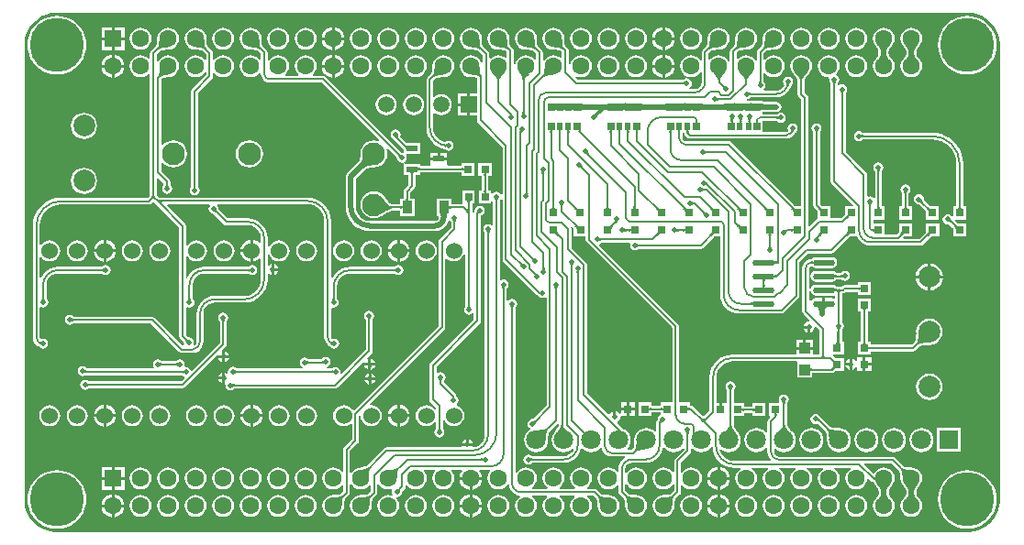
<source format=gtl>
G04*
G04 #@! TF.GenerationSoftware,Altium Limited,Altium Designer,20.2.6 (244)*
G04*
G04 Layer_Physical_Order=1*
G04 Layer_Color=255*
%FSLAX25Y25*%
%MOIN*%
G70*
G04*
G04 #@! TF.SameCoordinates,357903E5-7464-4FF3-9603-397411888FB0*
G04*
G04*
G04 #@! TF.FilePolarity,Positive*
G04*
G01*
G75*
%ADD19R,0.03150X0.02992*%
%ADD20R,0.03150X0.03150*%
%ADD21R,0.02992X0.03150*%
%ADD22R,0.02559X0.03150*%
%ADD23R,0.01968X0.03150*%
%ADD24O,0.08014X0.02260*%
%ADD25R,0.03937X0.03937*%
%ADD26R,0.03740X0.04528*%
%ADD27R,0.04213X0.02362*%
%ADD28R,0.03150X0.03150*%
%ADD49C,0.00800*%
%ADD50C,0.02000*%
%ADD51C,0.01200*%
%ADD52C,0.06299*%
%ADD53R,0.06299X0.06299*%
%ADD54C,0.08268*%
%ADD55C,0.06000*%
%ADD56C,0.07874*%
%ADD57C,0.07087*%
%ADD58R,0.07087X0.07087*%
%ADD59C,0.05906*%
%ADD60R,0.05906X0.05906*%
%ADD61C,0.19685*%
%ADD62C,0.02000*%
G36*
X344829Y188774D02*
X346324Y188374D01*
X347755Y187781D01*
X349096Y187007D01*
X350324Y186064D01*
X351419Y184970D01*
X352361Y183741D01*
X353135Y182400D01*
X353728Y180970D01*
X354129Y179474D01*
X354331Y177939D01*
Y177165D01*
X354331Y11811D01*
Y11037D01*
X354129Y9502D01*
X353728Y8006D01*
X353135Y6576D01*
X352361Y5235D01*
X351419Y4007D01*
X350324Y2912D01*
X349096Y1969D01*
X347755Y1195D01*
X346324Y603D01*
X344829Y202D01*
X343294Y0D01*
X11037D01*
X9502Y202D01*
X8006Y603D01*
X6576Y1195D01*
X5235Y1969D01*
X4007Y2912D01*
X2912Y4007D01*
X1969Y5235D01*
X1195Y6576D01*
X603Y8006D01*
X202Y9502D01*
X0Y11037D01*
Y11811D01*
Y177165D01*
Y177939D01*
X202Y179474D01*
X603Y180970D01*
X1195Y182400D01*
X1969Y183741D01*
X2912Y184970D01*
X4007Y186064D01*
X5235Y187007D01*
X6576Y187781D01*
X8006Y188374D01*
X9502Y188774D01*
X11037Y188976D01*
X342520D01*
X343294Y188976D01*
X344829Y188774D01*
D02*
G37*
%LPC*%
G36*
X232665Y183608D02*
Y179988D01*
X236285D01*
X236208Y180571D01*
X235790Y181581D01*
X235125Y182448D01*
X234258Y183113D01*
X233249Y183531D01*
X232665Y183608D01*
D02*
G37*
G36*
X231665D02*
X231082Y183531D01*
X230073Y183113D01*
X229206Y182448D01*
X228541Y181581D01*
X228123Y180571D01*
X228046Y179988D01*
X231665D01*
Y183608D01*
D02*
G37*
G36*
X112665D02*
Y179988D01*
X116285D01*
X116208Y180571D01*
X115790Y181581D01*
X115125Y182448D01*
X114258Y183113D01*
X113249Y183531D01*
X112665Y183608D01*
D02*
G37*
G36*
X111665D02*
X111082Y183531D01*
X110073Y183113D01*
X109206Y182448D01*
X108541Y181581D01*
X108123Y180571D01*
X108046Y179988D01*
X111665D01*
Y183608D01*
D02*
G37*
G36*
X36315Y183638D02*
X32665D01*
Y179988D01*
X36315D01*
Y183638D01*
D02*
G37*
G36*
X31665D02*
X28016D01*
Y179988D01*
X31665D01*
Y183638D01*
D02*
G37*
G36*
X302165Y183472D02*
X301134Y183336D01*
X300174Y182938D01*
X299348Y182305D01*
X298715Y181480D01*
X298318Y180519D01*
X298182Y179488D01*
X298318Y178457D01*
X298715Y177496D01*
X299348Y176671D01*
X300174Y176038D01*
X301134Y175640D01*
X302165Y175505D01*
X303197Y175640D01*
X304157Y176038D01*
X304982Y176671D01*
X305615Y177496D01*
X306013Y178457D01*
X306149Y179488D01*
X306013Y180519D01*
X305615Y181480D01*
X304982Y182305D01*
X304157Y182938D01*
X303197Y183336D01*
X302165Y183472D01*
D02*
G37*
G36*
X292165D02*
X291134Y183336D01*
X290174Y182938D01*
X289349Y182305D01*
X288716Y181480D01*
X288317Y180519D01*
X288182Y179488D01*
X288317Y178457D01*
X288716Y177496D01*
X289349Y176671D01*
X290174Y176038D01*
X291134Y175640D01*
X292165Y175505D01*
X293197Y175640D01*
X294157Y176038D01*
X294982Y176671D01*
X295615Y177496D01*
X296013Y178457D01*
X296149Y179488D01*
X296013Y180519D01*
X295615Y181480D01*
X294982Y182305D01*
X294157Y182938D01*
X293197Y183336D01*
X292165Y183472D01*
D02*
G37*
G36*
X282165D02*
X281134Y183336D01*
X280174Y182938D01*
X279348Y182305D01*
X278715Y181480D01*
X278317Y180519D01*
X278182Y179488D01*
X278317Y178457D01*
X278715Y177496D01*
X279348Y176671D01*
X280174Y176038D01*
X281134Y175640D01*
X282165Y175505D01*
X283196Y175640D01*
X284157Y176038D01*
X284982Y176671D01*
X285615Y177496D01*
X286013Y178457D01*
X286149Y179488D01*
X286013Y180519D01*
X285615Y181480D01*
X284982Y182305D01*
X284157Y182938D01*
X283196Y183336D01*
X282165Y183472D01*
D02*
G37*
G36*
X272165D02*
X271134Y183336D01*
X270174Y182938D01*
X269349Y182305D01*
X268716Y181480D01*
X268318Y180519D01*
X268182Y179488D01*
X268200Y179351D01*
X268198Y178994D01*
X268153Y178177D01*
X268112Y177847D01*
X268060Y177555D01*
X268000Y177308D01*
X267933Y177110D01*
X267867Y176961D01*
X267806Y176862D01*
X267793Y176846D01*
X266458Y175511D01*
X266193Y175114D01*
X266099Y174646D01*
Y171664D01*
X265650Y171497D01*
X265599Y171501D01*
X264982Y172305D01*
X264157Y172938D01*
X263196Y173336D01*
X262165Y173472D01*
X261134Y173336D01*
X260174Y172938D01*
X259349Y172305D01*
X259204Y172116D01*
X258704Y172286D01*
Y174296D01*
X259524Y175116D01*
X259539Y175129D01*
X259638Y175189D01*
X259787Y175256D01*
X259985Y175322D01*
X260232Y175383D01*
X260506Y175432D01*
X261680Y175521D01*
X262028Y175523D01*
X262165Y175505D01*
X263196Y175640D01*
X264157Y176038D01*
X264982Y176671D01*
X265615Y177496D01*
X266013Y178457D01*
X266149Y179488D01*
X266013Y180519D01*
X265615Y181480D01*
X264982Y182305D01*
X264157Y182938D01*
X263196Y183336D01*
X262165Y183472D01*
X261134Y183336D01*
X260174Y182938D01*
X259349Y182305D01*
X258716Y181480D01*
X258317Y180519D01*
X258182Y179488D01*
X258200Y179351D01*
X258198Y178994D01*
X258153Y178177D01*
X258113Y177847D01*
X258061Y177555D01*
X258000Y177308D01*
X257933Y177110D01*
X257867Y176961D01*
X257806Y176862D01*
X257793Y176846D01*
X256615Y175668D01*
X256350Y175271D01*
X256257Y174803D01*
Y171238D01*
X255757Y171139D01*
X255615Y171480D01*
X254982Y172305D01*
X254157Y172938D01*
X253197Y173336D01*
X252165Y173472D01*
X251134Y173336D01*
X250174Y172938D01*
X249348Y172305D01*
X248968Y171809D01*
X248468Y171978D01*
Y174060D01*
X249524Y175116D01*
X249539Y175129D01*
X249638Y175189D01*
X249787Y175256D01*
X249985Y175322D01*
X250232Y175383D01*
X250506Y175432D01*
X251680Y175521D01*
X252028Y175523D01*
X252165Y175505D01*
X253197Y175640D01*
X254157Y176038D01*
X254982Y176671D01*
X255615Y177496D01*
X256013Y178457D01*
X256149Y179488D01*
X256013Y180519D01*
X255615Y181480D01*
X254982Y182305D01*
X254157Y182938D01*
X253197Y183336D01*
X252165Y183472D01*
X251134Y183336D01*
X250174Y182938D01*
X249348Y182305D01*
X248715Y181480D01*
X248318Y180519D01*
X248182Y179488D01*
X248200Y179351D01*
X248198Y178994D01*
X248153Y178177D01*
X248113Y177847D01*
X248060Y177555D01*
X248000Y177308D01*
X247933Y177110D01*
X247867Y176961D01*
X247806Y176862D01*
X247793Y176846D01*
X246379Y175432D01*
X246114Y175035D01*
X246021Y174567D01*
Y171753D01*
X245521Y171604D01*
X244982Y172305D01*
X244157Y172938D01*
X243197Y173336D01*
X242165Y173472D01*
X241134Y173336D01*
X240174Y172938D01*
X239349Y172305D01*
X238716Y171480D01*
X238317Y170519D01*
X238182Y169488D01*
X238317Y168457D01*
X238716Y167496D01*
X239349Y166671D01*
X240174Y166038D01*
X241134Y165640D01*
X242165Y165505D01*
X243197Y165640D01*
X244157Y166038D01*
X244982Y166671D01*
X245521Y167373D01*
X246021Y167224D01*
Y163722D01*
X246032Y163665D01*
X245848Y162742D01*
X245293Y161910D01*
X244462Y161355D01*
X243539Y161171D01*
X243481Y161183D01*
X241567D01*
X241441Y161683D01*
X241921Y162004D01*
X242319Y162599D01*
X242459Y163302D01*
X242319Y164004D01*
X241921Y164599D01*
X241326Y164997D01*
X240624Y165137D01*
X239921Y164997D01*
X239326Y164599D01*
X239292Y164548D01*
X239290Y164547D01*
X239276Y164541D01*
X239256Y164535D01*
X239230Y164528D01*
X239210Y164525D01*
X201130D01*
X200148Y165508D01*
X200431Y165931D01*
X201134Y165640D01*
X202165Y165505D01*
X203197Y165640D01*
X204157Y166038D01*
X204982Y166671D01*
X205615Y167496D01*
X206013Y168457D01*
X206149Y169488D01*
X206013Y170519D01*
X205615Y171480D01*
X204982Y172305D01*
X204157Y172938D01*
X203197Y173336D01*
X202165Y173472D01*
X201134Y173336D01*
X200174Y172938D01*
X199348Y172305D01*
X198715Y171480D01*
X198318Y170519D01*
X198247Y169985D01*
X197747Y170018D01*
Y175130D01*
X197654Y175598D01*
X197389Y175995D01*
X196537Y176846D01*
X196525Y176862D01*
X196464Y176961D01*
X196397Y177110D01*
X196331Y177308D01*
X196270Y177555D01*
X196222Y177829D01*
X196133Y179002D01*
X196131Y179351D01*
X196149Y179488D01*
X196013Y180519D01*
X195615Y181480D01*
X194982Y182305D01*
X194157Y182938D01*
X193196Y183336D01*
X192165Y183472D01*
X191134Y183336D01*
X190174Y182938D01*
X189348Y182305D01*
X188716Y181480D01*
X188318Y180519D01*
X188182Y179488D01*
X188318Y178457D01*
X188716Y177496D01*
X189348Y176671D01*
X190174Y176038D01*
X191134Y175640D01*
X192165Y175505D01*
X192303Y175523D01*
X192659Y175521D01*
X193477Y175475D01*
X193806Y175435D01*
X194099Y175383D01*
X194346Y175322D01*
X194544Y175256D01*
X194693Y175189D01*
X194792Y175129D01*
X194807Y175116D01*
X195300Y174623D01*
Y172678D01*
X194800Y172445D01*
X194157Y172938D01*
X193196Y173336D01*
X192165Y173472D01*
X191134Y173336D01*
X190174Y172938D01*
X189348Y172305D01*
X188847Y171652D01*
X188347Y171821D01*
Y174530D01*
X188254Y174998D01*
X187989Y175395D01*
X186538Y176846D01*
X186525Y176862D01*
X186464Y176961D01*
X186398Y177110D01*
X186331Y177308D01*
X186270Y177555D01*
X186222Y177829D01*
X186133Y179002D01*
X186131Y179351D01*
X186149Y179488D01*
X186013Y180519D01*
X185615Y181480D01*
X184982Y182305D01*
X184157Y182938D01*
X183196Y183336D01*
X182165Y183472D01*
X181134Y183336D01*
X180174Y182938D01*
X179349Y182305D01*
X178716Y181480D01*
X178317Y180519D01*
X178182Y179488D01*
X178317Y178457D01*
X178716Y177496D01*
X179349Y176671D01*
X180174Y176038D01*
X181134Y175640D01*
X182165Y175505D01*
X182303Y175523D01*
X182659Y175521D01*
X183477Y175475D01*
X183806Y175435D01*
X184099Y175383D01*
X184346Y175322D01*
X184544Y175256D01*
X184693Y175189D01*
X184792Y175129D01*
X184807Y175116D01*
X185900Y174023D01*
Y171930D01*
X185400Y171761D01*
X184982Y172305D01*
X184157Y172938D01*
X183196Y173336D01*
X182165Y173472D01*
X181134Y173336D01*
X180174Y172938D01*
X179349Y172305D01*
X178716Y171480D01*
X178317Y170519D01*
X178247Y169985D01*
X177747Y170018D01*
Y175130D01*
X177654Y175598D01*
X177389Y175995D01*
X176538Y176846D01*
X176525Y176862D01*
X176464Y176961D01*
X176398Y177110D01*
X176331Y177308D01*
X176270Y177555D01*
X176222Y177829D01*
X176133Y179002D01*
X176131Y179351D01*
X176149Y179488D01*
X176013Y180519D01*
X175615Y181480D01*
X174982Y182305D01*
X174157Y182938D01*
X173196Y183336D01*
X172165Y183472D01*
X171134Y183336D01*
X170174Y182938D01*
X169349Y182305D01*
X168716Y181480D01*
X168317Y180519D01*
X168182Y179488D01*
X168317Y178457D01*
X168716Y177496D01*
X169349Y176671D01*
X170174Y176038D01*
X171134Y175640D01*
X172165Y175505D01*
X172303Y175523D01*
X172659Y175521D01*
X173477Y175475D01*
X173806Y175435D01*
X174099Y175383D01*
X174346Y175322D01*
X174544Y175256D01*
X174693Y175189D01*
X174792Y175129D01*
X174807Y175116D01*
X175300Y174623D01*
Y172678D01*
X174800Y172445D01*
X174157Y172938D01*
X173196Y173336D01*
X172165Y173472D01*
X171134Y173336D01*
X170174Y172938D01*
X169447Y172381D01*
X168947Y172534D01*
Y173930D01*
X168854Y174398D01*
X168589Y174795D01*
X166537Y176846D01*
X166525Y176862D01*
X166464Y176961D01*
X166398Y177110D01*
X166331Y177308D01*
X166270Y177555D01*
X166222Y177829D01*
X166133Y179002D01*
X166131Y179351D01*
X166149Y179488D01*
X166013Y180519D01*
X165615Y181480D01*
X164982Y182305D01*
X164157Y182938D01*
X163197Y183336D01*
X162165Y183472D01*
X161134Y183336D01*
X160174Y182938D01*
X159348Y182305D01*
X158715Y181480D01*
X158317Y180519D01*
X158182Y179488D01*
X158317Y178457D01*
X158715Y177496D01*
X159348Y176671D01*
X160174Y176038D01*
X161134Y175640D01*
X162165Y175505D01*
X162303Y175523D01*
X162659Y175521D01*
X163477Y175475D01*
X163806Y175435D01*
X164099Y175383D01*
X164346Y175322D01*
X164544Y175256D01*
X164693Y175189D01*
X164792Y175129D01*
X164807Y175116D01*
X166500Y173423D01*
Y170600D01*
X166013Y170519D01*
X165615Y171480D01*
X164982Y172305D01*
X164157Y172938D01*
X163197Y173336D01*
X162165Y173472D01*
X161134Y173336D01*
X160174Y172938D01*
X159348Y172305D01*
X158715Y171480D01*
X158317Y170519D01*
X158182Y169488D01*
X158317Y168457D01*
X158715Y167496D01*
X159348Y166671D01*
X160174Y166038D01*
X161134Y165640D01*
X162165Y165505D01*
X162307Y165523D01*
X162670Y165523D01*
X163480Y165479D01*
X163806Y165440D01*
X164097Y165388D01*
X164342Y165327D01*
X164500Y165274D01*
Y159465D01*
X161917D01*
Y155512D01*
Y151559D01*
X164500D01*
Y149802D01*
X164593Y149333D01*
X164858Y148936D01*
X173700Y140095D01*
Y122967D01*
X173237Y122727D01*
X173200Y122732D01*
X172821Y123299D01*
X172226Y123697D01*
X171524Y123837D01*
X170821Y123697D01*
X170226Y123299D01*
X170119Y123139D01*
X169619Y123291D01*
Y124422D01*
X168546D01*
Y129515D01*
X169698D01*
Y134265D01*
X164948D01*
Y129515D01*
X166099D01*
Y124422D01*
X165027D01*
Y119672D01*
X169619D01*
Y120359D01*
X170119Y120580D01*
X170300Y120415D01*
Y111688D01*
X169802Y111534D01*
X169206Y111932D01*
X168504Y112071D01*
X167802Y111932D01*
X167206Y111534D01*
X166808Y110939D01*
X166669Y110236D01*
X166808Y109534D01*
X167206Y108938D01*
X167257Y108904D01*
X167258Y108903D01*
X167264Y108888D01*
X167271Y108869D01*
X167277Y108843D01*
X167280Y108822D01*
Y35433D01*
X167288Y35393D01*
X167136Y34231D01*
X166672Y33111D01*
X165933Y32149D01*
X164971Y31411D01*
X163851Y30946D01*
X163261Y30869D01*
X162884Y31302D01*
X158984D01*
X158984Y31302D01*
X158631Y30801D01*
X131637D01*
X131169Y30708D01*
X130772Y30443D01*
X124439Y24111D01*
X124438Y24109D01*
X124341Y24050D01*
X124184Y23975D01*
X123971Y23892D01*
X123726Y23815D01*
X122139Y23488D01*
X121646Y23419D01*
X121646D01*
X121574Y23394D01*
X121134Y23336D01*
X120174Y22938D01*
X119349Y22305D01*
X118751Y21526D01*
X118595Y21528D01*
X118251Y21666D01*
Y29513D01*
X121089Y32351D01*
X121354Y32748D01*
X121447Y33216D01*
Y42405D01*
X121676Y42577D01*
X122015Y42424D01*
X122158Y42315D01*
X122282Y41370D01*
X122665Y40446D01*
X123274Y39652D01*
X124068Y39043D01*
X124992Y38660D01*
X125984Y38529D01*
X126976Y38660D01*
X127901Y39043D01*
X128694Y39652D01*
X129304Y40446D01*
X129686Y41370D01*
X129817Y42362D01*
X129686Y43354D01*
X129304Y44279D01*
X128694Y45072D01*
X127901Y45682D01*
X126976Y46064D01*
X125984Y46195D01*
X125770Y46167D01*
X125536Y46640D01*
X152589Y73693D01*
X152854Y74090D01*
X152947Y74558D01*
Y99294D01*
X153447Y99519D01*
X154068Y99043D01*
X154992Y98660D01*
X155984Y98529D01*
X156976Y98660D01*
X157901Y99043D01*
X158694Y99652D01*
X159303Y100446D01*
X159686Y101370D01*
X159700Y101474D01*
X160200Y101441D01*
Y82190D01*
X160196Y82161D01*
X160188Y82121D01*
X160179Y82086D01*
X160169Y82056D01*
X160159Y82029D01*
X160147Y82006D01*
X160135Y81985D01*
X160105Y81941D01*
X160074Y81868D01*
X159886Y81587D01*
X159746Y80885D01*
X159886Y80183D01*
X160284Y79588D01*
X160879Y79190D01*
X161581Y79050D01*
X162284Y79190D01*
X162800Y79535D01*
X163101Y79445D01*
X163300Y79317D01*
Y77308D01*
X147560Y61568D01*
X147295Y61171D01*
X147202Y60703D01*
Y48200D01*
X147295Y47732D01*
X147560Y47335D01*
X149564Y45331D01*
Y44761D01*
X149064Y44591D01*
X148694Y45072D01*
X147901Y45682D01*
X146976Y46064D01*
X145984Y46195D01*
X144992Y46064D01*
X144068Y45682D01*
X143274Y45072D01*
X142665Y44279D01*
X142282Y43354D01*
X142151Y42362D01*
X142282Y41370D01*
X142665Y40446D01*
X143274Y39652D01*
X144068Y39043D01*
X144992Y38660D01*
X145984Y38529D01*
X146976Y38660D01*
X147901Y39043D01*
X148694Y39652D01*
X149064Y40134D01*
X149564Y39964D01*
Y37634D01*
X149560Y37614D01*
X149554Y37588D01*
X149548Y37569D01*
X149542Y37554D01*
X149541Y37552D01*
X149490Y37518D01*
X149092Y36923D01*
X148952Y36220D01*
X149092Y35518D01*
X149490Y34923D01*
X150085Y34525D01*
X150787Y34385D01*
X151490Y34525D01*
X152085Y34923D01*
X152483Y35518D01*
X152623Y36220D01*
X152483Y36923D01*
X152085Y37518D01*
X152034Y37552D01*
X152033Y37554D01*
X152027Y37569D01*
X152021Y37588D01*
X152014Y37614D01*
X152011Y37634D01*
Y40718D01*
X152511Y40818D01*
X152665Y40446D01*
X153274Y39652D01*
X154068Y39043D01*
X154992Y38660D01*
X155984Y38529D01*
X156976Y38660D01*
X157901Y39043D01*
X158694Y39652D01*
X159303Y40446D01*
X159686Y41370D01*
X159817Y42362D01*
X159686Y43354D01*
X159303Y44279D01*
X158694Y45072D01*
X157901Y45682D01*
X157123Y46004D01*
X157029Y46420D01*
X157049Y46556D01*
X157121Y46604D01*
X157519Y47199D01*
X157659Y47902D01*
X157519Y48604D01*
X157121Y49199D01*
X157047Y49249D01*
Y49294D01*
X156954Y49763D01*
X156689Y50160D01*
X152404Y54444D01*
Y54885D01*
X152408Y54906D01*
X152414Y54932D01*
X152421Y54951D01*
X152427Y54966D01*
X152427Y54967D01*
X152479Y55001D01*
X152877Y55597D01*
X153016Y56299D01*
X152877Y57002D01*
X152479Y57597D01*
X151883Y57995D01*
X151181Y58134D01*
X150479Y57995D01*
X150149Y57774D01*
X149649Y58042D01*
Y60196D01*
X165389Y75936D01*
X165654Y76333D01*
X165747Y76802D01*
Y115156D01*
X166138Y115234D01*
X166733Y115631D01*
X167131Y116227D01*
X167271Y116929D01*
X167131Y117631D01*
X166733Y118227D01*
X166138Y118625D01*
X165436Y118764D01*
X164733Y118625D01*
X164138Y118227D01*
X163740Y117631D01*
X163600Y116929D01*
X163608Y116889D01*
X163393Y116567D01*
X163300Y116098D01*
Y82811D01*
X162800Y82578D01*
X162647Y82706D01*
Y116135D01*
X162641Y116167D01*
Y119672D01*
X163635D01*
Y124422D01*
X159043D01*
Y119672D01*
X158683Y119334D01*
X155002D01*
Y121174D01*
X149662D01*
Y115046D01*
X150497D01*
Y114602D01*
X150503Y114573D01*
X150405Y114081D01*
X150110Y113640D01*
X149669Y113345D01*
X149177Y113247D01*
X149148Y113253D01*
X125608D01*
X125515Y113234D01*
X124236Y113402D01*
X122958Y113932D01*
X121861Y114774D01*
X121019Y115872D01*
X120489Y117150D01*
X120321Y118429D01*
X120339Y118521D01*
Y128374D01*
X123870Y131905D01*
X124060Y132041D01*
X124301Y132178D01*
X124573Y132300D01*
X124878Y132406D01*
X125218Y132495D01*
X125580Y132562D01*
X126454Y132643D01*
X126778Y132647D01*
X126968Y132622D01*
X128256Y132791D01*
X129456Y133289D01*
X130487Y134080D01*
X131278Y135110D01*
X131775Y136310D01*
X131945Y137598D01*
X131775Y138886D01*
X131615Y139273D01*
X132039Y139556D01*
X135259Y136336D01*
X135271Y136319D01*
X135285Y136296D01*
X135294Y136278D01*
X135300Y136264D01*
X135300Y136262D01*
X135288Y136202D01*
X135428Y135499D01*
X135826Y134904D01*
X136421Y134506D01*
X137124Y134366D01*
X137682Y134477D01*
X137900Y134011D01*
X137900Y133610D01*
Y130106D01*
X139583D01*
Y126409D01*
X138141Y124967D01*
X137876Y124570D01*
X137783Y124102D01*
Y121174D01*
X136336D01*
Y119334D01*
X133496D01*
X133404Y119342D01*
X133247Y119386D01*
X133063Y119471D01*
X132853Y119604D01*
X132619Y119794D01*
X132365Y120041D01*
X132104Y120338D01*
X131519Y121145D01*
X131338Y121439D01*
X131278Y121583D01*
X130487Y122613D01*
X129456Y123404D01*
X128256Y123901D01*
X126968Y124071D01*
X125680Y123901D01*
X124480Y123404D01*
X123449Y122613D01*
X122659Y121583D01*
X122161Y120382D01*
X121992Y119094D01*
X122161Y117806D01*
X122659Y116606D01*
X123449Y115576D01*
X124480Y114785D01*
X125680Y114287D01*
X126968Y114118D01*
X128256Y114287D01*
X129456Y114785D01*
X129648Y114932D01*
X130224Y115285D01*
X131855Y116226D01*
X132655Y116632D01*
X132952Y116762D01*
X133182Y116848D01*
X133321Y116886D01*
X133326Y116887D01*
X136336D01*
Y115046D01*
X141676D01*
Y121174D01*
X140230D01*
Y123595D01*
X141672Y125037D01*
X141937Y125434D01*
X142030Y125902D01*
Y130106D01*
X143713D01*
Y130863D01*
X158652D01*
Y129488D01*
X163402D01*
Y134238D01*
X158652D01*
Y133310D01*
X153999D01*
X153638Y133646D01*
X153638Y133810D01*
Y135327D01*
X150532D01*
X147425D01*
Y133810D01*
X147425Y133646D01*
X147064Y133310D01*
X143713D01*
Y134068D01*
X138377D01*
X138360Y134068D01*
X138360Y134068D01*
X138002Y134068D01*
X137985Y134109D01*
X137918Y134568D01*
X138120Y134703D01*
X138421Y134904D01*
X138819Y135499D01*
X138959Y136202D01*
X138819Y136904D01*
X138698Y137086D01*
X138965Y137586D01*
X143713D01*
Y141548D01*
X138984D01*
X138885Y141636D01*
X136538Y143983D01*
X136678Y144685D01*
X136538Y145387D01*
X136140Y145983D01*
X135545Y146380D01*
X134843Y146520D01*
X134140Y146380D01*
X133545Y145983D01*
X133147Y145387D01*
X133007Y144685D01*
X133147Y143983D01*
X133545Y143387D01*
X133823Y143201D01*
X134456Y142605D01*
X137689Y139371D01*
X137718Y139337D01*
X137774Y139264D01*
X137818Y139197D01*
X137851Y139137D01*
X137875Y139085D01*
X137891Y139041D01*
X137900Y139004D01*
Y138392D01*
X137400Y137982D01*
X137124Y138037D01*
X137063Y138025D01*
X137061Y138025D01*
X137047Y138031D01*
X137029Y138040D01*
X137006Y138054D01*
X136989Y138066D01*
X109389Y165667D01*
X108992Y165932D01*
X108524Y166025D01*
X104962D01*
X104792Y166525D01*
X104982Y166671D01*
X105615Y167496D01*
X106013Y168457D01*
X106149Y169488D01*
X106013Y170519D01*
X105615Y171480D01*
X104982Y172305D01*
X104157Y172938D01*
X103197Y173336D01*
X102165Y173472D01*
X101134Y173336D01*
X100174Y172938D01*
X99348Y172305D01*
X98715Y171480D01*
X98317Y170519D01*
X98182Y169488D01*
X98317Y168457D01*
X98715Y167496D01*
X99348Y166671D01*
X99539Y166525D01*
X99369Y166025D01*
X94962D01*
X94792Y166525D01*
X94982Y166671D01*
X95615Y167496D01*
X96013Y168457D01*
X96149Y169488D01*
X96013Y170519D01*
X95615Y171480D01*
X94982Y172305D01*
X94157Y172938D01*
X93196Y173336D01*
X92165Y173472D01*
X91134Y173336D01*
X90174Y172938D01*
X89349Y172305D01*
X88847Y171652D01*
X88347Y171821D01*
Y174530D01*
X88254Y174998D01*
X87989Y175395D01*
X86537Y176846D01*
X86525Y176862D01*
X86464Y176961D01*
X86397Y177110D01*
X86331Y177308D01*
X86270Y177555D01*
X86222Y177829D01*
X86133Y179002D01*
X86131Y179351D01*
X86149Y179488D01*
X86013Y180519D01*
X85615Y181480D01*
X84982Y182305D01*
X84157Y182938D01*
X83197Y183336D01*
X82165Y183472D01*
X81134Y183336D01*
X80174Y182938D01*
X79348Y182305D01*
X78715Y181480D01*
X78317Y180519D01*
X78182Y179488D01*
X78317Y178457D01*
X78715Y177496D01*
X79348Y176671D01*
X80174Y176038D01*
X81134Y175640D01*
X82165Y175505D01*
X82303Y175523D01*
X82659Y175521D01*
X83477Y175475D01*
X83806Y175435D01*
X84099Y175383D01*
X84346Y175322D01*
X84544Y175256D01*
X84693Y175189D01*
X84792Y175129D01*
X84807Y175116D01*
X85900Y174023D01*
Y171930D01*
X85400Y171761D01*
X84982Y172305D01*
X84157Y172938D01*
X83197Y173336D01*
X82165Y173472D01*
X81134Y173336D01*
X80174Y172938D01*
X79348Y172305D01*
X78715Y171480D01*
X78317Y170519D01*
X78182Y169488D01*
X78317Y168457D01*
X78715Y167496D01*
X79348Y166671D01*
X80174Y166038D01*
X81134Y165640D01*
X82165Y165505D01*
X83197Y165640D01*
X84157Y166038D01*
X84982Y166671D01*
X85237Y167003D01*
X85795Y166909D01*
X85897Y166702D01*
X85897D01*
X86003Y165892D01*
X86316Y165138D01*
X86813Y164491D01*
X87460Y163994D01*
X88214Y163681D01*
X89024Y163575D01*
Y163578D01*
X108017D01*
X128926Y142669D01*
X128643Y142245D01*
X128256Y142405D01*
X126968Y142575D01*
X125680Y142405D01*
X124480Y141908D01*
X123449Y141117D01*
X122659Y140087D01*
X122161Y138886D01*
X121992Y137598D01*
X122017Y137408D01*
X122012Y137073D01*
X121984Y136630D01*
X121934Y136222D01*
X121865Y135848D01*
X121776Y135508D01*
X121670Y135203D01*
X121547Y134931D01*
X121410Y134690D01*
X121275Y134500D01*
X117206Y130432D01*
X116808Y129836D01*
X116669Y129134D01*
Y118521D01*
X116661D01*
X116833Y116776D01*
X117342Y115097D01*
X118169Y113551D01*
X119281Y112195D01*
X120637Y111082D01*
X122184Y110255D01*
X123862Y109746D01*
X125608Y109574D01*
Y109582D01*
X149148D01*
Y109574D01*
X150449Y109746D01*
X151662Y110248D01*
X152703Y111047D01*
X153502Y112088D01*
X154004Y113300D01*
X154025Y113463D01*
X154500Y113497D01*
X154533Y113491D01*
X154926Y112904D01*
X154977Y112870D01*
X154978Y112868D01*
X154984Y112854D01*
X154990Y112834D01*
X154997Y112808D01*
X155000Y112788D01*
Y110667D01*
X150858Y106526D01*
X150593Y106129D01*
X150500Y105661D01*
Y75065D01*
X119767Y44332D01*
X119175Y44447D01*
X118694Y45072D01*
X117901Y45682D01*
X116976Y46064D01*
X115984Y46195D01*
X114992Y46064D01*
X114068Y45682D01*
X113274Y45072D01*
X112665Y44279D01*
X112282Y43354D01*
X112151Y42362D01*
X112282Y41370D01*
X112665Y40446D01*
X113274Y39652D01*
X114068Y39043D01*
X114992Y38660D01*
X115984Y38529D01*
X116976Y38660D01*
X117901Y39043D01*
X118500Y39503D01*
X119000Y39258D01*
Y33723D01*
X116162Y30885D01*
X115897Y30488D01*
X115804Y30020D01*
Y22055D01*
X115304Y21886D01*
X114982Y22305D01*
X114157Y22938D01*
X113197Y23336D01*
X112165Y23472D01*
X111134Y23336D01*
X110174Y22938D01*
X109348Y22305D01*
X108715Y21480D01*
X108317Y20519D01*
X108182Y19488D01*
X108317Y18457D01*
X108715Y17496D01*
X109348Y16671D01*
X110174Y16038D01*
X111134Y15640D01*
X112165Y15505D01*
X113197Y15640D01*
X114157Y16038D01*
X114982Y16671D01*
X115304Y17091D01*
X115804Y16921D01*
Y14857D01*
X114807Y13860D01*
X114792Y13847D01*
X114693Y13787D01*
X114544Y13720D01*
X114346Y13654D01*
X114099Y13593D01*
X113824Y13544D01*
X112651Y13455D01*
X112303Y13454D01*
X112165Y13472D01*
X111134Y13336D01*
X110174Y12938D01*
X109348Y12305D01*
X108715Y11480D01*
X108317Y10519D01*
X108182Y9488D01*
X108317Y8457D01*
X108715Y7496D01*
X109348Y6671D01*
X110174Y6038D01*
X111134Y5640D01*
X112165Y5505D01*
X113197Y5640D01*
X114157Y6038D01*
X114982Y6671D01*
X115615Y7496D01*
X116013Y8457D01*
X116149Y9488D01*
X116131Y9625D01*
X116133Y9982D01*
X116178Y10800D01*
X116218Y11129D01*
X116270Y11422D01*
X116331Y11668D01*
X116398Y11867D01*
X116464Y12015D01*
X116525Y12115D01*
X116537Y12130D01*
X117893Y13485D01*
X118158Y13882D01*
X118251Y14350D01*
Y17311D01*
X118595Y17448D01*
X118751Y17450D01*
X119349Y16671D01*
X120174Y16038D01*
X121134Y15640D01*
X122165Y15505D01*
X123196Y15640D01*
X124157Y16038D01*
X124982Y16671D01*
X125343Y17142D01*
X125843Y16972D01*
Y14897D01*
X124807Y13860D01*
X124792Y13847D01*
X124693Y13787D01*
X124544Y13720D01*
X124346Y13654D01*
X124099Y13593D01*
X123825Y13544D01*
X122651Y13455D01*
X122303Y13454D01*
X122165Y13472D01*
X121134Y13336D01*
X120174Y12938D01*
X119349Y12305D01*
X118716Y11480D01*
X118317Y10519D01*
X118182Y9488D01*
X118317Y8457D01*
X118716Y7496D01*
X119349Y6671D01*
X120174Y6038D01*
X121134Y5640D01*
X122165Y5505D01*
X123196Y5640D01*
X124157Y6038D01*
X124982Y6671D01*
X125615Y7496D01*
X126013Y8457D01*
X126149Y9488D01*
X126131Y9625D01*
X126133Y9982D01*
X126178Y10800D01*
X126218Y11129D01*
X126270Y11422D01*
X126331Y11668D01*
X126398Y11867D01*
X126464Y12015D01*
X126525Y12115D01*
X126538Y12130D01*
X127932Y13524D01*
X128197Y13922D01*
X128290Y14390D01*
Y17268D01*
X128379Y17315D01*
X128790Y17399D01*
X129349Y16671D01*
X130174Y16038D01*
X131134Y15640D01*
X132165Y15505D01*
X133196Y15640D01*
X133320Y15691D01*
X133651Y15287D01*
X133639Y15269D01*
X133499Y14567D01*
X133639Y13865D01*
X133797Y13629D01*
X133465Y13225D01*
X133196Y13336D01*
X132165Y13472D01*
X131134Y13336D01*
X130174Y12938D01*
X129349Y12305D01*
X128716Y11480D01*
X128317Y10519D01*
X128182Y9488D01*
X128317Y8457D01*
X128716Y7496D01*
X129349Y6671D01*
X130174Y6038D01*
X131134Y5640D01*
X132165Y5505D01*
X133196Y5640D01*
X134157Y6038D01*
X134982Y6671D01*
X135615Y7496D01*
X136013Y8457D01*
X136149Y9488D01*
X136013Y10519D01*
X135615Y11480D01*
X134994Y12290D01*
X135003Y12342D01*
X135225Y12754D01*
X135335Y12732D01*
X136037Y12871D01*
X136632Y13269D01*
X137030Y13865D01*
X137170Y14567D01*
X137158Y14627D01*
X137159Y14629D01*
X137164Y14644D01*
X137174Y14662D01*
X137188Y14685D01*
X137199Y14702D01*
X138168Y15670D01*
X138434Y16067D01*
X138527Y16535D01*
Y16921D01*
X139027Y17091D01*
X139348Y16671D01*
X140174Y16038D01*
X141134Y15640D01*
X142165Y15505D01*
X143196Y15640D01*
X144157Y16038D01*
X144982Y16671D01*
X145615Y17496D01*
X146013Y18457D01*
X146149Y19488D01*
X146013Y20519D01*
X145615Y21480D01*
X145050Y22217D01*
X145193Y22717D01*
X149138D01*
X149281Y22217D01*
X148715Y21480D01*
X148318Y20519D01*
X148182Y19488D01*
X148318Y18457D01*
X148715Y17496D01*
X149348Y16671D01*
X150174Y16038D01*
X151134Y15640D01*
X152165Y15505D01*
X153197Y15640D01*
X154157Y16038D01*
X154982Y16671D01*
X155615Y17496D01*
X156013Y18457D01*
X156149Y19488D01*
X156013Y20519D01*
X155615Y21480D01*
X155050Y22217D01*
X155193Y22717D01*
X158782D01*
X159029Y22217D01*
X158541Y21581D01*
X158123Y20571D01*
X158046Y19988D01*
X166285D01*
X166208Y20571D01*
X165790Y21581D01*
X165302Y22217D01*
X165549Y22717D01*
X169064D01*
X169190Y22535D01*
X169281Y22217D01*
X168716Y21480D01*
X168317Y20519D01*
X168182Y19488D01*
X168317Y18457D01*
X168716Y17496D01*
X169349Y16671D01*
X170174Y16038D01*
X171134Y15640D01*
X172165Y15505D01*
X173196Y15640D01*
X174157Y16038D01*
X174982Y16671D01*
X175476Y17314D01*
X175998Y17174D01*
X176080Y16555D01*
X176528Y15473D01*
X177241Y14544D01*
X178170Y13831D01*
X179252Y13383D01*
X179832Y13307D01*
X179973Y12784D01*
X179349Y12305D01*
X178716Y11480D01*
X178317Y10519D01*
X178182Y9488D01*
X178317Y8457D01*
X178716Y7496D01*
X179349Y6671D01*
X180174Y6038D01*
X181134Y5640D01*
X182165Y5505D01*
X183196Y5640D01*
X184157Y6038D01*
X184982Y6671D01*
X185615Y7496D01*
X186013Y8457D01*
X186149Y9488D01*
X186013Y10519D01*
X185615Y11480D01*
X184982Y12305D01*
X184409Y12745D01*
X184579Y13245D01*
X189752D01*
X189922Y12745D01*
X189348Y12305D01*
X188716Y11480D01*
X188318Y10519D01*
X188182Y9488D01*
X188318Y8457D01*
X188716Y7496D01*
X189348Y6671D01*
X190174Y6038D01*
X191134Y5640D01*
X192165Y5505D01*
X193196Y5640D01*
X194157Y6038D01*
X194982Y6671D01*
X195615Y7496D01*
X196013Y8457D01*
X196149Y9488D01*
X196013Y10519D01*
X195615Y11480D01*
X194982Y12305D01*
X194409Y12745D01*
X194579Y13245D01*
X199752D01*
X199922Y12745D01*
X199348Y12305D01*
X198715Y11480D01*
X198318Y10519D01*
X198182Y9488D01*
X198318Y8457D01*
X198715Y7496D01*
X199348Y6671D01*
X200174Y6038D01*
X201134Y5640D01*
X202165Y5505D01*
X203197Y5640D01*
X204157Y6038D01*
X204982Y6671D01*
X205615Y7496D01*
X206013Y8457D01*
X206149Y9488D01*
X206013Y10519D01*
X205615Y11480D01*
X204982Y12305D01*
X204409Y12745D01*
X204579Y13245D01*
X206678D01*
X207793Y12130D01*
X207806Y12115D01*
X207867Y12015D01*
X207933Y11867D01*
X208000Y11668D01*
X208061Y11422D01*
X208109Y11147D01*
X208198Y9974D01*
X208200Y9625D01*
X208182Y9488D01*
X208317Y8457D01*
X208716Y7496D01*
X209349Y6671D01*
X210174Y6038D01*
X211134Y5640D01*
X212165Y5505D01*
X213196Y5640D01*
X214157Y6038D01*
X214982Y6671D01*
X215615Y7496D01*
X216013Y8457D01*
X216149Y9488D01*
X216013Y10519D01*
X215615Y11480D01*
X214982Y12305D01*
X214157Y12938D01*
X213196Y13336D01*
X212165Y13472D01*
X212028Y13454D01*
X211671Y13455D01*
X210854Y13501D01*
X210525Y13541D01*
X210232Y13593D01*
X209985Y13654D01*
X209787Y13720D01*
X209638Y13787D01*
X209539Y13848D01*
X209524Y13860D01*
X208050Y15334D01*
X207653Y15599D01*
X207185Y15692D01*
X204527D01*
X204358Y16192D01*
X204982Y16671D01*
X205615Y17496D01*
X206013Y18457D01*
X206149Y19488D01*
X206013Y20519D01*
X205615Y21480D01*
X204982Y22305D01*
X204157Y22938D01*
X203197Y23336D01*
X202165Y23472D01*
X201134Y23336D01*
X200174Y22938D01*
X199348Y22305D01*
X198715Y21480D01*
X198318Y20519D01*
X198182Y19488D01*
X198318Y18457D01*
X198715Y17496D01*
X199348Y16671D01*
X199973Y16192D01*
X199803Y15692D01*
X194527D01*
X194358Y16192D01*
X194982Y16671D01*
X195615Y17496D01*
X196013Y18457D01*
X196149Y19488D01*
X196013Y20519D01*
X195615Y21480D01*
X194982Y22305D01*
X194157Y22938D01*
X193196Y23336D01*
X192165Y23472D01*
X191134Y23336D01*
X190174Y22938D01*
X189348Y22305D01*
X188716Y21480D01*
X188318Y20519D01*
X188182Y19488D01*
X188318Y18457D01*
X188716Y17496D01*
X189348Y16671D01*
X189973Y16192D01*
X189803Y15692D01*
X184527D01*
X184358Y16192D01*
X184982Y16671D01*
X185615Y17496D01*
X186013Y18457D01*
X186149Y19488D01*
X186013Y20519D01*
X185615Y21480D01*
X184982Y22305D01*
X184157Y22938D01*
X183196Y23336D01*
X182165Y23472D01*
X181134Y23336D01*
X180174Y22938D01*
X179349Y22305D01*
X178889Y21706D01*
X178389Y21876D01*
Y81611D01*
X178392Y81632D01*
X178399Y81658D01*
X178405Y81677D01*
X178411Y81691D01*
X178412Y81693D01*
X178463Y81727D01*
X178861Y82323D01*
X179001Y83025D01*
X178861Y83728D01*
X178463Y84323D01*
X177868Y84721D01*
X177165Y84860D01*
X176463Y84721D01*
X175868Y84323D01*
X175747Y84142D01*
X175247Y84294D01*
Y88688D01*
X175250Y88708D01*
X175257Y88734D01*
X175263Y88753D01*
X175269Y88768D01*
X175270Y88770D01*
X175321Y88804D01*
X175719Y89399D01*
X175859Y90102D01*
X175719Y90804D01*
X175321Y91399D01*
X174726Y91797D01*
X174024Y91937D01*
X173321Y91797D01*
X173188Y91708D01*
X172747Y91944D01*
Y120588D01*
X172750Y120608D01*
X172757Y120634D01*
X172763Y120653D01*
X172769Y120668D01*
X172770Y120670D01*
X172821Y120704D01*
X173200Y121271D01*
X173237Y121276D01*
X173700Y121036D01*
Y99206D01*
X173793Y98738D01*
X174058Y98341D01*
X186257Y86143D01*
X186654Y85878D01*
X186799Y85849D01*
X186891Y85710D01*
X187487Y85312D01*
X188189Y85173D01*
X188891Y85312D01*
X189200Y85519D01*
X189700Y85251D01*
Y46067D01*
X184862Y41229D01*
X184851Y41221D01*
X184836Y41212D01*
X184826Y41208D01*
X184824Y41207D01*
X184783Y41210D01*
X184770Y41208D01*
X184624Y41237D01*
X183921Y41097D01*
X183326Y40699D01*
X182928Y40104D01*
X182788Y39402D01*
X182928Y38699D01*
X183326Y38104D01*
X183756Y37817D01*
X183744Y37270D01*
X183715Y37258D01*
X182808Y36562D01*
X182112Y35655D01*
X181674Y34598D01*
X181525Y33465D01*
X181674Y32331D01*
X182112Y31274D01*
X182808Y30367D01*
X183715Y29671D01*
X184772Y29233D01*
X185905Y29084D01*
X187039Y29233D01*
X188096Y29671D01*
X189003Y30367D01*
X189699Y31274D01*
X190137Y32331D01*
X190286Y33465D01*
X190265Y33628D01*
X190266Y34045D01*
X190283Y34528D01*
X190361Y35381D01*
X190417Y35714D01*
X190485Y36003D01*
X190560Y36237D01*
X190636Y36412D01*
X190705Y36529D01*
X190730Y36559D01*
X193600Y39429D01*
X194100Y39222D01*
Y38956D01*
X194099Y38945D01*
X194068Y38820D01*
X193998Y38629D01*
X193888Y38384D01*
X193746Y38110D01*
X192725Y36509D01*
X192380Y36029D01*
X192380Y36028D01*
X192380Y36028D01*
X192354Y35971D01*
X192112Y35655D01*
X191674Y34598D01*
X191525Y33465D01*
X191674Y32331D01*
X192112Y31274D01*
X192808Y30367D01*
X193715Y29671D01*
X194772Y29233D01*
X195905Y29084D01*
X197039Y29233D01*
X198096Y29671D01*
X199003Y30367D01*
X199150Y30558D01*
X199586Y30306D01*
X199331Y29688D01*
X198664Y28820D01*
X197796Y28154D01*
X196785Y27735D01*
X195728Y27596D01*
X195700Y27602D01*
X184485D01*
X184464Y27605D01*
X184438Y27611D01*
X184419Y27617D01*
X184404Y27624D01*
X184403Y27624D01*
X184369Y27676D01*
X183773Y28073D01*
X183071Y28213D01*
X182369Y28073D01*
X181773Y27676D01*
X181375Y27080D01*
X181236Y26378D01*
X181375Y25676D01*
X181773Y25080D01*
X182369Y24682D01*
X183071Y24543D01*
X183773Y24682D01*
X184369Y25080D01*
X184403Y25131D01*
X184405Y25132D01*
X184419Y25138D01*
X184438Y25145D01*
X184464Y25151D01*
X184485Y25155D01*
X195700D01*
Y25146D01*
X196995Y25274D01*
X198240Y25651D01*
X199388Y26265D01*
X200394Y27090D01*
X201220Y28096D01*
X201833Y29244D01*
X202175Y30370D01*
X202669Y30547D01*
X202808Y30367D01*
X203715Y29671D01*
X204772Y29233D01*
X205905Y29084D01*
X207039Y29233D01*
X208096Y29671D01*
X209003Y30367D01*
X209254Y30694D01*
X209777Y30554D01*
X209819Y30236D01*
X210192Y29336D01*
X210785Y28563D01*
X211558Y27970D01*
X212458Y27597D01*
X213424Y27470D01*
Y27478D01*
X218145D01*
X218254Y26982D01*
X217232Y26197D01*
X216447Y25175D01*
X215954Y23984D01*
X215785Y22705D01*
X215804D01*
Y22055D01*
X215304Y21886D01*
X214982Y22305D01*
X214157Y22938D01*
X213196Y23336D01*
X212165Y23472D01*
X211134Y23336D01*
X210174Y22938D01*
X209349Y22305D01*
X208716Y21480D01*
X208317Y20519D01*
X208182Y19488D01*
X208317Y18457D01*
X208716Y17496D01*
X209349Y16671D01*
X210174Y16038D01*
X211134Y15640D01*
X212165Y15505D01*
X213196Y15640D01*
X214157Y16038D01*
X214982Y16671D01*
X215304Y17091D01*
X215804Y16921D01*
Y14626D01*
X215897Y14158D01*
X216162Y13761D01*
X217793Y12130D01*
X217806Y12115D01*
X217867Y12015D01*
X217933Y11867D01*
X218000Y11668D01*
X218060Y11422D01*
X218109Y11147D01*
X218198Y9974D01*
X218200Y9625D01*
X218182Y9488D01*
X218318Y8457D01*
X218716Y7496D01*
X219349Y6671D01*
X220174Y6038D01*
X221134Y5640D01*
X222165Y5505D01*
X223197Y5640D01*
X224157Y6038D01*
X224982Y6671D01*
X225615Y7496D01*
X226013Y8457D01*
X226149Y9488D01*
X226013Y10519D01*
X225615Y11480D01*
X224982Y12305D01*
X224157Y12938D01*
X223197Y13336D01*
X222165Y13472D01*
X222028Y13454D01*
X221672Y13455D01*
X220854Y13501D01*
X220525Y13541D01*
X220232Y13593D01*
X219985Y13654D01*
X219787Y13720D01*
X219638Y13787D01*
X219539Y13848D01*
X219524Y13860D01*
X218251Y15133D01*
Y17311D01*
X218595Y17448D01*
X218751Y17450D01*
X219349Y16671D01*
X220174Y16038D01*
X221134Y15640D01*
X222165Y15505D01*
X223197Y15640D01*
X224157Y16038D01*
X224982Y16671D01*
X225615Y17496D01*
X226013Y18457D01*
X226149Y19488D01*
X226013Y20519D01*
X225615Y21480D01*
X224982Y22305D01*
X224157Y22938D01*
X223197Y23336D01*
X222165Y23472D01*
X221134Y23336D01*
X220174Y22938D01*
X219349Y22305D01*
X218751Y21526D01*
X218595Y21528D01*
X218251Y21666D01*
Y22705D01*
X218240Y22759D01*
X218420Y23660D01*
X218960Y24469D01*
X219769Y25010D01*
X220670Y25189D01*
X220724Y25178D01*
X225724D01*
Y25172D01*
X226939Y25291D01*
X228108Y25646D01*
X229185Y26221D01*
X230129Y26996D01*
X230904Y27940D01*
X231479Y29017D01*
X231834Y30186D01*
X231889Y30743D01*
X232406Y30891D01*
X232808Y30367D01*
X233715Y29671D01*
X234772Y29233D01*
X235905Y29084D01*
X237039Y29233D01*
X238096Y29671D01*
X239003Y30367D01*
X239182Y30600D01*
X239631Y30448D01*
X239682Y29990D01*
X236340Y26648D01*
X236074Y26251D01*
X235981Y25783D01*
Y21825D01*
X235481Y21655D01*
X234982Y22305D01*
X234157Y22938D01*
X233196Y23336D01*
X232165Y23472D01*
X231134Y23336D01*
X230174Y22938D01*
X229348Y22305D01*
X228715Y21480D01*
X228317Y20519D01*
X228182Y19488D01*
X228317Y18457D01*
X228715Y17496D01*
X229348Y16671D01*
X230174Y16038D01*
X231134Y15640D01*
X232165Y15505D01*
X233196Y15640D01*
X234157Y16038D01*
X234982Y16671D01*
X235481Y17322D01*
X235981Y17152D01*
Y15034D01*
X234807Y13860D01*
X234792Y13847D01*
X234693Y13787D01*
X234544Y13720D01*
X234346Y13654D01*
X234099Y13593D01*
X233824Y13544D01*
X232651Y13455D01*
X232303Y13454D01*
X232165Y13472D01*
X231134Y13336D01*
X230174Y12938D01*
X229348Y12305D01*
X228715Y11480D01*
X228317Y10519D01*
X228182Y9488D01*
X228317Y8457D01*
X228715Y7496D01*
X229348Y6671D01*
X230174Y6038D01*
X231134Y5640D01*
X232165Y5505D01*
X233196Y5640D01*
X234157Y6038D01*
X234982Y6671D01*
X235615Y7496D01*
X236013Y8457D01*
X236149Y9488D01*
X236131Y9625D01*
X236133Y9982D01*
X236178Y10800D01*
X236218Y11129D01*
X236270Y11422D01*
X236331Y11668D01*
X236397Y11867D01*
X236464Y12015D01*
X236525Y12115D01*
X236538Y12130D01*
X238070Y13662D01*
X238335Y14059D01*
X238428Y14527D01*
Y17049D01*
X238928Y17219D01*
X239349Y16671D01*
X240174Y16038D01*
X241134Y15640D01*
X242165Y15505D01*
X243197Y15640D01*
X244157Y16038D01*
X244982Y16671D01*
X245615Y17496D01*
X246013Y18457D01*
X246149Y19488D01*
X246013Y20519D01*
X245615Y21480D01*
X244982Y22305D01*
X244157Y22938D01*
X243197Y23336D01*
X242165Y23472D01*
X241134Y23336D01*
X240174Y22938D01*
X239349Y22305D01*
X238928Y21757D01*
X238428Y21927D01*
Y25276D01*
X241789Y28636D01*
X242054Y29033D01*
X242147Y29502D01*
Y30450D01*
X242621Y30611D01*
X242808Y30367D01*
X243715Y29671D01*
X244772Y29233D01*
X245905Y29084D01*
X247039Y29233D01*
X248096Y29671D01*
X249003Y30367D01*
X249472Y30978D01*
X249989Y30830D01*
X250079Y29912D01*
X250542Y28386D01*
X251294Y26979D01*
X252306Y25746D01*
X253539Y24734D01*
X254946Y23982D01*
X256473Y23519D01*
X258060Y23362D01*
Y23378D01*
X259960D01*
X260056Y23180D01*
X260095Y22878D01*
X259349Y22305D01*
X258716Y21480D01*
X258317Y20519D01*
X258182Y19488D01*
X258317Y18457D01*
X258716Y17496D01*
X259349Y16671D01*
X260174Y16038D01*
X261134Y15640D01*
X262165Y15505D01*
X263196Y15640D01*
X264157Y16038D01*
X264982Y16671D01*
X265615Y17496D01*
X266013Y18457D01*
X266149Y19488D01*
X266013Y20519D01*
X265615Y21480D01*
X264982Y22305D01*
X264236Y22878D01*
X264275Y23180D01*
X264371Y23378D01*
X269960D01*
X270056Y23180D01*
X270095Y22878D01*
X269349Y22305D01*
X268716Y21480D01*
X268318Y20519D01*
X268182Y19488D01*
X268318Y18457D01*
X268716Y17496D01*
X269349Y16671D01*
X270174Y16038D01*
X271134Y15640D01*
X272165Y15505D01*
X273197Y15640D01*
X274157Y16038D01*
X274982Y16671D01*
X275615Y17496D01*
X276013Y18457D01*
X276149Y19488D01*
X276013Y20519D01*
X275615Y21480D01*
X274982Y22305D01*
X274236Y22878D01*
X274275Y23180D01*
X274371Y23378D01*
X279960D01*
X280056Y23180D01*
X280095Y22878D01*
X279348Y22305D01*
X278715Y21480D01*
X278317Y20519D01*
X278182Y19488D01*
X278317Y18457D01*
X278715Y17496D01*
X279348Y16671D01*
X280174Y16038D01*
X281134Y15640D01*
X282165Y15505D01*
X283196Y15640D01*
X284157Y16038D01*
X284982Y16671D01*
X285615Y17496D01*
X286013Y18457D01*
X286149Y19488D01*
X286013Y20519D01*
X285615Y21480D01*
X284982Y22305D01*
X284236Y22878D01*
X284275Y23180D01*
X284371Y23378D01*
X289960D01*
X290056Y23180D01*
X290095Y22878D01*
X289349Y22305D01*
X288716Y21480D01*
X288317Y20519D01*
X288182Y19488D01*
X288317Y18457D01*
X288716Y17496D01*
X289349Y16671D01*
X290174Y16038D01*
X291134Y15640D01*
X292165Y15505D01*
X293197Y15640D01*
X294157Y16038D01*
X294982Y16671D01*
X295615Y17496D01*
X296013Y18457D01*
X296149Y19488D01*
X296013Y20519D01*
X295615Y21480D01*
X294982Y22305D01*
X294236Y22878D01*
X294275Y23180D01*
X294371Y23378D01*
X299960D01*
X300056Y23180D01*
X300095Y22878D01*
X299348Y22305D01*
X298715Y21480D01*
X298318Y20519D01*
X298182Y19488D01*
X298318Y18457D01*
X298715Y17496D01*
X299348Y16671D01*
X300174Y16038D01*
X301134Y15640D01*
X302165Y15505D01*
X303197Y15640D01*
X304157Y16038D01*
X304982Y16671D01*
X305615Y17496D01*
X306013Y18457D01*
X306118Y19250D01*
X306642Y19432D01*
X307452Y18623D01*
X307848Y18358D01*
X308317Y18265D01*
X308397D01*
X308716Y17496D01*
X309349Y16671D01*
X309448Y16595D01*
X309582Y16455D01*
X309751Y16254D01*
X309896Y16053D01*
X310020Y15852D01*
X310122Y15652D01*
X310204Y15450D01*
X310268Y15247D01*
X310313Y15041D01*
X310330Y14905D01*
Y14071D01*
X310313Y13936D01*
X310268Y13729D01*
X310204Y13526D01*
X310122Y13325D01*
X310020Y13124D01*
X309896Y12923D01*
X309751Y12722D01*
X309582Y12521D01*
X309448Y12382D01*
X309349Y12305D01*
X308716Y11480D01*
X308317Y10519D01*
X308182Y9488D01*
X308317Y8457D01*
X308716Y7496D01*
X309349Y6671D01*
X310174Y6038D01*
X311134Y5640D01*
X312165Y5505D01*
X313196Y5640D01*
X314157Y6038D01*
X314982Y6671D01*
X315615Y7496D01*
X316013Y8457D01*
X316149Y9488D01*
X316013Y10519D01*
X315615Y11480D01*
X314982Y12305D01*
X314882Y12382D01*
X314749Y12521D01*
X314580Y12722D01*
X314434Y12923D01*
X314311Y13124D01*
X314209Y13325D01*
X314126Y13526D01*
X314063Y13729D01*
X314018Y13936D01*
X314001Y14071D01*
Y14905D01*
X314018Y15041D01*
X314063Y15247D01*
X314126Y15450D01*
X314209Y15652D01*
X314311Y15852D01*
X314435Y16053D01*
X314580Y16254D01*
X314749Y16455D01*
X314882Y16595D01*
X314982Y16671D01*
X315615Y17496D01*
X316013Y18457D01*
X316149Y19488D01*
X316013Y20519D01*
X315615Y21480D01*
X314982Y22305D01*
X314157Y22938D01*
X313196Y23336D01*
X312165Y23472D01*
X311134Y23336D01*
X310174Y22938D01*
X309349Y22305D01*
X308736Y21507D01*
X308631Y21416D01*
X308204Y21331D01*
X305019Y24516D01*
X305210Y24978D01*
X314945D01*
X317793Y22130D01*
X317806Y22115D01*
X317867Y22015D01*
X317933Y21867D01*
X318000Y21668D01*
X318060Y21422D01*
X318109Y21147D01*
X318198Y19974D01*
X318200Y19625D01*
X318182Y19488D01*
X318318Y18457D01*
X318716Y17496D01*
X319349Y16671D01*
X319467Y16580D01*
X319636Y16410D01*
X319806Y16214D01*
X319952Y16017D01*
X320076Y15821D01*
X320179Y15624D01*
X320262Y15426D01*
X320325Y15225D01*
X320371Y15021D01*
X320388Y14884D01*
Y14092D01*
X320371Y13956D01*
X320325Y13751D01*
X320262Y13550D01*
X320179Y13352D01*
X320076Y13155D01*
X319952Y12959D01*
X319806Y12763D01*
X319636Y12566D01*
X319467Y12396D01*
X319349Y12305D01*
X318716Y11480D01*
X318318Y10519D01*
X318182Y9488D01*
X318318Y8457D01*
X318716Y7496D01*
X319349Y6671D01*
X320174Y6038D01*
X321134Y5640D01*
X322165Y5505D01*
X323197Y5640D01*
X324157Y6038D01*
X324982Y6671D01*
X325615Y7496D01*
X326013Y8457D01*
X326149Y9488D01*
X326013Y10519D01*
X325615Y11480D01*
X324982Y12305D01*
X324903Y12366D01*
X324802Y12475D01*
X324635Y12681D01*
X324490Y12887D01*
X324367Y13092D01*
X324266Y13296D01*
X324184Y13501D01*
X324121Y13707D01*
X324076Y13915D01*
X324059Y14049D01*
Y14927D01*
X324076Y15061D01*
X324121Y15270D01*
X324184Y15475D01*
X324266Y15680D01*
X324367Y15885D01*
X324490Y16090D01*
X324635Y16295D01*
X324802Y16501D01*
X324903Y16611D01*
X324982Y16671D01*
X325615Y17496D01*
X326013Y18457D01*
X326149Y19488D01*
X326013Y20519D01*
X325615Y21480D01*
X324982Y22305D01*
X324157Y22938D01*
X323197Y23336D01*
X322165Y23472D01*
X322028Y23454D01*
X321672Y23455D01*
X320854Y23501D01*
X320525Y23541D01*
X320232Y23593D01*
X319985Y23654D01*
X319787Y23720D01*
X319638Y23787D01*
X319539Y23847D01*
X319524Y23860D01*
X316317Y27067D01*
X315920Y27332D01*
X315452Y27425D01*
X274253D01*
X274227Y27420D01*
X273520Y27561D01*
X272898Y27976D01*
X272483Y28598D01*
X272342Y29305D01*
X272347Y29331D01*
Y30211D01*
X272552Y30280D01*
X272847Y30337D01*
X273715Y29671D01*
X274772Y29233D01*
X275905Y29084D01*
X277039Y29233D01*
X278096Y29671D01*
X279003Y30367D01*
X279699Y31274D01*
X280137Y32331D01*
X280286Y33465D01*
X280137Y34598D01*
X279699Y35655D01*
X279003Y36562D01*
X278872Y36663D01*
X278578Y36959D01*
X278249Y37312D01*
X277701Y37971D01*
X277505Y38246D01*
X277349Y38498D01*
X277236Y38716D01*
X277166Y38893D01*
X277133Y39026D01*
X277129Y39064D01*
Y46788D01*
X277132Y46808D01*
X277139Y46834D01*
X277145Y46854D01*
X277151Y46868D01*
X277152Y46870D01*
X277203Y46904D01*
X277601Y47499D01*
X277741Y48202D01*
X277601Y48904D01*
X277203Y49499D01*
X276608Y49897D01*
X275905Y50037D01*
X275203Y49897D01*
X274608Y49499D01*
X274210Y48904D01*
X274070Y48202D01*
X274210Y47499D01*
X274301Y47363D01*
X274034Y46863D01*
X270578D01*
Y42113D01*
X270702D01*
X270894Y41651D01*
X270258Y41016D01*
X269993Y40619D01*
X269900Y40151D01*
Y36215D01*
X269400Y36045D01*
X269003Y36562D01*
X268096Y37258D01*
X267039Y37696D01*
X265905Y37845D01*
X264772Y37696D01*
X263715Y37258D01*
X262808Y36562D01*
X262111Y35655D01*
X261674Y34598D01*
X261525Y33465D01*
X261674Y32331D01*
X262111Y31274D01*
X262808Y30367D01*
X263715Y29671D01*
X264772Y29233D01*
X265905Y29084D01*
X267039Y29233D01*
X268096Y29671D01*
X269003Y30367D01*
X269400Y30884D01*
X269900Y30715D01*
Y29331D01*
X269886D01*
X270035Y28201D01*
X270471Y27148D01*
X271103Y26325D01*
X270966Y25825D01*
X258060D01*
X257993Y25812D01*
X256586Y25997D01*
X255212Y26566D01*
X254032Y27471D01*
X253127Y28651D01*
X252616Y29884D01*
X252992Y30172D01*
X253041Y30188D01*
X253715Y29671D01*
X254772Y29233D01*
X255905Y29084D01*
X257039Y29233D01*
X258096Y29671D01*
X259003Y30367D01*
X259699Y31274D01*
X260137Y32331D01*
X260286Y33465D01*
X260137Y34598D01*
X259699Y35655D01*
X259479Y35942D01*
X259458Y35991D01*
X259457Y35991D01*
X259457Y35992D01*
X259109Y36487D01*
X258530Y37364D01*
X258105Y38088D01*
X257958Y38375D01*
X257849Y38622D01*
X257779Y38813D01*
X257748Y38938D01*
X257747Y38946D01*
Y42127D01*
X261625D01*
Y43265D01*
X264594D01*
Y42113D01*
X269186D01*
Y46863D01*
X264594D01*
Y45712D01*
X261625D01*
Y46877D01*
X257699D01*
Y51563D01*
X257702Y51580D01*
X257707Y51602D01*
X257712Y51616D01*
X257716Y51626D01*
X257720Y51631D01*
X257722Y51635D01*
X257726Y51639D01*
X257728Y51642D01*
X257821Y51704D01*
X258219Y52299D01*
X258359Y53002D01*
X258219Y53704D01*
X257821Y54299D01*
X257226Y54697D01*
X256524Y54837D01*
X255821Y54697D01*
X255226Y54299D01*
X254828Y53704D01*
X254688Y53002D01*
X254828Y52299D01*
X255226Y51704D01*
X255231Y51700D01*
X255234Y51694D01*
X255241Y51670D01*
X255248Y51640D01*
X255252Y51616D01*
Y47050D01*
X253454D01*
Y44475D01*
X252454D01*
Y47050D01*
X251403D01*
Y56257D01*
X251402Y56263D01*
X251514Y57400D01*
X251847Y58498D01*
X252388Y59511D01*
X253116Y60398D01*
X254004Y61127D01*
X255016Y61668D01*
X256115Y62001D01*
X257252Y62113D01*
X257257Y62112D01*
X280315D01*
X280696Y61824D01*
Y56287D01*
X286233D01*
Y57832D01*
X293307D01*
X293775Y57925D01*
X294172Y58190D01*
X294536Y58554D01*
X294646Y58649D01*
X297650D01*
Y63241D01*
X294863D01*
X294844Y63245D01*
X294826Y63241D01*
X294661D01*
X294464Y63408D01*
X293739Y64133D01*
X293791Y64405D01*
X293924Y64633D01*
X297650D01*
Y69225D01*
X297044D01*
Y73651D01*
X297048Y73672D01*
X297054Y73698D01*
X297061Y73717D01*
X297067Y73731D01*
X297067Y73733D01*
X297119Y73767D01*
X297517Y74363D01*
X297656Y75065D01*
X297517Y75767D01*
X297119Y76363D01*
X297070Y76395D01*
X297070Y76396D01*
X297063Y76411D01*
X297057Y76431D01*
X297050Y76457D01*
X297047Y76477D01*
Y86828D01*
X297424D01*
X297892Y86921D01*
X298289Y87186D01*
X298462Y87359D01*
X302743D01*
Y86287D01*
X307493D01*
Y90879D01*
X302743D01*
Y89806D01*
X297955D01*
X297487Y89713D01*
X297090Y89448D01*
X296917Y89275D01*
X294911D01*
X294841Y89279D01*
X294798Y89284D01*
X294693Y89443D01*
X294054Y89869D01*
X293301Y90019D01*
X287547D01*
X286794Y89869D01*
X286156Y89443D01*
X285729Y88804D01*
X285579Y88051D01*
X285729Y87298D01*
X286156Y86660D01*
X286794Y86233D01*
X287547Y86084D01*
X293301D01*
X294054Y86233D01*
X294159Y86303D01*
X294600Y86068D01*
Y85275D01*
X294209Y85066D01*
X294100Y85064D01*
X293301Y85223D01*
X290924D01*
Y83051D01*
X289924D01*
Y85223D01*
X287547D01*
X286716Y85057D01*
X286012Y84587D01*
X285849Y84343D01*
X285183Y84247D01*
X285082Y84332D01*
Y96086D01*
X285094D01*
X285150Y96365D01*
X285308Y96601D01*
X285544Y96760D01*
X285824Y96815D01*
X286237Y96606D01*
X286794Y96233D01*
X287547Y96083D01*
X293301D01*
X294054Y96233D01*
X294693Y96660D01*
X295119Y97298D01*
X295269Y98051D01*
X295119Y98804D01*
X294693Y99443D01*
X294054Y99869D01*
X293301Y100019D01*
X287547D01*
X286794Y99869D01*
X286234Y99495D01*
X285824Y99278D01*
Y99278D01*
X284997Y99170D01*
X284227Y98851D01*
X283566Y98343D01*
X283059Y97682D01*
X282740Y96912D01*
X282631Y96086D01*
X282635D01*
Y80267D01*
X282728Y79799D01*
X282993Y79402D01*
X285299Y77096D01*
X285053Y76635D01*
X285024Y76641D01*
X284243Y76486D01*
X283582Y76043D01*
X283140Y75382D01*
X283084Y75102D01*
X285024D01*
Y74602D01*
X285524D01*
Y72662D01*
X285804Y72718D01*
X286466Y73160D01*
X286908Y73821D01*
X287063Y74602D01*
X287057Y74631D01*
X287518Y74877D01*
X288934Y73461D01*
Y64559D01*
X286433D01*
Y66429D01*
X283465D01*
X280496D01*
Y64559D01*
X257257D01*
Y64575D01*
X255635Y64416D01*
X254074Y63942D01*
X252636Y63174D01*
X251376Y62139D01*
X250341Y60878D01*
X249572Y59440D01*
X249099Y57880D01*
X248939Y56257D01*
X248956D01*
Y44268D01*
X246713Y42025D01*
X243129Y45609D01*
X242732Y45875D01*
X242264Y45968D01*
X241686D01*
Y47119D01*
X237847D01*
Y74875D01*
X237754Y75343D01*
X237489Y75740D01*
X208875Y104354D01*
X208997Y104939D01*
X209401Y105209D01*
X209435Y105260D01*
X209437Y105261D01*
X209451Y105267D01*
X209471Y105274D01*
X209496Y105280D01*
X209517Y105283D01*
X219759D01*
X220084Y104783D01*
X219988Y104302D01*
X220128Y103599D01*
X220526Y103004D01*
X221121Y102606D01*
X221824Y102466D01*
X222526Y102606D01*
X223121Y103004D01*
X223155Y103055D01*
X223157Y103056D01*
X223172Y103062D01*
X223191Y103068D01*
X223217Y103075D01*
X223237Y103078D01*
X245664D01*
X246132Y103171D01*
X246529Y103436D01*
X250371Y107279D01*
X250498Y107397D01*
X250590Y107471D01*
X252800D01*
Y86402D01*
X252790D01*
X252923Y85049D01*
X253318Y83748D01*
X253959Y82550D01*
X254821Y81499D01*
X255872Y80637D01*
X257070Y79996D01*
X258371Y79601D01*
X259724Y79468D01*
Y79478D01*
X275024D01*
X275492Y79571D01*
X275889Y79836D01*
X281228Y85175D01*
X281493Y85572D01*
X281586Y86040D01*
Y98334D01*
X284630Y101378D01*
X293176D01*
X293645Y101471D01*
X294042Y101736D01*
X299584Y107279D01*
X299711Y107397D01*
X299803Y107471D01*
X302481D01*
X302686Y106977D01*
X303561Y105836D01*
X304701Y104962D01*
X306029Y104411D01*
X307454Y104224D01*
Y104247D01*
X325573D01*
X326042Y104341D01*
X326439Y104606D01*
X329111Y107279D01*
X329238Y107397D01*
X329330Y107471D01*
X332323D01*
Y112221D01*
X327573D01*
Y109230D01*
X327411Y109039D01*
X325067Y106694D01*
X319338D01*
X319147Y107156D01*
X319269Y107279D01*
X319396Y107397D01*
X319488Y107471D01*
X322481D01*
Y112221D01*
X317731D01*
Y109230D01*
X317568Y109039D01*
X316824Y108294D01*
X312638D01*
Y112221D01*
X308347D01*
Y113767D01*
X312611D01*
Y118517D01*
X311460D01*
Y131263D01*
X311463Y131284D01*
X311469Y131310D01*
X311476Y131329D01*
X311482Y131344D01*
X311483Y131345D01*
X311534Y131379D01*
X311932Y131975D01*
X312071Y132677D01*
X311932Y133379D01*
X311534Y133975D01*
X310939Y134373D01*
X310236Y134512D01*
X309534Y134373D01*
X308939Y133975D01*
X308541Y133379D01*
X308401Y132677D01*
X308541Y131975D01*
X308939Y131379D01*
X308990Y131345D01*
X308991Y131343D01*
X308997Y131329D01*
X309003Y131310D01*
X309009Y131284D01*
X309013Y131263D01*
Y121614D01*
X308513Y121463D01*
X308421Y121599D01*
X307826Y121997D01*
X307124Y122137D01*
X306647Y122042D01*
X306147Y122370D01*
Y130002D01*
X306054Y130470D01*
X305789Y130867D01*
X298347Y138308D01*
Y159688D01*
X298351Y159708D01*
X298357Y159734D01*
X298363Y159754D01*
X298369Y159768D01*
X298370Y159770D01*
X298421Y159804D01*
X298819Y160399D01*
X298959Y161102D01*
X298819Y161804D01*
X298421Y162399D01*
X297826Y162797D01*
X297124Y162937D01*
X296421Y162797D01*
X295912Y162457D01*
X295597Y162554D01*
X295411Y162678D01*
Y163074D01*
X295415Y163095D01*
X295421Y163121D01*
X295428Y163140D01*
X295434Y163154D01*
X295434Y163156D01*
X295486Y163190D01*
X295884Y163786D01*
X296023Y164488D01*
X295884Y165190D01*
X295486Y165786D01*
X295039Y166085D01*
X294946Y166644D01*
X294982Y166671D01*
X295615Y167496D01*
X296013Y168457D01*
X296149Y169488D01*
X296013Y170519D01*
X295615Y171480D01*
X294982Y172305D01*
X294157Y172938D01*
X293197Y173336D01*
X292165Y173472D01*
X291134Y173336D01*
X290174Y172938D01*
X289349Y172305D01*
X288716Y171480D01*
X288317Y170519D01*
X288182Y169488D01*
X288317Y168457D01*
X288716Y167496D01*
X289349Y166671D01*
X290174Y166038D01*
X291134Y165640D01*
X292106Y165512D01*
X292222Y165416D01*
X292462Y165039D01*
X292353Y164488D01*
X292493Y163786D01*
X292890Y163190D01*
X292941Y163156D01*
X292942Y163154D01*
X292949Y163140D01*
X292955Y163121D01*
X292961Y163095D01*
X292965Y163074D01*
Y127563D01*
X293058Y127095D01*
X293323Y126698D01*
X301042Y118979D01*
X300851Y118517D01*
X298019D01*
Y115526D01*
X297856Y115334D01*
X296747Y114225D01*
X292926D01*
Y118517D01*
X290138D01*
X290120Y118520D01*
X290101Y118517D01*
X289937D01*
X289740Y118683D01*
X289019Y119405D01*
Y145437D01*
X289022Y145457D01*
X289028Y145483D01*
X289035Y145502D01*
X289041Y145517D01*
X289042Y145518D01*
X289093Y145553D01*
X289491Y146148D01*
X289631Y146850D01*
X289491Y147553D01*
X289093Y148148D01*
X288497Y148546D01*
X287795Y148686D01*
X287093Y148546D01*
X286497Y148148D01*
X286100Y147553D01*
X285960Y146850D01*
X286100Y146148D01*
X286497Y145553D01*
X286549Y145518D01*
X286550Y145517D01*
X286556Y145502D01*
X286562Y145483D01*
X286568Y145457D01*
X286572Y145437D01*
Y118898D01*
X286665Y118430D01*
X286930Y118033D01*
X287979Y116983D01*
X288099Y116855D01*
X288176Y116758D01*
X288176Y116758D01*
Y116592D01*
X288173Y116573D01*
X288176Y116555D01*
Y114079D01*
X287859Y113867D01*
X285209Y111217D01*
X284747Y111409D01*
Y158002D01*
X284654Y158470D01*
X284389Y158867D01*
X283389Y159867D01*
Y164529D01*
X283391Y164548D01*
X283418Y164661D01*
X283476Y164814D01*
X283569Y165001D01*
X283701Y165218D01*
X283860Y165447D01*
X284627Y166339D01*
X284872Y166587D01*
X284982Y166671D01*
X285615Y167496D01*
X286013Y168457D01*
X286149Y169488D01*
X286013Y170519D01*
X285615Y171480D01*
X284982Y172305D01*
X284157Y172938D01*
X283196Y173336D01*
X282165Y173472D01*
X281134Y173336D01*
X280174Y172938D01*
X279348Y172305D01*
X278715Y171480D01*
X278317Y170519D01*
X278182Y169488D01*
X278317Y168457D01*
X278715Y167496D01*
X279348Y166671D01*
X279458Y166587D01*
X279710Y166333D01*
X280255Y165723D01*
X280460Y165462D01*
X280630Y165218D01*
X280762Y165001D01*
X280855Y164814D01*
X280913Y164661D01*
X280940Y164548D01*
X280942Y164529D01*
Y159360D01*
X281035Y158892D01*
X281300Y158495D01*
X282300Y157495D01*
Y118517D01*
X280296D01*
X280277Y118520D01*
X280259Y118517D01*
X280094D01*
X279898Y118683D01*
X256714Y141867D01*
X256317Y142132D01*
X255849Y142225D01*
X240195D01*
Y142229D01*
X239747Y142318D01*
X239366Y142572D01*
X239112Y142953D01*
X239023Y143402D01*
X239019D01*
Y145263D01*
X239730D01*
X239873Y144543D01*
X240359Y143816D01*
X241087Y143329D01*
X241945Y143158D01*
Y143178D01*
X276685D01*
Y143170D01*
X277638Y143296D01*
X278525Y143663D01*
X279287Y144248D01*
X279762Y144866D01*
X279770Y144875D01*
X279772Y144878D01*
X279775Y144881D01*
X279788Y144900D01*
X279872Y145010D01*
X279888Y145048D01*
X279946Y145134D01*
X279977Y145174D01*
X280060Y145271D01*
X280081Y145292D01*
X280101Y145311D01*
X280112Y145320D01*
X280140Y145340D01*
X280190Y145391D01*
X280432Y145553D01*
X280829Y146148D01*
X280969Y146850D01*
X280829Y147553D01*
X280432Y148148D01*
X279836Y148546D01*
X279134Y148686D01*
X278432Y148546D01*
X277836Y148148D01*
X277438Y147553D01*
X277299Y146850D01*
X277438Y146148D01*
X277384Y145876D01*
X277153Y145721D01*
X276685Y145628D01*
Y145625D01*
X268221D01*
Y149564D01*
X269291D01*
X269291Y149564D01*
X273389D01*
X273410Y149560D01*
X273436Y149554D01*
X273455Y149548D01*
X273470Y149542D01*
X273471Y149541D01*
X273505Y149490D01*
X274101Y149092D01*
X274803Y148952D01*
X275505Y149092D01*
X276101Y149490D01*
X276499Y150085D01*
X276639Y150787D01*
X276499Y151490D01*
X276101Y152085D01*
X275505Y152483D01*
X274803Y152623D01*
X274101Y152483D01*
X273505Y152085D01*
X273471Y152034D01*
X273470Y152033D01*
X273455Y152027D01*
X273436Y152021D01*
X273410Y152014D01*
X273389Y152011D01*
X269291D01*
X269291Y152011D01*
X268581D01*
X268221Y152350D01*
Y152819D01*
X268282Y152833D01*
X268479Y152862D01*
X268859Y152889D01*
X273228D01*
X273931Y153029D01*
X274526Y153427D01*
X274924Y154022D01*
X275064Y154724D01*
X274924Y155427D01*
X274526Y156022D01*
X273931Y156420D01*
X273228Y156560D01*
X268796D01*
X268740Y156561D01*
X268488Y156585D01*
X268282Y156616D01*
X268221Y156630D01*
Y157100D01*
X267428D01*
X267409Y157103D01*
X267391Y157100D01*
X264893D01*
X264874Y157103D01*
X264856Y157100D01*
X263983D01*
X263965Y157103D01*
X263946Y157100D01*
X262610D01*
X262547Y157127D01*
X262537Y157132D01*
X262491Y157599D01*
X262631Y157627D01*
X263026Y157706D01*
X263621Y158104D01*
X263655Y158155D01*
X263657Y158156D01*
X263672Y158162D01*
X263691Y158168D01*
X263717Y158175D01*
X263737Y158178D01*
X273002D01*
Y158153D01*
X274470Y158346D01*
X275837Y158913D01*
X277011Y159814D01*
X277912Y160988D01*
X278331Y161999D01*
X278342Y162017D01*
X278362Y162074D01*
X278401Y162167D01*
X278426Y162226D01*
X278446Y162264D01*
X278468Y162302D01*
X278488Y162332D01*
X278506Y162355D01*
X278521Y162372D01*
X278532Y162383D01*
X278565Y162411D01*
X278581Y162432D01*
X278721Y162525D01*
X279119Y163121D01*
X279259Y163823D01*
X279119Y164525D01*
X278721Y165121D01*
X278126Y165518D01*
X277424Y165658D01*
X276721Y165518D01*
X276126Y165121D01*
X275728Y164525D01*
X275588Y163823D01*
X275728Y163121D01*
X275961Y162773D01*
X275981Y162728D01*
X275772Y162223D01*
X275264Y161561D01*
X274602Y161053D01*
X273830Y160733D01*
X273005Y160625D01*
X273002Y160625D01*
X268657D01*
X268505Y161125D01*
X268621Y161202D01*
X269018Y161798D01*
X269158Y162500D01*
X269018Y163202D01*
X268621Y163798D01*
X268569Y163832D01*
X268568Y163834D01*
X268562Y163848D01*
X268556Y163867D01*
X268550Y163893D01*
X268546Y163914D01*
Y166895D01*
X269046Y167065D01*
X269349Y166671D01*
X270174Y166038D01*
X271134Y165640D01*
X272165Y165505D01*
X273197Y165640D01*
X274157Y166038D01*
X274982Y166671D01*
X275615Y167496D01*
X276013Y168457D01*
X276149Y169488D01*
X276013Y170519D01*
X275615Y171480D01*
X274982Y172305D01*
X274157Y172938D01*
X273197Y173336D01*
X272165Y173472D01*
X271134Y173336D01*
X270174Y172938D01*
X269349Y172305D01*
X269046Y171911D01*
X268546Y172081D01*
Y174139D01*
X269524Y175116D01*
X269539Y175129D01*
X269638Y175189D01*
X269787Y175256D01*
X269985Y175322D01*
X270232Y175383D01*
X270506Y175432D01*
X271680Y175521D01*
X272028Y175523D01*
X272165Y175505D01*
X273197Y175640D01*
X274157Y176038D01*
X274982Y176671D01*
X275615Y177496D01*
X276013Y178457D01*
X276149Y179488D01*
X276013Y180519D01*
X275615Y181480D01*
X274982Y182305D01*
X274157Y182938D01*
X273197Y183336D01*
X272165Y183472D01*
D02*
G37*
G36*
X242165D02*
X241134Y183336D01*
X240174Y182938D01*
X239349Y182305D01*
X238716Y181480D01*
X238317Y180519D01*
X238182Y179488D01*
X238317Y178457D01*
X238716Y177496D01*
X239349Y176671D01*
X240174Y176038D01*
X241134Y175640D01*
X242165Y175505D01*
X243197Y175640D01*
X244157Y176038D01*
X244982Y176671D01*
X245615Y177496D01*
X246013Y178457D01*
X246149Y179488D01*
X246013Y180519D01*
X245615Y181480D01*
X244982Y182305D01*
X244157Y182938D01*
X243197Y183336D01*
X242165Y183472D01*
D02*
G37*
G36*
X222165D02*
X221134Y183336D01*
X220174Y182938D01*
X219349Y182305D01*
X218716Y181480D01*
X218318Y180519D01*
X218182Y179488D01*
X218318Y178457D01*
X218716Y177496D01*
X219349Y176671D01*
X220174Y176038D01*
X221134Y175640D01*
X222165Y175505D01*
X223197Y175640D01*
X224157Y176038D01*
X224982Y176671D01*
X225615Y177496D01*
X226013Y178457D01*
X226149Y179488D01*
X226013Y180519D01*
X225615Y181480D01*
X224982Y182305D01*
X224157Y182938D01*
X223197Y183336D01*
X222165Y183472D01*
D02*
G37*
G36*
X212165D02*
X211134Y183336D01*
X210174Y182938D01*
X209349Y182305D01*
X208716Y181480D01*
X208317Y180519D01*
X208182Y179488D01*
X208317Y178457D01*
X208716Y177496D01*
X209349Y176671D01*
X210174Y176038D01*
X211134Y175640D01*
X212165Y175505D01*
X213196Y175640D01*
X214157Y176038D01*
X214982Y176671D01*
X215615Y177496D01*
X216013Y178457D01*
X216149Y179488D01*
X216013Y180519D01*
X215615Y181480D01*
X214982Y182305D01*
X214157Y182938D01*
X213196Y183336D01*
X212165Y183472D01*
D02*
G37*
G36*
X202165D02*
X201134Y183336D01*
X200174Y182938D01*
X199348Y182305D01*
X198715Y181480D01*
X198318Y180519D01*
X198182Y179488D01*
X198318Y178457D01*
X198715Y177496D01*
X199348Y176671D01*
X200174Y176038D01*
X201134Y175640D01*
X202165Y175505D01*
X203197Y175640D01*
X204157Y176038D01*
X204982Y176671D01*
X205615Y177496D01*
X206013Y178457D01*
X206149Y179488D01*
X206013Y180519D01*
X205615Y181480D01*
X204982Y182305D01*
X204157Y182938D01*
X203197Y183336D01*
X202165Y183472D01*
D02*
G37*
G36*
X152165D02*
X151134Y183336D01*
X150174Y182938D01*
X149348Y182305D01*
X148715Y181480D01*
X148318Y180519D01*
X148182Y179488D01*
X148318Y178457D01*
X148715Y177496D01*
X149348Y176671D01*
X150174Y176038D01*
X151134Y175640D01*
X152165Y175505D01*
X153197Y175640D01*
X154157Y176038D01*
X154982Y176671D01*
X155615Y177496D01*
X156013Y178457D01*
X156149Y179488D01*
X156013Y180519D01*
X155615Y181480D01*
X154982Y182305D01*
X154157Y182938D01*
X153197Y183336D01*
X152165Y183472D01*
D02*
G37*
G36*
X142165D02*
X141134Y183336D01*
X140174Y182938D01*
X139348Y182305D01*
X138716Y181480D01*
X138318Y180519D01*
X138182Y179488D01*
X138318Y178457D01*
X138716Y177496D01*
X139348Y176671D01*
X140174Y176038D01*
X141134Y175640D01*
X142165Y175505D01*
X143196Y175640D01*
X144157Y176038D01*
X144982Y176671D01*
X145615Y177496D01*
X146013Y178457D01*
X146149Y179488D01*
X146013Y180519D01*
X145615Y181480D01*
X144982Y182305D01*
X144157Y182938D01*
X143196Y183336D01*
X142165Y183472D01*
D02*
G37*
G36*
X132165D02*
X131134Y183336D01*
X130174Y182938D01*
X129349Y182305D01*
X128716Y181480D01*
X128317Y180519D01*
X128182Y179488D01*
X128317Y178457D01*
X128716Y177496D01*
X129349Y176671D01*
X130174Y176038D01*
X131134Y175640D01*
X132165Y175505D01*
X133196Y175640D01*
X134157Y176038D01*
X134982Y176671D01*
X135615Y177496D01*
X136013Y178457D01*
X136149Y179488D01*
X136013Y180519D01*
X135615Y181480D01*
X134982Y182305D01*
X134157Y182938D01*
X133196Y183336D01*
X132165Y183472D01*
D02*
G37*
G36*
X122165D02*
X121134Y183336D01*
X120174Y182938D01*
X119349Y182305D01*
X118716Y181480D01*
X118317Y180519D01*
X118182Y179488D01*
X118317Y178457D01*
X118716Y177496D01*
X119349Y176671D01*
X120174Y176038D01*
X121134Y175640D01*
X122165Y175505D01*
X123196Y175640D01*
X124157Y176038D01*
X124982Y176671D01*
X125615Y177496D01*
X126013Y178457D01*
X126149Y179488D01*
X126013Y180519D01*
X125615Y181480D01*
X124982Y182305D01*
X124157Y182938D01*
X123196Y183336D01*
X122165Y183472D01*
D02*
G37*
G36*
X102165D02*
X101134Y183336D01*
X100174Y182938D01*
X99348Y182305D01*
X98715Y181480D01*
X98317Y180519D01*
X98182Y179488D01*
X98317Y178457D01*
X98715Y177496D01*
X99348Y176671D01*
X100174Y176038D01*
X101134Y175640D01*
X102165Y175505D01*
X103197Y175640D01*
X104157Y176038D01*
X104982Y176671D01*
X105615Y177496D01*
X106013Y178457D01*
X106149Y179488D01*
X106013Y180519D01*
X105615Y181480D01*
X104982Y182305D01*
X104157Y182938D01*
X103197Y183336D01*
X102165Y183472D01*
D02*
G37*
G36*
X92165D02*
X91134Y183336D01*
X90174Y182938D01*
X89349Y182305D01*
X88715Y181480D01*
X88318Y180519D01*
X88182Y179488D01*
X88318Y178457D01*
X88715Y177496D01*
X89349Y176671D01*
X90174Y176038D01*
X91134Y175640D01*
X92165Y175505D01*
X93196Y175640D01*
X94157Y176038D01*
X94982Y176671D01*
X95615Y177496D01*
X96013Y178457D01*
X96149Y179488D01*
X96013Y180519D01*
X95615Y181480D01*
X94982Y182305D01*
X94157Y182938D01*
X93196Y183336D01*
X92165Y183472D01*
D02*
G37*
G36*
X72165D02*
X71134Y183336D01*
X70174Y182938D01*
X69349Y182305D01*
X68715Y181480D01*
X68318Y180519D01*
X68182Y179488D01*
X68318Y178457D01*
X68715Y177496D01*
X69349Y176671D01*
X70174Y176038D01*
X71134Y175640D01*
X72165Y175505D01*
X73197Y175640D01*
X74157Y176038D01*
X74982Y176671D01*
X75615Y177496D01*
X76013Y178457D01*
X76149Y179488D01*
X76013Y180519D01*
X75615Y181480D01*
X74982Y182305D01*
X74157Y182938D01*
X73197Y183336D01*
X72165Y183472D01*
D02*
G37*
G36*
X52165D02*
X51134Y183336D01*
X50174Y182938D01*
X49349Y182305D01*
X48715Y181480D01*
X48318Y180519D01*
X48182Y179488D01*
X48200Y179351D01*
X48198Y178994D01*
X48153Y178177D01*
X48112Y177847D01*
X48061Y177555D01*
X48000Y177308D01*
X47933Y177110D01*
X47867Y176961D01*
X47806Y176862D01*
X47793Y176846D01*
X45963Y175016D01*
X45832Y174819D01*
X45699Y174622D01*
X45699Y174620D01*
X45698Y174620D01*
X45652Y174387D01*
X45605Y174154D01*
X45602Y172275D01*
X45128Y172115D01*
X44982Y172305D01*
X44157Y172938D01*
X43196Y173336D01*
X42165Y173472D01*
X41134Y173336D01*
X40174Y172938D01*
X39349Y172305D01*
X38715Y171480D01*
X38317Y170519D01*
X38182Y169488D01*
X38317Y168457D01*
X38715Y167496D01*
X39349Y166671D01*
X40174Y166038D01*
X41134Y165640D01*
X42165Y165505D01*
X43196Y165640D01*
X44157Y166038D01*
X44982Y166671D01*
X45118Y166848D01*
X45591Y166687D01*
X45539Y138371D01*
X45539Y138371D01*
X45539Y138368D01*
X45537Y138169D01*
X45520Y138167D01*
Y138167D01*
X45519Y138161D01*
X45532Y137872D01*
X45533D01*
X45541Y137675D01*
X45627Y124195D01*
Y122881D01*
X45621Y122824D01*
X45604Y122739D01*
X45583Y122660D01*
X45555Y122584D01*
X45521Y122511D01*
X45480Y122439D01*
X45432Y122368D01*
X45396Y122323D01*
X44690Y121617D01*
X13249D01*
Y121643D01*
X11269Y121448D01*
X9365Y120870D01*
X7611Y119932D01*
X6073Y118670D01*
X4811Y117132D01*
X3873Y115378D01*
X3296Y113474D01*
X3101Y111495D01*
X3126D01*
Y70847D01*
X3119D01*
X3241Y69922D01*
X3598Y69060D01*
X4166Y68320D01*
X4906Y67752D01*
X5001Y67713D01*
X5059Y67678D01*
X5155Y67610D01*
X5179Y67592D01*
X5250Y67528D01*
X5264Y67513D01*
X5281Y67494D01*
X5308Y67459D01*
X5346Y67426D01*
X5466Y67246D01*
X6061Y66848D01*
X6764Y66708D01*
X7466Y66848D01*
X8061Y67246D01*
X8459Y67841D01*
X8599Y68543D01*
X8459Y69245D01*
X8061Y69841D01*
X7466Y70239D01*
X6764Y70378D01*
X6061Y70239D01*
X5636Y70556D01*
X5578Y70847D01*
X5573D01*
Y81715D01*
X6014Y81950D01*
X6109Y81887D01*
X6811Y81748D01*
X7513Y81887D01*
X8108Y82285D01*
X8506Y82880D01*
X8646Y83583D01*
X8506Y84285D01*
X8108Y84881D01*
X8057Y84915D01*
X8056Y84916D01*
X8050Y84931D01*
X8044Y84950D01*
X8038Y84976D01*
X8034Y84997D01*
Y89996D01*
X8029Y90021D01*
X8164Y91048D01*
X8571Y92028D01*
X9216Y92870D01*
X10058Y93516D01*
X11038Y93922D01*
X12065Y94057D01*
X12090Y94052D01*
X28114D01*
X28134Y94049D01*
X28160Y94043D01*
X28179Y94036D01*
X28194Y94030D01*
X28196Y94029D01*
X28230Y93978D01*
X28825Y93580D01*
X29527Y93441D01*
X30230Y93580D01*
X30825Y93978D01*
X31223Y94573D01*
X31363Y95276D01*
X31223Y95978D01*
X30825Y96574D01*
X30230Y96971D01*
X29527Y97111D01*
X28825Y96971D01*
X28230Y96574D01*
X28196Y96522D01*
X28194Y96521D01*
X28179Y96515D01*
X28160Y96509D01*
X28134Y96503D01*
X28114Y96499D01*
X12090D01*
Y96507D01*
X10820Y96382D01*
X9599Y96012D01*
X8473Y95410D01*
X7486Y94600D01*
X6677Y93613D01*
X6075Y92488D01*
X6073Y92481D01*
X5573Y92556D01*
Y100042D01*
X6073Y100212D01*
X6502Y99652D01*
X7296Y99043D01*
X8221Y98660D01*
X9213Y98529D01*
X10205Y98660D01*
X11129Y99043D01*
X11923Y99652D01*
X12532Y100446D01*
X12915Y101370D01*
X13045Y102362D01*
X12915Y103354D01*
X12532Y104279D01*
X11923Y105072D01*
X11129Y105682D01*
X10205Y106064D01*
X9213Y106195D01*
X8221Y106064D01*
X7296Y105682D01*
X6502Y105072D01*
X6073Y104513D01*
X5573Y104683D01*
Y111495D01*
X5566Y111530D01*
X5710Y112994D01*
X6148Y114436D01*
X6858Y115765D01*
X7814Y116929D01*
X8979Y117885D01*
X10307Y118596D01*
X11749Y119033D01*
X13214Y119177D01*
X13249Y119170D01*
X45197D01*
X45414Y119213D01*
X45665Y119263D01*
X45665Y119263D01*
X45665Y119263D01*
X45864Y119397D01*
X46062Y119529D01*
X46850Y120317D01*
X47560Y119607D01*
X56257Y110911D01*
Y71245D01*
X56350Y70777D01*
X56615Y70380D01*
X57859Y69136D01*
X57871Y69119D01*
X57885Y69096D01*
X57894Y69078D01*
X57900Y69064D01*
X57900Y69062D01*
X57888Y69002D01*
X58013Y68374D01*
X57934Y68164D01*
X57722Y67857D01*
X57433Y67823D01*
X47189Y78067D01*
X46792Y78332D01*
X46324Y78425D01*
X17937D01*
X17917Y78428D01*
X17891Y78435D01*
X17872Y78441D01*
X17857Y78447D01*
X17855Y78448D01*
X17821Y78499D01*
X17226Y78897D01*
X16524Y79037D01*
X15821Y78897D01*
X15226Y78499D01*
X14828Y77904D01*
X14688Y77202D01*
X14828Y76499D01*
X15226Y75904D01*
X15821Y75506D01*
X16524Y75366D01*
X17226Y75506D01*
X17821Y75904D01*
X17855Y75955D01*
X17857Y75956D01*
X17872Y75962D01*
X17891Y75968D01*
X17917Y75975D01*
X17937Y75978D01*
X45817D01*
X56258Y65536D01*
X56655Y65271D01*
X57124Y65178D01*
X60924D01*
Y65166D01*
X61994Y65307D01*
X62991Y65720D01*
X63848Y66377D01*
X64505Y67234D01*
X64918Y68231D01*
X65059Y69302D01*
X65047D01*
Y79402D01*
X65042Y79427D01*
X65178Y80459D01*
X65586Y81444D01*
X66235Y82290D01*
X67081Y82939D01*
X68066Y83347D01*
X69098Y83483D01*
X69124Y83478D01*
X80024D01*
Y83462D01*
X81643Y83621D01*
X83201Y84094D01*
X84636Y84861D01*
X85895Y85893D01*
X86927Y87152D01*
X87694Y88587D01*
X88167Y90145D01*
X88326Y91764D01*
X88310D01*
Y93998D01*
X88810Y94149D01*
X88830Y94120D01*
X89491Y93678D01*
X89771Y93622D01*
Y94559D01*
X89763Y94578D01*
X89724Y94652D01*
X89679Y94722D01*
X89628Y94787D01*
X89571Y94848D01*
X89771D01*
Y95562D01*
Y97502D01*
X89491Y97446D01*
X88830Y97004D01*
X88810Y96974D01*
X88310Y97126D01*
Y101394D01*
X88810Y101427D01*
X88817Y101370D01*
X89200Y100446D01*
X89809Y99652D01*
X90603Y99043D01*
X91528Y98660D01*
X92520Y98529D01*
X93512Y98660D01*
X94436Y99043D01*
X95230Y99652D01*
X95839Y100446D01*
X96222Y101370D01*
X96352Y102362D01*
X96222Y103354D01*
X95839Y104279D01*
X95230Y105072D01*
X94436Y105682D01*
X93512Y106064D01*
X92520Y106195D01*
X91528Y106064D01*
X90603Y105682D01*
X89809Y105072D01*
X89200Y104279D01*
X88817Y103354D01*
X88810Y103297D01*
X88310Y103330D01*
Y107039D01*
X88321D01*
X88184Y108423D01*
X87780Y109755D01*
X87125Y110982D01*
X86242Y112057D01*
X85167Y112940D01*
X83939Y113595D01*
X82608Y113999D01*
X81224Y114136D01*
Y114125D01*
X73830D01*
X70588Y117367D01*
X70577Y117384D01*
X70562Y117407D01*
X70553Y117425D01*
X70547Y117439D01*
X70547Y117441D01*
X70559Y117502D01*
X70419Y118204D01*
X70055Y118749D01*
X70113Y118981D01*
X70249Y119249D01*
X102894D01*
X102902Y119251D01*
X104066Y119136D01*
X105193Y118794D01*
X106232Y118239D01*
X107143Y117491D01*
X107890Y116581D01*
X108445Y115542D01*
X108787Y114415D01*
X108902Y113251D01*
X108900Y113243D01*
Y70979D01*
X108892D01*
X109018Y70019D01*
X109388Y69125D01*
X109977Y68358D01*
X110624Y67862D01*
X110624Y67862D01*
X110624Y67862D01*
X110745Y67769D01*
X110791Y67750D01*
X110884Y67687D01*
X110924Y67657D01*
X111021Y67575D01*
X111042Y67554D01*
X111061Y67534D01*
X111070Y67523D01*
X111090Y67494D01*
X111141Y67445D01*
X111301Y67206D01*
X111896Y66808D01*
X112598Y66669D01*
X113301Y66808D01*
X113896Y67206D01*
X114294Y67802D01*
X114434Y68504D01*
X114294Y69206D01*
X113896Y69802D01*
X113301Y70200D01*
X112598Y70339D01*
X111896Y70200D01*
X111728Y70087D01*
X111715Y70096D01*
X111445Y70501D01*
X111350Y70979D01*
X111347D01*
Y81434D01*
X111847Y81761D01*
X112324Y81666D01*
X113026Y81806D01*
X113621Y82204D01*
X114019Y82799D01*
X114159Y83502D01*
X114019Y84204D01*
X113621Y84799D01*
X113570Y84834D01*
X113569Y84835D01*
X113563Y84850D01*
X113557Y84869D01*
X113550Y84895D01*
X113547Y84915D01*
Y89210D01*
X113538Y89255D01*
X113698Y90467D01*
X114183Y91638D01*
X114955Y92644D01*
X115961Y93416D01*
X117132Y93902D01*
X118344Y94061D01*
X118390Y94052D01*
X134413D01*
X134433Y94049D01*
X134459Y94042D01*
X134479Y94036D01*
X134493Y94030D01*
X134495Y94029D01*
X134529Y93978D01*
X135125Y93580D01*
X135827Y93440D01*
X136529Y93580D01*
X137125Y93978D01*
X137522Y94573D01*
X137662Y95276D01*
X137522Y95978D01*
X137125Y96573D01*
X136529Y96971D01*
X135827Y97111D01*
X135125Y96971D01*
X134529Y96573D01*
X134495Y96522D01*
X134493Y96521D01*
X134479Y96515D01*
X134459Y96509D01*
X134433Y96502D01*
X134413Y96499D01*
X118390D01*
Y96511D01*
X116965Y96370D01*
X115596Y95955D01*
X114333Y95280D01*
X113227Y94372D01*
X112319Y93266D01*
X111847Y92383D01*
X111347Y92509D01*
Y113243D01*
X111364D01*
X111202Y114895D01*
X110720Y116484D01*
X109937Y117949D01*
X108884Y119232D01*
X107600Y120286D01*
X106136Y121068D01*
X104547Y121550D01*
X102894Y121713D01*
Y121696D01*
X49259D01*
X49202Y121702D01*
X49117Y121718D01*
X49038Y121740D01*
X48962Y121768D01*
X48889Y121802D01*
X48817Y121843D01*
X48746Y121891D01*
X48701Y121927D01*
X48305Y122323D01*
X48269Y122368D01*
X48221Y122439D01*
X48180Y122511D01*
X48146Y122584D01*
X48118Y122660D01*
X48096Y122739D01*
X48080Y122824D01*
X48074Y122881D01*
Y124199D01*
X48073Y124203D01*
X48074Y124207D01*
X48044Y128897D01*
X48505Y129089D01*
X50600Y126995D01*
Y126315D01*
X50597Y126295D01*
X50590Y126269D01*
X50584Y126250D01*
X50578Y126235D01*
X50577Y126233D01*
X50526Y126199D01*
X50128Y125604D01*
X49988Y124902D01*
X50128Y124199D01*
X50526Y123604D01*
X51121Y123206D01*
X51824Y123066D01*
X52526Y123206D01*
X53121Y123604D01*
X53519Y124199D01*
X53659Y124902D01*
X53519Y125604D01*
X53121Y126199D01*
X53070Y126233D01*
X53069Y126235D01*
X53063Y126250D01*
X53057Y126269D01*
X53051Y126295D01*
X53047Y126315D01*
Y127502D01*
X52954Y127970D01*
X52689Y128367D01*
X49649Y131407D01*
Y134518D01*
X50149Y134688D01*
X50615Y134080D01*
X51646Y133289D01*
X52846Y132791D01*
X54134Y132622D01*
X55422Y132791D01*
X56622Y133289D01*
X57653Y134080D01*
X58444Y135110D01*
X58941Y136310D01*
X59111Y137598D01*
X58941Y138886D01*
X58444Y140087D01*
X57653Y141117D01*
X56622Y141908D01*
X55422Y142405D01*
X54134Y142575D01*
X52846Y142405D01*
X51646Y141908D01*
X50615Y141117D01*
X50149Y140509D01*
X49649Y140679D01*
X49649Y164848D01*
X49753Y164952D01*
X49760Y164958D01*
X49859Y165018D01*
X50013Y165091D01*
X50222Y165167D01*
X50481Y165242D01*
X50775Y165311D01*
X52002Y165492D01*
X52154Y165506D01*
X52165Y165505D01*
X52225Y165512D01*
X52486Y165536D01*
X52552Y165555D01*
X53197Y165640D01*
X54157Y166038D01*
X54982Y166671D01*
X55615Y167496D01*
X56013Y168457D01*
X56149Y169488D01*
X56013Y170519D01*
X55615Y171480D01*
X54982Y172305D01*
X54157Y172938D01*
X53197Y173336D01*
X52165Y173472D01*
X51134Y173336D01*
X50174Y172938D01*
X49349Y172305D01*
X48715Y171480D01*
X48546Y171072D01*
X48047Y171172D01*
X48051Y173644D01*
X49524Y175116D01*
X49539Y175129D01*
X49638Y175189D01*
X49787Y175256D01*
X49985Y175322D01*
X50232Y175383D01*
X50506Y175432D01*
X51680Y175521D01*
X52028Y175523D01*
X52165Y175505D01*
X53197Y175640D01*
X54157Y176038D01*
X54982Y176671D01*
X55615Y177496D01*
X56013Y178457D01*
X56149Y179488D01*
X56013Y180519D01*
X55615Y181480D01*
X54982Y182305D01*
X54157Y182938D01*
X53197Y183336D01*
X52165Y183472D01*
D02*
G37*
G36*
X42165D02*
X41134Y183336D01*
X40174Y182938D01*
X39349Y182305D01*
X38715Y181480D01*
X38317Y180519D01*
X38182Y179488D01*
X38317Y178457D01*
X38715Y177496D01*
X39349Y176671D01*
X40174Y176038D01*
X41134Y175640D01*
X42165Y175505D01*
X43196Y175640D01*
X44157Y176038D01*
X44982Y176671D01*
X45615Y177496D01*
X46013Y178457D01*
X46149Y179488D01*
X46013Y180519D01*
X45615Y181480D01*
X44982Y182305D01*
X44157Y182938D01*
X43196Y183336D01*
X42165Y183472D01*
D02*
G37*
G36*
X236285Y178988D02*
X232665D01*
Y175369D01*
X233249Y175445D01*
X234258Y175864D01*
X235125Y176529D01*
X235790Y177395D01*
X236208Y178405D01*
X236285Y178988D01*
D02*
G37*
G36*
X231665D02*
X228046D01*
X228123Y178405D01*
X228541Y177395D01*
X229206Y176529D01*
X230073Y175864D01*
X231082Y175445D01*
X231665Y175369D01*
Y178988D01*
D02*
G37*
G36*
X116285D02*
X112665D01*
Y175369D01*
X113249Y175445D01*
X114258Y175864D01*
X115125Y176529D01*
X115790Y177395D01*
X116208Y178405D01*
X116285Y178988D01*
D02*
G37*
G36*
X111665D02*
X108046D01*
X108123Y178405D01*
X108541Y177395D01*
X109206Y176529D01*
X110073Y175864D01*
X111082Y175445D01*
X111665Y175369D01*
Y178988D01*
D02*
G37*
G36*
X36315D02*
X32665D01*
Y175339D01*
X36315D01*
Y178988D01*
D02*
G37*
G36*
X31665D02*
X28016D01*
Y175339D01*
X31665D01*
Y178988D01*
D02*
G37*
G36*
X62165Y183472D02*
X61134Y183336D01*
X60174Y182938D01*
X59348Y182305D01*
X58715Y181480D01*
X58318Y180519D01*
X58182Y179488D01*
X58318Y178457D01*
X58715Y177496D01*
X59348Y176671D01*
X60174Y176038D01*
X61134Y175640D01*
X62165Y175505D01*
X62303Y175523D01*
X62659Y175521D01*
X63477Y175475D01*
X63806Y175435D01*
X64099Y175383D01*
X64346Y175322D01*
X64544Y175256D01*
X64693Y175189D01*
X64792Y175129D01*
X64807Y175116D01*
X66001Y173922D01*
Y171799D01*
X65501Y171629D01*
X64982Y172305D01*
X64157Y172938D01*
X63196Y173336D01*
X62165Y173472D01*
X61134Y173336D01*
X60174Y172938D01*
X59348Y172305D01*
X58715Y171480D01*
X58318Y170519D01*
X58182Y169488D01*
X58318Y168457D01*
X58715Y167496D01*
X59348Y166671D01*
X60174Y166038D01*
X61134Y165640D01*
X62165Y165505D01*
X63196Y165640D01*
X64157Y166038D01*
X64982Y166671D01*
X65501Y167347D01*
X66001Y167177D01*
Y166309D01*
X60958Y161267D01*
X60693Y160870D01*
X60600Y160402D01*
Y125815D01*
X60597Y125795D01*
X60590Y125769D01*
X60584Y125750D01*
X60578Y125735D01*
X60577Y125733D01*
X60526Y125699D01*
X60128Y125104D01*
X59988Y124402D01*
X60128Y123699D01*
X60526Y123104D01*
X61121Y122706D01*
X61824Y122566D01*
X62526Y122706D01*
X63121Y123104D01*
X63519Y123699D01*
X63659Y124402D01*
X63519Y125104D01*
X63121Y125699D01*
X63070Y125733D01*
X63069Y125735D01*
X63063Y125750D01*
X63057Y125769D01*
X63051Y125795D01*
X63047Y125815D01*
Y159895D01*
X68090Y164937D01*
X68355Y165334D01*
X68448Y165802D01*
Y167024D01*
X68948Y167193D01*
X69349Y166671D01*
X70174Y166038D01*
X71134Y165640D01*
X72165Y165505D01*
X73197Y165640D01*
X74157Y166038D01*
X74982Y166671D01*
X75615Y167496D01*
X76013Y168457D01*
X76149Y169488D01*
X76013Y170519D01*
X75615Y171480D01*
X74982Y172305D01*
X74157Y172938D01*
X73197Y173336D01*
X72165Y173472D01*
X71134Y173336D01*
X70174Y172938D01*
X69349Y172305D01*
X68948Y171783D01*
X68448Y171953D01*
Y174429D01*
X68355Y174897D01*
X68090Y175294D01*
X66537Y176846D01*
X66525Y176862D01*
X66464Y176961D01*
X66398Y177110D01*
X66331Y177308D01*
X66270Y177555D01*
X66222Y177829D01*
X66133Y179002D01*
X66131Y179351D01*
X66149Y179488D01*
X66013Y180519D01*
X65615Y181480D01*
X64982Y182305D01*
X64157Y182938D01*
X63196Y183336D01*
X62165Y183472D01*
D02*
G37*
G36*
X232665Y173608D02*
Y169988D01*
X236285D01*
X236208Y170571D01*
X235790Y171581D01*
X235125Y172448D01*
X234258Y173113D01*
X233249Y173531D01*
X232665Y173608D01*
D02*
G37*
G36*
X231665D02*
X231082Y173531D01*
X230073Y173113D01*
X229206Y172448D01*
X228541Y171581D01*
X228123Y170571D01*
X228046Y169988D01*
X231665D01*
Y173608D01*
D02*
G37*
G36*
X112665D02*
Y169988D01*
X116285D01*
X116208Y170571D01*
X115790Y171581D01*
X115125Y172448D01*
X114258Y173113D01*
X113249Y173531D01*
X112665Y173608D01*
D02*
G37*
G36*
X111665D02*
X111082Y173531D01*
X110073Y173113D01*
X109206Y172448D01*
X108541Y171581D01*
X108123Y170571D01*
X108046Y169988D01*
X111665D01*
Y173608D01*
D02*
G37*
G36*
X32665D02*
Y169988D01*
X36285D01*
X36208Y170571D01*
X35790Y171581D01*
X35125Y172448D01*
X34258Y173113D01*
X33249Y173531D01*
X32665Y173608D01*
D02*
G37*
G36*
X31665D02*
X31082Y173531D01*
X30073Y173113D01*
X29206Y172448D01*
X28541Y171581D01*
X28123Y170571D01*
X28046Y169988D01*
X31665D01*
Y173608D01*
D02*
G37*
G36*
X342520Y187841D02*
X340850Y187709D01*
X339221Y187318D01*
X337673Y186677D01*
X336245Y185802D01*
X334971Y184714D01*
X333883Y183440D01*
X333008Y182012D01*
X332367Y180464D01*
X331976Y178835D01*
X331844Y177165D01*
X331976Y175495D01*
X332367Y173866D01*
X333008Y172319D01*
X333883Y170890D01*
X334971Y169617D01*
X336245Y168529D01*
X337673Y167654D01*
X339221Y167012D01*
X340850Y166621D01*
X342520Y166490D01*
X344190Y166621D01*
X345818Y167012D01*
X347366Y167654D01*
X348795Y168529D01*
X350068Y169617D01*
X351156Y170890D01*
X352031Y172319D01*
X352673Y173866D01*
X353064Y175495D01*
X353195Y177165D01*
X353064Y178835D01*
X352673Y180464D01*
X352031Y182012D01*
X351156Y183440D01*
X350068Y184714D01*
X348795Y185802D01*
X347366Y186677D01*
X345818Y187318D01*
X344190Y187709D01*
X342520Y187841D01*
D02*
G37*
G36*
X11811D02*
X10141Y187709D01*
X8512Y187318D01*
X6965Y186677D01*
X5536Y185802D01*
X4262Y184714D01*
X3174Y183440D01*
X2299Y182012D01*
X1658Y180464D01*
X1267Y178835D01*
X1136Y177165D01*
X1267Y175495D01*
X1658Y173866D01*
X2299Y172319D01*
X3174Y170890D01*
X4262Y169617D01*
X5536Y168529D01*
X6965Y167654D01*
X8512Y167012D01*
X10141Y166621D01*
X11811Y166490D01*
X13481Y166621D01*
X15110Y167012D01*
X16658Y167654D01*
X18086Y168529D01*
X19360Y169617D01*
X20448Y170890D01*
X21323Y172319D01*
X21964Y173866D01*
X22355Y175495D01*
X22486Y177165D01*
X22355Y178835D01*
X21964Y180464D01*
X21323Y182012D01*
X20448Y183440D01*
X19360Y184714D01*
X18086Y185802D01*
X16658Y186677D01*
X15110Y187318D01*
X13481Y187709D01*
X11811Y187841D01*
D02*
G37*
G36*
X322165Y183472D02*
X321134Y183336D01*
X320174Y182938D01*
X319349Y182305D01*
X318716Y181480D01*
X318318Y180519D01*
X318182Y179488D01*
X318318Y178457D01*
X318716Y177496D01*
X319349Y176671D01*
X319467Y176580D01*
X319636Y176410D01*
X319806Y176214D01*
X319952Y176017D01*
X320076Y175821D01*
X320179Y175624D01*
X320262Y175426D01*
X320325Y175225D01*
X320371Y175021D01*
X320388Y174884D01*
Y174092D01*
X320371Y173956D01*
X320325Y173751D01*
X320262Y173550D01*
X320179Y173352D01*
X320076Y173155D01*
X319952Y172959D01*
X319806Y172763D01*
X319636Y172566D01*
X319467Y172396D01*
X319349Y172305D01*
X318716Y171480D01*
X318318Y170519D01*
X318182Y169488D01*
X318318Y168457D01*
X318716Y167496D01*
X319349Y166671D01*
X320174Y166038D01*
X321134Y165640D01*
X322165Y165505D01*
X323197Y165640D01*
X324157Y166038D01*
X324982Y166671D01*
X325615Y167496D01*
X326013Y168457D01*
X326149Y169488D01*
X326013Y170519D01*
X325615Y171480D01*
X324982Y172305D01*
X324903Y172366D01*
X324802Y172475D01*
X324635Y172681D01*
X324490Y172887D01*
X324367Y173092D01*
X324266Y173296D01*
X324184Y173501D01*
X324121Y173707D01*
X324076Y173915D01*
X324059Y174049D01*
Y174927D01*
X324076Y175061D01*
X324121Y175270D01*
X324184Y175476D01*
X324266Y175680D01*
X324367Y175885D01*
X324490Y176090D01*
X324635Y176295D01*
X324802Y176502D01*
X324903Y176611D01*
X324982Y176671D01*
X325615Y177496D01*
X326013Y178457D01*
X326149Y179488D01*
X326013Y180519D01*
X325615Y181480D01*
X324982Y182305D01*
X324157Y182938D01*
X323197Y183336D01*
X322165Y183472D01*
D02*
G37*
G36*
X312165D02*
X311134Y183336D01*
X310174Y182938D01*
X309349Y182305D01*
X308716Y181480D01*
X308317Y180519D01*
X308182Y179488D01*
X308317Y178457D01*
X308716Y177496D01*
X309349Y176671D01*
X309434Y176606D01*
X309544Y176488D01*
X309712Y176283D01*
X309857Y176079D01*
X309979Y175875D01*
X310081Y175672D01*
X310163Y175468D01*
X310226Y175263D01*
X310271Y175056D01*
X310288Y174921D01*
Y174056D01*
X310271Y173921D01*
X310226Y173713D01*
X310163Y173508D01*
X310081Y173304D01*
X309979Y173101D01*
X309857Y172897D01*
X309712Y172693D01*
X309544Y172488D01*
X309434Y172370D01*
X309349Y172305D01*
X308716Y171480D01*
X308317Y170519D01*
X308182Y169488D01*
X308317Y168457D01*
X308716Y167496D01*
X309349Y166671D01*
X310174Y166038D01*
X311134Y165640D01*
X312165Y165505D01*
X313196Y165640D01*
X314157Y166038D01*
X314982Y166671D01*
X315615Y167496D01*
X316013Y168457D01*
X316149Y169488D01*
X316013Y170519D01*
X315615Y171480D01*
X314982Y172305D01*
X314869Y172392D01*
X314710Y172554D01*
X314540Y172751D01*
X314394Y172949D01*
X314270Y173146D01*
X314168Y173344D01*
X314085Y173544D01*
X314022Y173745D01*
X313977Y173950D01*
X313959Y174086D01*
Y174890D01*
X313977Y175026D01*
X314022Y175231D01*
X314085Y175433D01*
X314168Y175632D01*
X314270Y175830D01*
X314394Y176027D01*
X314540Y176225D01*
X314710Y176423D01*
X314869Y176584D01*
X314982Y176671D01*
X315615Y177496D01*
X316013Y178457D01*
X316149Y179488D01*
X316013Y180519D01*
X315615Y181480D01*
X314982Y182305D01*
X314157Y182938D01*
X313196Y183336D01*
X312165Y183472D01*
D02*
G37*
G36*
X302165Y173472D02*
X301134Y173336D01*
X300174Y172938D01*
X299348Y172305D01*
X298715Y171480D01*
X298318Y170519D01*
X298182Y169488D01*
X298318Y168457D01*
X298715Y167496D01*
X299348Y166671D01*
X300174Y166038D01*
X301134Y165640D01*
X302165Y165505D01*
X303197Y165640D01*
X304157Y166038D01*
X304982Y166671D01*
X305615Y167496D01*
X306013Y168457D01*
X306149Y169488D01*
X306013Y170519D01*
X305615Y171480D01*
X304982Y172305D01*
X304157Y172938D01*
X303197Y173336D01*
X302165Y173472D01*
D02*
G37*
G36*
X222165D02*
X221134Y173336D01*
X220174Y172938D01*
X219349Y172305D01*
X218716Y171480D01*
X218318Y170519D01*
X218182Y169488D01*
X218318Y168457D01*
X218716Y167496D01*
X219349Y166671D01*
X220174Y166038D01*
X221134Y165640D01*
X222165Y165505D01*
X223197Y165640D01*
X224157Y166038D01*
X224982Y166671D01*
X225615Y167496D01*
X226013Y168457D01*
X226149Y169488D01*
X226013Y170519D01*
X225615Y171480D01*
X224982Y172305D01*
X224157Y172938D01*
X223197Y173336D01*
X222165Y173472D01*
D02*
G37*
G36*
X212165D02*
X211134Y173336D01*
X210174Y172938D01*
X209349Y172305D01*
X208716Y171480D01*
X208317Y170519D01*
X208182Y169488D01*
X208317Y168457D01*
X208716Y167496D01*
X209349Y166671D01*
X210174Y166038D01*
X211134Y165640D01*
X212165Y165505D01*
X213196Y165640D01*
X214157Y166038D01*
X214982Y166671D01*
X215615Y167496D01*
X216013Y168457D01*
X216149Y169488D01*
X216013Y170519D01*
X215615Y171480D01*
X214982Y172305D01*
X214157Y172938D01*
X213196Y173336D01*
X212165Y173472D01*
D02*
G37*
G36*
X152165D02*
X151134Y173336D01*
X150174Y172938D01*
X149348Y172305D01*
X148715Y171480D01*
X148318Y170519D01*
X148182Y169488D01*
X148200Y169351D01*
X148198Y168994D01*
X148153Y168177D01*
X148112Y167847D01*
X148061Y167554D01*
X148000Y167308D01*
X147933Y167110D01*
X147867Y166961D01*
X147806Y166862D01*
X147793Y166846D01*
X146359Y165411D01*
X146093Y165015D01*
X146000Y164546D01*
Y147302D01*
X145985D01*
X146139Y145733D01*
X146597Y144225D01*
X147340Y142835D01*
X148339Y141617D01*
X149557Y140618D01*
X150947Y139875D01*
X152455Y139417D01*
X152504Y139412D01*
X152524Y139404D01*
X152557Y139388D01*
X152583Y139373D01*
X152603Y139359D01*
X152618Y139348D01*
X152628Y139338D01*
X152658Y139306D01*
X152726Y139204D01*
X153321Y138806D01*
X154024Y138666D01*
X154726Y138806D01*
X155321Y139204D01*
X155719Y139799D01*
X155859Y140502D01*
X155719Y141204D01*
X155321Y141799D01*
X154726Y142197D01*
X154024Y142337D01*
X153321Y142197D01*
X152884Y141905D01*
X152853Y141889D01*
X152820Y141862D01*
X152575Y141894D01*
X151225Y142454D01*
X150065Y143343D01*
X149176Y144503D01*
X148617Y145853D01*
X148434Y147237D01*
X148447Y147302D01*
Y152430D01*
X148947Y152677D01*
X149525Y152234D01*
X150438Y151856D01*
X151417Y151727D01*
X152397Y151856D01*
X153310Y152234D01*
X154094Y152835D01*
X154695Y153619D01*
X155074Y154532D01*
X155202Y155512D01*
X155074Y156491D01*
X154695Y157404D01*
X154094Y158188D01*
X153310Y158790D01*
X152397Y159168D01*
X151417Y159297D01*
X150438Y159168D01*
X149525Y158790D01*
X148947Y158346D01*
X148447Y158593D01*
Y164040D01*
X149524Y165116D01*
X149539Y165129D01*
X149638Y165189D01*
X149787Y165256D01*
X149985Y165322D01*
X150232Y165383D01*
X150506Y165432D01*
X151680Y165521D01*
X152028Y165523D01*
X152165Y165505D01*
X153197Y165640D01*
X154157Y166038D01*
X154982Y166671D01*
X155615Y167496D01*
X156013Y168457D01*
X156149Y169488D01*
X156013Y170519D01*
X155615Y171480D01*
X154982Y172305D01*
X154157Y172938D01*
X153197Y173336D01*
X152165Y173472D01*
D02*
G37*
G36*
X142165D02*
X141134Y173336D01*
X140174Y172938D01*
X139348Y172305D01*
X138716Y171480D01*
X138318Y170519D01*
X138182Y169488D01*
X138318Y168457D01*
X138716Y167496D01*
X139348Y166671D01*
X140174Y166038D01*
X141134Y165640D01*
X142165Y165505D01*
X143196Y165640D01*
X144157Y166038D01*
X144982Y166671D01*
X145615Y167496D01*
X146013Y168457D01*
X146149Y169488D01*
X146013Y170519D01*
X145615Y171480D01*
X144982Y172305D01*
X144157Y172938D01*
X143196Y173336D01*
X142165Y173472D01*
D02*
G37*
G36*
X132165D02*
X131134Y173336D01*
X130174Y172938D01*
X129349Y172305D01*
X128716Y171480D01*
X128317Y170519D01*
X128182Y169488D01*
X128317Y168457D01*
X128716Y167496D01*
X129349Y166671D01*
X130174Y166038D01*
X131134Y165640D01*
X132165Y165505D01*
X133196Y165640D01*
X134157Y166038D01*
X134982Y166671D01*
X135615Y167496D01*
X136013Y168457D01*
X136149Y169488D01*
X136013Y170519D01*
X135615Y171480D01*
X134982Y172305D01*
X134157Y172938D01*
X133196Y173336D01*
X132165Y173472D01*
D02*
G37*
G36*
X122165D02*
X121134Y173336D01*
X120174Y172938D01*
X119349Y172305D01*
X118716Y171480D01*
X118317Y170519D01*
X118182Y169488D01*
X118317Y168457D01*
X118716Y167496D01*
X119349Y166671D01*
X120174Y166038D01*
X121134Y165640D01*
X122165Y165505D01*
X123196Y165640D01*
X124157Y166038D01*
X124982Y166671D01*
X125615Y167496D01*
X126013Y168457D01*
X126149Y169488D01*
X126013Y170519D01*
X125615Y171480D01*
X124982Y172305D01*
X124157Y172938D01*
X123196Y173336D01*
X122165Y173472D01*
D02*
G37*
G36*
X236285Y168988D02*
X232665D01*
Y165369D01*
X233249Y165445D01*
X234258Y165864D01*
X235125Y166529D01*
X235790Y167395D01*
X236208Y168405D01*
X236285Y168988D01*
D02*
G37*
G36*
X231665D02*
X228046D01*
X228123Y168405D01*
X228541Y167395D01*
X229206Y166529D01*
X230073Y165864D01*
X231082Y165445D01*
X231665Y165369D01*
Y168988D01*
D02*
G37*
G36*
X116285D02*
X112665D01*
Y165369D01*
X113249Y165445D01*
X114258Y165864D01*
X115125Y166529D01*
X115790Y167395D01*
X116208Y168405D01*
X116285Y168988D01*
D02*
G37*
G36*
X111665D02*
X108046D01*
X108123Y168405D01*
X108541Y167395D01*
X109206Y166529D01*
X110073Y165864D01*
X111082Y165445D01*
X111665Y165369D01*
Y168988D01*
D02*
G37*
G36*
X36285D02*
X32665D01*
Y165369D01*
X33249Y165445D01*
X34258Y165864D01*
X35125Y166529D01*
X35790Y167395D01*
X36208Y168405D01*
X36285Y168988D01*
D02*
G37*
G36*
X31665D02*
X28046D01*
X28123Y168405D01*
X28541Y167395D01*
X29206Y166529D01*
X30073Y165864D01*
X31082Y165445D01*
X31665Y165369D01*
Y168988D01*
D02*
G37*
G36*
X160917Y159465D02*
X157465D01*
Y156012D01*
X160917D01*
Y159465D01*
D02*
G37*
G36*
X141417Y159297D02*
X140438Y159168D01*
X139525Y158790D01*
X138741Y158188D01*
X138139Y157404D01*
X137761Y156491D01*
X137632Y155512D01*
X137761Y154532D01*
X138139Y153619D01*
X138741Y152835D01*
X139525Y152234D01*
X140438Y151856D01*
X141417Y151727D01*
X142397Y151856D01*
X143310Y152234D01*
X144094Y152835D01*
X144695Y153619D01*
X145074Y154532D01*
X145203Y155512D01*
X145074Y156491D01*
X144695Y157404D01*
X144094Y158188D01*
X143310Y158790D01*
X142397Y159168D01*
X141417Y159297D01*
D02*
G37*
G36*
X131417D02*
X130438Y159168D01*
X129525Y158790D01*
X128741Y158188D01*
X128139Y157404D01*
X127761Y156491D01*
X127632Y155512D01*
X127761Y154532D01*
X128139Y153619D01*
X128741Y152835D01*
X129525Y152234D01*
X130438Y151856D01*
X131417Y151727D01*
X132397Y151856D01*
X133310Y152234D01*
X134094Y152835D01*
X134695Y153619D01*
X135074Y154532D01*
X135203Y155512D01*
X135074Y156491D01*
X134695Y157404D01*
X134094Y158188D01*
X133310Y158790D01*
X132397Y159168D01*
X131417Y159297D01*
D02*
G37*
G36*
X160917Y155012D02*
X157465D01*
Y151559D01*
X160917D01*
Y155012D01*
D02*
G37*
G36*
X21654Y152573D02*
X20417Y152410D01*
X19265Y151933D01*
X18275Y151174D01*
X17516Y150184D01*
X17039Y149032D01*
X16876Y147795D01*
X17039Y146559D01*
X17516Y145406D01*
X18275Y144417D01*
X19265Y143658D01*
X20417Y143180D01*
X21654Y143017D01*
X22890Y143180D01*
X24043Y143658D01*
X25032Y144417D01*
X25791Y145406D01*
X26269Y146559D01*
X26432Y147795D01*
X26269Y149032D01*
X25791Y150184D01*
X25032Y151174D01*
X24043Y151933D01*
X22890Y152410D01*
X21654Y152573D01*
D02*
G37*
G36*
X153638Y138008D02*
X151032D01*
Y136327D01*
X153638D01*
Y138008D01*
D02*
G37*
G36*
X150032D02*
X147425D01*
Y136327D01*
X150032D01*
Y138008D01*
D02*
G37*
G36*
X81693Y142575D02*
X80405Y142405D01*
X79205Y141908D01*
X78174Y141117D01*
X77384Y140087D01*
X76886Y138886D01*
X76717Y137598D01*
X76886Y136310D01*
X77384Y135110D01*
X78174Y134080D01*
X79205Y133289D01*
X80405Y132791D01*
X81693Y132622D01*
X82981Y132791D01*
X84181Y133289D01*
X85212Y134080D01*
X86003Y135110D01*
X86500Y136310D01*
X86670Y137598D01*
X86500Y138886D01*
X86003Y140087D01*
X85212Y141117D01*
X84181Y141908D01*
X82981Y142405D01*
X81693Y142575D01*
D02*
G37*
G36*
X21654Y132573D02*
X20417Y132410D01*
X19265Y131933D01*
X18275Y131174D01*
X17516Y130184D01*
X17039Y129032D01*
X16876Y127795D01*
X17039Y126559D01*
X17516Y125406D01*
X18275Y124417D01*
X19265Y123658D01*
X20417Y123180D01*
X21654Y123018D01*
X22890Y123180D01*
X24043Y123658D01*
X25032Y124417D01*
X25791Y125406D01*
X26269Y126559D01*
X26432Y127795D01*
X26269Y129032D01*
X25791Y130184D01*
X25032Y131174D01*
X24043Y131933D01*
X22890Y132410D01*
X21654Y132573D01*
D02*
G37*
G36*
X303150Y145930D02*
X302447Y145790D01*
X301852Y145392D01*
X301454Y144797D01*
X301314Y144095D01*
X301454Y143392D01*
X301852Y142797D01*
X302447Y142399D01*
X303150Y142259D01*
X303852Y142399D01*
X304447Y142797D01*
X304482Y142848D01*
X304483Y142849D01*
X304498Y142855D01*
X304517Y142861D01*
X304543Y142868D01*
X304563Y142871D01*
X329764D01*
X329817Y142882D01*
X331479Y142718D01*
X333128Y142218D01*
X334649Y141405D01*
X335981Y140312D01*
X337074Y138979D01*
X337887Y137459D01*
X338387Y135810D01*
X338551Y134148D01*
X338540Y134095D01*
Y118517D01*
X337389D01*
Y114992D01*
X336889Y114840D01*
X336731Y115077D01*
X336135Y115475D01*
X335433Y115615D01*
X334731Y115475D01*
X334135Y115077D01*
X333737Y114482D01*
X333598Y113779D01*
X333737Y113077D01*
X334135Y112482D01*
X334731Y112084D01*
X335433Y111944D01*
X335874Y112032D01*
X337219Y110687D01*
X337338Y110559D01*
X337416Y110462D01*
X337416Y110462D01*
Y110296D01*
X337412Y110277D01*
X337416Y110259D01*
Y107471D01*
X342166D01*
Y112221D01*
X339378D01*
X339359Y112224D01*
X339341Y112221D01*
X339177D01*
X338980Y112387D01*
X338062Y113305D01*
X338253Y113767D01*
X342139D01*
Y118517D01*
X340987D01*
Y134095D01*
X340999D01*
X340860Y135852D01*
X340449Y137566D01*
X339774Y139195D01*
X338853Y140698D01*
X337708Y142039D01*
X336367Y143184D01*
X334864Y144105D01*
X333236Y144779D01*
X331521Y145191D01*
X329764Y145329D01*
Y145318D01*
X304563D01*
X304543Y145321D01*
X304517Y145328D01*
X304498Y145334D01*
X304483Y145340D01*
X304482Y145341D01*
X304447Y145392D01*
X303852Y145790D01*
X303150Y145930D01*
D02*
G37*
G36*
X324961Y122937D02*
X324259Y122797D01*
X323664Y122399D01*
X323266Y121804D01*
X323126Y121102D01*
X323266Y120399D01*
X323664Y119804D01*
X324259Y119406D01*
X324961Y119266D01*
X325022Y119278D01*
X325024Y119278D01*
X325038Y119272D01*
X325056Y119263D01*
X325079Y119249D01*
X325096Y119237D01*
X327349Y116983D01*
X327469Y116855D01*
X327546Y116758D01*
X327546Y116758D01*
Y116592D01*
X327543Y116573D01*
X327546Y116555D01*
Y113767D01*
X332296D01*
Y118517D01*
X329508D01*
X329490Y118520D01*
X329471Y118517D01*
X329307D01*
X329111Y118683D01*
X326826Y120967D01*
X326814Y120984D01*
X326800Y121007D01*
X326791Y121025D01*
X326785Y121039D01*
X326785Y121041D01*
X326797Y121102D01*
X326657Y121804D01*
X326259Y122399D01*
X325664Y122797D01*
X324961Y122937D01*
D02*
G37*
G36*
X320079Y126482D02*
X319376Y126342D01*
X318781Y125944D01*
X318383Y125349D01*
X318244Y124646D01*
X318383Y123944D01*
X318781Y123349D01*
X318832Y123314D01*
X318833Y123313D01*
X318839Y123298D01*
X318846Y123279D01*
X318852Y123253D01*
X318855Y123233D01*
Y118517D01*
X317704D01*
Y113767D01*
X322454D01*
Y118517D01*
X321302D01*
Y123233D01*
X321306Y123253D01*
X321312Y123279D01*
X321318Y123298D01*
X321324Y123313D01*
X321325Y123314D01*
X321376Y123349D01*
X321774Y123944D01*
X321914Y124646D01*
X321774Y125349D01*
X321376Y125944D01*
X320781Y126342D01*
X320079Y126482D01*
D02*
G37*
G36*
X136484Y106331D02*
Y102862D01*
X139953D01*
X139881Y103406D01*
X139478Y104379D01*
X138837Y105215D01*
X138002Y105856D01*
X137028Y106259D01*
X136484Y106331D01*
D02*
G37*
G36*
X135484D02*
X134940Y106259D01*
X133967Y105856D01*
X133131Y105215D01*
X132490Y104379D01*
X132087Y103406D01*
X132016Y102862D01*
X135484D01*
Y106331D01*
D02*
G37*
G36*
X29713D02*
Y102862D01*
X33181D01*
X33110Y103406D01*
X32707Y104379D01*
X32065Y105215D01*
X31230Y105856D01*
X30257Y106259D01*
X29713Y106331D01*
D02*
G37*
G36*
X28713D02*
X28168Y106259D01*
X27195Y105856D01*
X26360Y105215D01*
X25719Y104379D01*
X25316Y103406D01*
X25244Y102862D01*
X28713D01*
Y106331D01*
D02*
G37*
G36*
X145984Y106195D02*
X144992Y106064D01*
X144068Y105682D01*
X143274Y105072D01*
X142665Y104279D01*
X142282Y103354D01*
X142151Y102362D01*
X142282Y101370D01*
X142665Y100446D01*
X143274Y99652D01*
X144068Y99043D01*
X144992Y98660D01*
X145984Y98529D01*
X146976Y98660D01*
X147901Y99043D01*
X148694Y99652D01*
X149303Y100446D01*
X149686Y101370D01*
X149817Y102362D01*
X149686Y103354D01*
X149303Y104279D01*
X148694Y105072D01*
X147901Y105682D01*
X146976Y106064D01*
X145984Y106195D01*
D02*
G37*
G36*
X125984D02*
X124992Y106064D01*
X124068Y105682D01*
X123274Y105072D01*
X122665Y104279D01*
X122282Y103354D01*
X122151Y102362D01*
X122282Y101370D01*
X122665Y100446D01*
X123274Y99652D01*
X124068Y99043D01*
X124992Y98660D01*
X125984Y98529D01*
X126976Y98660D01*
X127901Y99043D01*
X128694Y99652D01*
X129304Y100446D01*
X129686Y101370D01*
X129817Y102362D01*
X129686Y103354D01*
X129304Y104279D01*
X128694Y105072D01*
X127901Y105682D01*
X126976Y106064D01*
X125984Y106195D01*
D02*
G37*
G36*
X115984D02*
X114992Y106064D01*
X114068Y105682D01*
X113274Y105072D01*
X112665Y104279D01*
X112282Y103354D01*
X112151Y102362D01*
X112282Y101370D01*
X112665Y100446D01*
X113274Y99652D01*
X114068Y99043D01*
X114992Y98660D01*
X115984Y98529D01*
X116976Y98660D01*
X117901Y99043D01*
X118694Y99652D01*
X119304Y100446D01*
X119686Y101370D01*
X119817Y102362D01*
X119686Y103354D01*
X119304Y104279D01*
X118694Y105072D01*
X117901Y105682D01*
X116976Y106064D01*
X115984Y106195D01*
D02*
G37*
G36*
X102520D02*
X101528Y106064D01*
X100603Y105682D01*
X99809Y105072D01*
X99200Y104279D01*
X98817Y103354D01*
X98687Y102362D01*
X98817Y101370D01*
X99200Y100446D01*
X99809Y99652D01*
X100603Y99043D01*
X101528Y98660D01*
X102520Y98529D01*
X103512Y98660D01*
X104436Y99043D01*
X105230Y99652D01*
X105839Y100446D01*
X106222Y101370D01*
X106352Y102362D01*
X106222Y103354D01*
X105839Y104279D01*
X105230Y105072D01*
X104436Y105682D01*
X103512Y106064D01*
X102520Y106195D01*
D02*
G37*
G36*
X49213D02*
X48221Y106064D01*
X47296Y105682D01*
X46502Y105072D01*
X45893Y104279D01*
X45510Y103354D01*
X45380Y102362D01*
X45510Y101370D01*
X45893Y100446D01*
X46502Y99652D01*
X47296Y99043D01*
X48221Y98660D01*
X49213Y98529D01*
X50205Y98660D01*
X51129Y99043D01*
X51923Y99652D01*
X52532Y100446D01*
X52915Y101370D01*
X53045Y102362D01*
X52915Y103354D01*
X52532Y104279D01*
X51923Y105072D01*
X51129Y105682D01*
X50205Y106064D01*
X49213Y106195D01*
D02*
G37*
G36*
X39213D02*
X38221Y106064D01*
X37296Y105682D01*
X36502Y105072D01*
X35893Y104279D01*
X35510Y103354D01*
X35380Y102362D01*
X35510Y101370D01*
X35893Y100446D01*
X36502Y99652D01*
X37296Y99043D01*
X38221Y98660D01*
X39213Y98529D01*
X40205Y98660D01*
X41129Y99043D01*
X41923Y99652D01*
X42532Y100446D01*
X42915Y101370D01*
X43045Y102362D01*
X42915Y103354D01*
X42532Y104279D01*
X41923Y105072D01*
X41129Y105682D01*
X40205Y106064D01*
X39213Y106195D01*
D02*
G37*
G36*
X19213D02*
X18221Y106064D01*
X17296Y105682D01*
X16502Y105072D01*
X15893Y104279D01*
X15510Y103354D01*
X15380Y102362D01*
X15510Y101370D01*
X15893Y100446D01*
X16502Y99652D01*
X17296Y99043D01*
X18221Y98660D01*
X19213Y98529D01*
X20205Y98660D01*
X21129Y99043D01*
X21923Y99652D01*
X22532Y100446D01*
X22915Y101370D01*
X23045Y102362D01*
X22915Y103354D01*
X22532Y104279D01*
X21923Y105072D01*
X21129Y105682D01*
X20205Y106064D01*
X19213Y106195D01*
D02*
G37*
G36*
X139953Y101862D02*
X136484D01*
Y98393D01*
X137028Y98465D01*
X138002Y98868D01*
X138837Y99509D01*
X139478Y100345D01*
X139881Y101318D01*
X139953Y101862D01*
D02*
G37*
G36*
X135484D02*
X132016D01*
X132087Y101318D01*
X132490Y100345D01*
X133131Y99509D01*
X133967Y98868D01*
X134940Y98465D01*
X135484Y98393D01*
Y101862D01*
D02*
G37*
G36*
X33181D02*
X29713D01*
Y98393D01*
X30257Y98465D01*
X31230Y98868D01*
X32065Y99509D01*
X32707Y100345D01*
X33110Y101318D01*
X33181Y101862D01*
D02*
G37*
G36*
X28713D02*
X25244D01*
X25316Y101318D01*
X25719Y100345D01*
X26360Y99509D01*
X27195Y98868D01*
X28168Y98465D01*
X28713Y98393D01*
Y101862D01*
D02*
G37*
G36*
X90772Y97502D02*
Y96062D01*
X92211D01*
X92155Y96342D01*
X91713Y97004D01*
X91052Y97446D01*
X90772Y97502D01*
D02*
G37*
G36*
X92211Y95062D02*
X90772D01*
Y94848D01*
X90971D01*
X90914Y94787D01*
X90864Y94722D01*
X90819Y94652D01*
X90780Y94578D01*
X90772Y94559D01*
Y93622D01*
X91052Y93678D01*
X91713Y94120D01*
X92155Y94782D01*
X92211Y95062D01*
D02*
G37*
G36*
X329240Y97748D02*
Y93335D01*
X333654D01*
X333550Y94123D01*
X333053Y95324D01*
X332261Y96356D01*
X331230Y97147D01*
X330029Y97645D01*
X329240Y97748D01*
D02*
G37*
G36*
X328240D02*
X327451Y97645D01*
X326250Y97147D01*
X325219Y96356D01*
X324428Y95324D01*
X323930Y94123D01*
X323827Y93335D01*
X328240D01*
Y97748D01*
D02*
G37*
G36*
X293301Y95019D02*
X287547D01*
X286794Y94869D01*
X286156Y94443D01*
X285729Y93804D01*
X285579Y93051D01*
X285729Y92298D01*
X286156Y91660D01*
X286794Y91233D01*
X287547Y91084D01*
X293301D01*
X294054Y91233D01*
X294693Y91660D01*
X294796Y91814D01*
X294939Y91828D01*
X296767D01*
X296795Y91824D01*
X296832Y91816D01*
X296864Y91807D01*
X296891Y91798D01*
X296914Y91788D01*
X296935Y91777D01*
X296953Y91765D01*
X296995Y91734D01*
X297065Y91702D01*
X297396Y91481D01*
X298098Y91341D01*
X298801Y91481D01*
X299396Y91879D01*
X299794Y92474D01*
X299934Y93176D01*
X299794Y93879D01*
X299396Y94474D01*
X298801Y94872D01*
X298098Y95012D01*
X297396Y94872D01*
X296801Y94474D01*
X296701Y94325D01*
X296678Y94307D01*
X296657Y94282D01*
X296655Y94281D01*
X296640Y94277D01*
X296628Y94275D01*
X294911D01*
X294841Y94279D01*
X294798Y94284D01*
X294693Y94443D01*
X294054Y94869D01*
X293301Y95019D01*
D02*
G37*
G36*
X333654Y92335D02*
X329240D01*
Y87921D01*
X330029Y88025D01*
X331230Y88522D01*
X332261Y89314D01*
X333053Y90345D01*
X333550Y91546D01*
X333654Y92335D01*
D02*
G37*
G36*
X328240D02*
X323827D01*
X323930Y91546D01*
X324428Y90345D01*
X325219Y89314D01*
X326250Y88522D01*
X327451Y88025D01*
X328240Y87921D01*
Y92335D01*
D02*
G37*
G36*
X284524Y74102D02*
X283084D01*
X283140Y73821D01*
X283582Y73160D01*
X284243Y72718D01*
X284524Y72662D01*
Y74102D01*
D02*
G37*
G36*
X307493Y84894D02*
X302743D01*
Y80302D01*
X303895D01*
Y69225D01*
X302743D01*
Y64633D01*
X307493D01*
Y65706D01*
X322835D01*
X323303Y65799D01*
X323700Y66064D01*
X325195Y67559D01*
X325239Y67595D01*
X325375Y67674D01*
X325577Y67759D01*
X325845Y67842D01*
X326177Y67917D01*
X326551Y67976D01*
X328095Y68080D01*
X328551Y68082D01*
X328740Y68057D01*
X329977Y68220D01*
X331129Y68697D01*
X332119Y69456D01*
X332878Y70446D01*
X333355Y71598D01*
X333518Y72835D01*
X333355Y74071D01*
X332878Y75223D01*
X332119Y76213D01*
X331129Y76972D01*
X329977Y77450D01*
X328740Y77613D01*
X327504Y77450D01*
X326351Y76972D01*
X325362Y76213D01*
X324602Y75223D01*
X324125Y74071D01*
X323962Y72835D01*
X323987Y72645D01*
X323986Y72175D01*
X323968Y71623D01*
X323884Y70653D01*
X323822Y70271D01*
X323748Y69940D01*
X323665Y69671D01*
X323580Y69469D01*
X323501Y69333D01*
X323465Y69289D01*
X322328Y68153D01*
X307493D01*
Y69225D01*
X306342D01*
Y80302D01*
X307493D01*
Y84894D01*
D02*
G37*
G36*
X286433Y69898D02*
X283965D01*
Y67429D01*
X286433D01*
Y69898D01*
D02*
G37*
G36*
X282965D02*
X280496D01*
Y67429D01*
X282965D01*
Y69898D01*
D02*
G37*
G36*
X72909Y65727D02*
Y64287D01*
X74349D01*
X74293Y64568D01*
X73851Y65229D01*
X73190Y65671D01*
X72909Y65727D01*
D02*
G37*
G36*
X72224Y79837D02*
X71521Y79697D01*
X70926Y79299D01*
X70528Y78704D01*
X70388Y78002D01*
X70528Y77299D01*
X70926Y76704D01*
X70977Y76670D01*
X70978Y76668D01*
X70984Y76654D01*
X70991Y76634D01*
X70997Y76608D01*
X71000Y76588D01*
Y68793D01*
X60868Y58661D01*
X60390Y58806D01*
X60357Y58970D01*
X59959Y59565D01*
X59364Y59963D01*
X58661Y60103D01*
X58547Y60080D01*
X58504Y60102D01*
X58162Y60513D01*
X58259Y61002D01*
X58119Y61704D01*
X57721Y62299D01*
X57126Y62697D01*
X56424Y62837D01*
X55721Y62697D01*
X55126Y62299D01*
X55092Y62248D01*
X55090Y62247D01*
X55076Y62241D01*
X55056Y62235D01*
X55030Y62228D01*
X55010Y62225D01*
X49937D01*
X49917Y62228D01*
X49891Y62235D01*
X49872Y62241D01*
X49857Y62247D01*
X49856Y62248D01*
X49821Y62299D01*
X49226Y62697D01*
X48524Y62837D01*
X47821Y62697D01*
X47226Y62299D01*
X46828Y61704D01*
X46688Y61002D01*
X46828Y60299D01*
X47034Y59991D01*
X46767Y59491D01*
X22817D01*
X22558Y59880D01*
X21962Y60278D01*
X21260Y60418D01*
X20558Y60278D01*
X19962Y59880D01*
X19564Y59285D01*
X19425Y58583D01*
X19564Y57880D01*
X19962Y57285D01*
X20558Y56887D01*
X21260Y56747D01*
X21962Y56887D01*
X22066Y56957D01*
X22069Y56957D01*
X22117Y56980D01*
X22146Y56992D01*
X22181Y57004D01*
X22210Y57012D01*
X22321Y57035D01*
X22358Y57040D01*
X22408Y57044D01*
X57248D01*
X57268Y57041D01*
X57294Y57035D01*
X57313Y57028D01*
X57328Y57022D01*
X57329Y57021D01*
X57364Y56970D01*
X57959Y56572D01*
X58123Y56540D01*
X58268Y56061D01*
X57013Y54806D01*
X23422D01*
X23402Y54809D01*
X23376Y54816D01*
X23356Y54822D01*
X23342Y54828D01*
X23340Y54829D01*
X23306Y54880D01*
X22710Y55278D01*
X22008Y55418D01*
X21306Y55278D01*
X20710Y54880D01*
X20312Y54285D01*
X20173Y53583D01*
X20312Y52880D01*
X20710Y52285D01*
X21306Y51887D01*
X22008Y51747D01*
X22710Y51887D01*
X23306Y52285D01*
X23340Y52336D01*
X23342Y52337D01*
X23356Y52343D01*
X23376Y52349D01*
X23402Y52356D01*
X23422Y52359D01*
X57520D01*
X57988Y52452D01*
X58385Y52717D01*
X69961Y64294D01*
X69973Y64287D01*
X71909D01*
Y66224D01*
X71903Y66236D01*
X73089Y67421D01*
X73354Y67818D01*
X73447Y68287D01*
Y76588D01*
X73450Y76608D01*
X73457Y76634D01*
X73463Y76653D01*
X73469Y76668D01*
X73470Y76670D01*
X73521Y76704D01*
X73919Y77299D01*
X74059Y78002D01*
X73919Y78704D01*
X73521Y79299D01*
X72926Y79697D01*
X72224Y79837D01*
D02*
G37*
G36*
X304618Y63441D02*
X302543D01*
Y61961D01*
X302534Y61957D01*
X302043Y61878D01*
X301665Y62444D01*
X301004Y62885D01*
X300724Y62941D01*
Y61002D01*
Y59062D01*
X301004Y59118D01*
X301665Y59560D01*
X302043Y60125D01*
X302534Y60046D01*
X302543Y60042D01*
Y58449D01*
X304618D01*
Y60945D01*
Y63441D01*
D02*
G37*
G36*
X74349Y63287D02*
X72909D01*
Y63080D01*
X73119Y63083D01*
X73063Y63021D01*
X73013Y62955D01*
X72969Y62885D01*
X72930Y62811D01*
X72909Y62761D01*
Y61848D01*
X73190Y61903D01*
X73851Y62345D01*
X74293Y63007D01*
X74349Y63287D01*
D02*
G37*
G36*
X71909D02*
X70470D01*
X70525Y63007D01*
X70968Y62345D01*
X71629Y61903D01*
X71909Y61848D01*
Y62805D01*
X71875Y62870D01*
X71829Y62939D01*
X71777Y63003D01*
X71720Y63063D01*
X71909Y63066D01*
Y63287D01*
D02*
G37*
G36*
X299724Y62941D02*
X299443Y62885D01*
X298782Y62444D01*
X298340Y61782D01*
X298284Y61502D01*
X299724D01*
Y62941D01*
D02*
G37*
G36*
X125924D02*
Y61502D01*
X127363D01*
X127308Y61782D01*
X126865Y62444D01*
X126204Y62885D01*
X125924Y62941D01*
D02*
G37*
G36*
X307693Y63441D02*
X305618D01*
Y61445D01*
X307693D01*
Y63441D01*
D02*
G37*
G36*
X299724Y60502D02*
X298284D01*
X298340Y60221D01*
X298782Y59560D01*
X299443Y59118D01*
X299724Y59062D01*
Y60502D01*
D02*
G37*
G36*
X127363D02*
X125924D01*
Y60334D01*
X126191Y60361D01*
X126141Y60295D01*
X126095Y60225D01*
X126055Y60152D01*
X126020Y60075D01*
X125991Y59994D01*
X125967Y59910D01*
X125948Y59822D01*
X125934Y59730D01*
X125926Y59635D01*
X125924Y59535D01*
Y59062D01*
X126204Y59118D01*
X126865Y59560D01*
X127308Y60221D01*
X127363Y60502D01*
D02*
G37*
G36*
X124924D02*
X123484D01*
X123540Y60221D01*
X123982Y59560D01*
X124643Y59118D01*
X124924Y59062D01*
Y60096D01*
X124916Y60107D01*
X124860Y60166D01*
X124799Y60221D01*
X124924Y60234D01*
Y60502D01*
D02*
G37*
G36*
X307693Y60445D02*
X305618D01*
Y58449D01*
X307693D01*
Y60445D01*
D02*
G37*
G36*
X125197Y80575D02*
X124495Y80436D01*
X123899Y80038D01*
X123501Y79443D01*
X123362Y78740D01*
X123501Y78038D01*
X123899Y77442D01*
X123950Y77408D01*
X123951Y77407D01*
X123957Y77392D01*
X123964Y77373D01*
X123970Y77347D01*
X123973Y77326D01*
Y66294D01*
X115186Y57507D01*
X114725Y57753D01*
X114828Y58268D01*
X114688Y58970D01*
X114290Y59566D01*
X113695Y59963D01*
X112992Y60103D01*
X112290Y59963D01*
X111695Y59566D01*
X111682Y59547D01*
X111672Y59543D01*
X111649Y59535D01*
X111620Y59529D01*
X111598Y59525D01*
X109746D01*
X109697Y60025D01*
X110151Y60115D01*
X110747Y60513D01*
X111144Y61109D01*
X111284Y61811D01*
X111144Y62513D01*
X110747Y63109D01*
X110151Y63507D01*
X109449Y63646D01*
X108747Y63507D01*
X108151Y63109D01*
X108062Y62976D01*
X108046Y62963D01*
X108022Y62935D01*
X108013Y62932D01*
X107997Y62927D01*
X107985Y62925D01*
X103237D01*
X103217Y62928D01*
X103191Y62935D01*
X103172Y62941D01*
X103157Y62947D01*
X103156Y62948D01*
X103121Y62999D01*
X102526Y63397D01*
X101824Y63537D01*
X101121Y63397D01*
X100526Y62999D01*
X100128Y62404D01*
X99988Y61702D01*
X100128Y60999D01*
X100526Y60404D01*
X101093Y60025D01*
X101099Y59988D01*
X100858Y59525D01*
X77137D01*
X77117Y59528D01*
X77091Y59535D01*
X77072Y59541D01*
X77057Y59547D01*
X77056Y59548D01*
X77021Y59599D01*
X76426Y59997D01*
X75724Y60137D01*
X75021Y59997D01*
X74426Y59599D01*
X74028Y59004D01*
X73888Y58302D01*
X73951Y57988D01*
X73501Y57687D01*
X73204Y57885D01*
X72924Y57941D01*
Y57004D01*
X72932Y56985D01*
X72971Y56911D01*
X73016Y56842D01*
X73067Y56777D01*
X73124Y56716D01*
X72924D01*
Y56002D01*
Y53795D01*
X73126Y53592D01*
X73088Y53402D01*
X73228Y52699D01*
X73626Y52104D01*
X74221Y51706D01*
X74924Y51566D01*
X75626Y51706D01*
X76221Y52104D01*
X76256Y52155D01*
X76257Y52156D01*
X76272Y52162D01*
X76291Y52168D01*
X76317Y52175D01*
X76337Y52178D01*
X112811D01*
X113279Y52271D01*
X113676Y52536D01*
X113857Y52717D01*
X113857Y52717D01*
X123105Y61965D01*
X123130Y61955D01*
X123518Y61671D01*
X123484Y61502D01*
X124924D01*
Y62941D01*
X124755Y62908D01*
X124470Y63295D01*
X124460Y63320D01*
X126062Y64922D01*
X126327Y65319D01*
X126420Y65787D01*
Y77326D01*
X126424Y77347D01*
X126430Y77373D01*
X126436Y77392D01*
X126443Y77407D01*
X126443Y77408D01*
X126495Y77442D01*
X126892Y78038D01*
X127032Y78740D01*
X126892Y79443D01*
X126495Y80038D01*
X125899Y80436D01*
X125197Y80575D01*
D02*
G37*
G36*
X71924Y57941D02*
X71643Y57885D01*
X70982Y57443D01*
X70540Y56782D01*
X70484Y56502D01*
X71924D01*
Y56716D01*
X71724D01*
X71781Y56777D01*
X71832Y56842D01*
X71877Y56911D01*
X71916Y56985D01*
X71924Y57004D01*
Y57941D01*
D02*
G37*
G36*
X126024Y57641D02*
Y56704D01*
X126032Y56685D01*
X126071Y56611D01*
X126116Y56542D01*
X126167Y56477D01*
X126224Y56416D01*
X126024D01*
Y56202D01*
X127463D01*
X127408Y56482D01*
X126965Y57143D01*
X126304Y57586D01*
X126024Y57641D01*
D02*
G37*
G36*
X125024D02*
X124743Y57586D01*
X124082Y57143D01*
X123640Y56482D01*
X123584Y56202D01*
X125024D01*
Y56416D01*
X124824D01*
X124881Y56477D01*
X124932Y56542D01*
X124977Y56611D01*
X125016Y56685D01*
X125024Y56704D01*
Y57641D01*
D02*
G37*
G36*
X71924Y55502D02*
X70484D01*
X70540Y55221D01*
X70982Y54560D01*
X71643Y54118D01*
X71924Y54062D01*
Y55502D01*
D02*
G37*
G36*
X127463Y55202D02*
X126024D01*
Y53762D01*
X126304Y53818D01*
X126965Y54260D01*
X127408Y54921D01*
X127463Y55202D01*
D02*
G37*
G36*
X125024D02*
X123584D01*
X123640Y54921D01*
X124082Y54260D01*
X124743Y53818D01*
X125024Y53762D01*
Y55202D01*
D02*
G37*
G36*
X328740Y57613D02*
X327504Y57450D01*
X326351Y56972D01*
X325362Y56213D01*
X324602Y55224D01*
X324125Y54071D01*
X323962Y52835D01*
X324125Y51598D01*
X324602Y50446D01*
X325362Y49456D01*
X326351Y48697D01*
X327504Y48219D01*
X328740Y48057D01*
X329977Y48219D01*
X331129Y48697D01*
X332119Y49456D01*
X332878Y50446D01*
X333355Y51598D01*
X333518Y52835D01*
X333355Y54071D01*
X332878Y55224D01*
X332119Y56213D01*
X331129Y56972D01*
X329977Y57450D01*
X328740Y57613D01*
D02*
G37*
G36*
X136484Y46331D02*
Y42862D01*
X139953D01*
X139881Y43406D01*
X139478Y44379D01*
X138837Y45215D01*
X138002Y45856D01*
X137028Y46259D01*
X136484Y46331D01*
D02*
G37*
G36*
X135484D02*
X134940Y46259D01*
X133967Y45856D01*
X133131Y45215D01*
X132490Y44379D01*
X132087Y43406D01*
X132016Y42862D01*
X135484D01*
Y46331D01*
D02*
G37*
G36*
X83020D02*
Y42862D01*
X86488D01*
X86417Y43406D01*
X86014Y44379D01*
X85373Y45215D01*
X84537Y45856D01*
X83564Y46259D01*
X83020Y46331D01*
D02*
G37*
G36*
X82020D02*
X81475Y46259D01*
X80502Y45856D01*
X79667Y45215D01*
X79026Y44379D01*
X78623Y43406D01*
X78551Y42862D01*
X82020D01*
Y46331D01*
D02*
G37*
G36*
X29713D02*
Y42862D01*
X33181D01*
X33110Y43406D01*
X32707Y44379D01*
X32065Y45215D01*
X31230Y45856D01*
X30257Y46259D01*
X29713Y46331D01*
D02*
G37*
G36*
X28713D02*
X28168Y46259D01*
X27195Y45856D01*
X26360Y45215D01*
X25719Y44379D01*
X25316Y43406D01*
X25244Y42862D01*
X28713D01*
Y46331D01*
D02*
G37*
G36*
X102520Y46195D02*
X101528Y46064D01*
X100603Y45682D01*
X99809Y45072D01*
X99200Y44279D01*
X98817Y43354D01*
X98687Y42362D01*
X98817Y41370D01*
X99200Y40446D01*
X99809Y39652D01*
X100603Y39043D01*
X101528Y38660D01*
X102520Y38529D01*
X103512Y38660D01*
X104436Y39043D01*
X105230Y39652D01*
X105839Y40446D01*
X106222Y41370D01*
X106352Y42362D01*
X106222Y43354D01*
X105839Y44279D01*
X105230Y45072D01*
X104436Y45682D01*
X103512Y46064D01*
X102520Y46195D01*
D02*
G37*
G36*
X92520D02*
X91528Y46064D01*
X90603Y45682D01*
X89809Y45072D01*
X89200Y44279D01*
X88817Y43354D01*
X88687Y42362D01*
X88817Y41370D01*
X89200Y40446D01*
X89809Y39652D01*
X90603Y39043D01*
X91528Y38660D01*
X92520Y38529D01*
X93512Y38660D01*
X94436Y39043D01*
X95230Y39652D01*
X95839Y40446D01*
X96222Y41370D01*
X96352Y42362D01*
X96222Y43354D01*
X95839Y44279D01*
X95230Y45072D01*
X94436Y45682D01*
X93512Y46064D01*
X92520Y46195D01*
D02*
G37*
G36*
X72520D02*
X71528Y46064D01*
X70603Y45682D01*
X69809Y45072D01*
X69200Y44279D01*
X68817Y43354D01*
X68687Y42362D01*
X68817Y41370D01*
X69200Y40446D01*
X69809Y39652D01*
X70603Y39043D01*
X71528Y38660D01*
X72520Y38529D01*
X73512Y38660D01*
X74436Y39043D01*
X75230Y39652D01*
X75839Y40446D01*
X76222Y41370D01*
X76352Y42362D01*
X76222Y43354D01*
X75839Y44279D01*
X75230Y45072D01*
X74436Y45682D01*
X73512Y46064D01*
X72520Y46195D01*
D02*
G37*
G36*
X62520D02*
X61528Y46064D01*
X60603Y45682D01*
X59809Y45072D01*
X59200Y44279D01*
X58817Y43354D01*
X58687Y42362D01*
X58817Y41370D01*
X59200Y40446D01*
X59809Y39652D01*
X60603Y39043D01*
X61528Y38660D01*
X62520Y38529D01*
X63512Y38660D01*
X64436Y39043D01*
X65230Y39652D01*
X65839Y40446D01*
X66222Y41370D01*
X66352Y42362D01*
X66222Y43354D01*
X65839Y44279D01*
X65230Y45072D01*
X64436Y45682D01*
X63512Y46064D01*
X62520Y46195D01*
D02*
G37*
G36*
X49213D02*
X48221Y46064D01*
X47296Y45682D01*
X46502Y45072D01*
X45893Y44279D01*
X45510Y43354D01*
X45380Y42362D01*
X45510Y41370D01*
X45893Y40446D01*
X46502Y39652D01*
X47296Y39043D01*
X48221Y38660D01*
X49213Y38529D01*
X50205Y38660D01*
X51129Y39043D01*
X51923Y39652D01*
X52532Y40446D01*
X52915Y41370D01*
X53045Y42362D01*
X52915Y43354D01*
X52532Y44279D01*
X51923Y45072D01*
X51129Y45682D01*
X50205Y46064D01*
X49213Y46195D01*
D02*
G37*
G36*
X39213D02*
X38221Y46064D01*
X37296Y45682D01*
X36502Y45072D01*
X35893Y44279D01*
X35510Y43354D01*
X35380Y42362D01*
X35510Y41370D01*
X35893Y40446D01*
X36502Y39652D01*
X37296Y39043D01*
X38221Y38660D01*
X39213Y38529D01*
X40205Y38660D01*
X41129Y39043D01*
X41923Y39652D01*
X42532Y40446D01*
X42915Y41370D01*
X43045Y42362D01*
X42915Y43354D01*
X42532Y44279D01*
X41923Y45072D01*
X41129Y45682D01*
X40205Y46064D01*
X39213Y46195D01*
D02*
G37*
G36*
X19213D02*
X18221Y46064D01*
X17296Y45682D01*
X16502Y45072D01*
X15893Y44279D01*
X15510Y43354D01*
X15380Y42362D01*
X15510Y41370D01*
X15893Y40446D01*
X16502Y39652D01*
X17296Y39043D01*
X18221Y38660D01*
X19213Y38529D01*
X20205Y38660D01*
X21129Y39043D01*
X21923Y39652D01*
X22532Y40446D01*
X22915Y41370D01*
X23045Y42362D01*
X22915Y43354D01*
X22532Y44279D01*
X21923Y45072D01*
X21129Y45682D01*
X20205Y46064D01*
X19213Y46195D01*
D02*
G37*
G36*
X9213D02*
X8221Y46064D01*
X7296Y45682D01*
X6502Y45072D01*
X5893Y44279D01*
X5510Y43354D01*
X5380Y42362D01*
X5510Y41370D01*
X5893Y40446D01*
X6502Y39652D01*
X7296Y39043D01*
X8221Y38660D01*
X9213Y38529D01*
X10205Y38660D01*
X11129Y39043D01*
X11923Y39652D01*
X12532Y40446D01*
X12915Y41370D01*
X13045Y42362D01*
X12915Y43354D01*
X12532Y44279D01*
X11923Y45072D01*
X11129Y45682D01*
X10205Y46064D01*
X9213Y46195D01*
D02*
G37*
G36*
X139953Y41862D02*
X136484D01*
Y38394D01*
X137028Y38465D01*
X138002Y38868D01*
X138837Y39509D01*
X139478Y40345D01*
X139881Y41318D01*
X139953Y41862D01*
D02*
G37*
G36*
X135484D02*
X132016D01*
X132087Y41318D01*
X132490Y40345D01*
X133131Y39509D01*
X133967Y38868D01*
X134940Y38465D01*
X135484Y38394D01*
Y41862D01*
D02*
G37*
G36*
X86488D02*
X83020D01*
Y38394D01*
X83564Y38465D01*
X84537Y38868D01*
X85373Y39509D01*
X86014Y40345D01*
X86417Y41318D01*
X86488Y41862D01*
D02*
G37*
G36*
X82020D02*
X78551D01*
X78623Y41318D01*
X79026Y40345D01*
X79667Y39509D01*
X80502Y38868D01*
X81475Y38465D01*
X82020Y38394D01*
Y41862D01*
D02*
G37*
G36*
X33181D02*
X29713D01*
Y38394D01*
X30257Y38465D01*
X31230Y38868D01*
X32065Y39509D01*
X32707Y40345D01*
X33110Y41318D01*
X33181Y41862D01*
D02*
G37*
G36*
X28713D02*
X25244D01*
X25316Y41318D01*
X25719Y40345D01*
X26360Y39509D01*
X27195Y38868D01*
X28168Y38465D01*
X28713Y38394D01*
Y41862D01*
D02*
G37*
G36*
X161424Y33741D02*
Y32302D01*
X162863D01*
X162808Y32582D01*
X162365Y33244D01*
X161704Y33685D01*
X161424Y33741D01*
D02*
G37*
G36*
X160424D02*
X160143Y33685D01*
X159482Y33244D01*
X159040Y32582D01*
X158984Y32302D01*
X160424D01*
Y33741D01*
D02*
G37*
G36*
X340249Y37808D02*
X331562D01*
Y29121D01*
X340249D01*
Y37808D01*
D02*
G37*
G36*
X325905Y37845D02*
X324772Y37696D01*
X323715Y37258D01*
X322808Y36562D01*
X322112Y35655D01*
X321674Y34598D01*
X321525Y33465D01*
X321674Y32331D01*
X322112Y31274D01*
X322808Y30367D01*
X323715Y29671D01*
X324772Y29233D01*
X325905Y29084D01*
X327039Y29233D01*
X328096Y29671D01*
X329003Y30367D01*
X329699Y31274D01*
X330137Y32331D01*
X330286Y33465D01*
X330137Y34598D01*
X329699Y35655D01*
X329003Y36562D01*
X328096Y37258D01*
X327039Y37696D01*
X325905Y37845D01*
D02*
G37*
G36*
X315905D02*
X314772Y37696D01*
X313715Y37258D01*
X312808Y36562D01*
X312111Y35655D01*
X311674Y34598D01*
X311525Y33465D01*
X311674Y32331D01*
X312111Y31274D01*
X312808Y30367D01*
X313715Y29671D01*
X314772Y29233D01*
X315905Y29084D01*
X317039Y29233D01*
X318096Y29671D01*
X319003Y30367D01*
X319699Y31274D01*
X320137Y32331D01*
X320286Y33465D01*
X320137Y34598D01*
X319699Y35655D01*
X319003Y36562D01*
X318096Y37258D01*
X317039Y37696D01*
X315905Y37845D01*
D02*
G37*
G36*
X305905D02*
X304772Y37696D01*
X303715Y37258D01*
X302808Y36562D01*
X302112Y35655D01*
X301674Y34598D01*
X301525Y33465D01*
X301674Y32331D01*
X302112Y31274D01*
X302808Y30367D01*
X303715Y29671D01*
X304772Y29233D01*
X305905Y29084D01*
X307039Y29233D01*
X308096Y29671D01*
X309003Y30367D01*
X309699Y31274D01*
X310137Y32331D01*
X310286Y33465D01*
X310137Y34598D01*
X309699Y35655D01*
X309003Y36562D01*
X308096Y37258D01*
X307039Y37696D01*
X305905Y37845D01*
D02*
G37*
G36*
X287345Y42959D02*
X286643Y42819D01*
X286048Y42421D01*
X285650Y41826D01*
X285510Y41123D01*
X285650Y40421D01*
X286048Y39825D01*
X286643Y39428D01*
X287345Y39288D01*
X288048Y39428D01*
X288146Y39494D01*
X291081Y36559D01*
X291106Y36529D01*
X291175Y36412D01*
X291251Y36237D01*
X291326Y36003D01*
X291394Y35714D01*
X291448Y35389D01*
X291545Y34031D01*
X291546Y33628D01*
X291525Y33465D01*
X291674Y32331D01*
X292111Y31274D01*
X292808Y30367D01*
X293715Y29671D01*
X294772Y29233D01*
X295905Y29084D01*
X297039Y29233D01*
X298096Y29671D01*
X299003Y30367D01*
X299699Y31274D01*
X300137Y32331D01*
X300286Y33465D01*
X300137Y34598D01*
X299699Y35655D01*
X299003Y36562D01*
X298096Y37258D01*
X297039Y37696D01*
X295905Y37845D01*
X295742Y37824D01*
X295324Y37825D01*
X294842Y37842D01*
X293989Y37920D01*
X293656Y37976D01*
X293367Y38044D01*
X293133Y38119D01*
X292958Y38195D01*
X292841Y38264D01*
X292811Y38289D01*
X289112Y41988D01*
X288856Y42159D01*
X288760Y42246D01*
X288643Y42421D01*
X288048Y42819D01*
X287345Y42959D01*
D02*
G37*
G36*
X285905Y37845D02*
X284772Y37696D01*
X283715Y37258D01*
X282808Y36562D01*
X282112Y35655D01*
X281674Y34598D01*
X281525Y33465D01*
X281674Y32331D01*
X282112Y31274D01*
X282808Y30367D01*
X283715Y29671D01*
X284772Y29233D01*
X285905Y29084D01*
X287039Y29233D01*
X288096Y29671D01*
X289003Y30367D01*
X289699Y31274D01*
X290137Y32331D01*
X290286Y33465D01*
X290137Y34598D01*
X289699Y35655D01*
X289003Y36562D01*
X288096Y37258D01*
X287039Y37696D01*
X285905Y37845D01*
D02*
G37*
G36*
X252665Y23608D02*
Y19988D01*
X256285D01*
X256208Y20571D01*
X255790Y21581D01*
X255125Y22448D01*
X254258Y23113D01*
X253249Y23531D01*
X252665Y23608D01*
D02*
G37*
G36*
X251665D02*
X251082Y23531D01*
X250073Y23113D01*
X249206Y22448D01*
X248541Y21581D01*
X248123Y20571D01*
X248046Y19988D01*
X251665D01*
Y23608D01*
D02*
G37*
G36*
X36315Y23638D02*
X32665D01*
Y19988D01*
X36315D01*
Y23638D01*
D02*
G37*
G36*
X31665D02*
X28016D01*
Y19988D01*
X31665D01*
Y23638D01*
D02*
G37*
G36*
X102165Y23472D02*
X101134Y23336D01*
X100174Y22938D01*
X99348Y22305D01*
X98715Y21480D01*
X98317Y20519D01*
X98182Y19488D01*
X98317Y18457D01*
X98715Y17496D01*
X99348Y16671D01*
X100174Y16038D01*
X101134Y15640D01*
X102165Y15505D01*
X103197Y15640D01*
X104157Y16038D01*
X104982Y16671D01*
X105615Y17496D01*
X106013Y18457D01*
X106149Y19488D01*
X106013Y20519D01*
X105615Y21480D01*
X104982Y22305D01*
X104157Y22938D01*
X103197Y23336D01*
X102165Y23472D01*
D02*
G37*
G36*
X92165D02*
X91134Y23336D01*
X90174Y22938D01*
X89349Y22305D01*
X88715Y21480D01*
X88318Y20519D01*
X88182Y19488D01*
X88318Y18457D01*
X88715Y17496D01*
X89349Y16671D01*
X90174Y16038D01*
X91134Y15640D01*
X92165Y15505D01*
X93196Y15640D01*
X94157Y16038D01*
X94982Y16671D01*
X95615Y17496D01*
X96013Y18457D01*
X96149Y19488D01*
X96013Y20519D01*
X95615Y21480D01*
X94982Y22305D01*
X94157Y22938D01*
X93196Y23336D01*
X92165Y23472D01*
D02*
G37*
G36*
X82165D02*
X81134Y23336D01*
X80174Y22938D01*
X79348Y22305D01*
X78715Y21480D01*
X78317Y20519D01*
X78182Y19488D01*
X78317Y18457D01*
X78715Y17496D01*
X79348Y16671D01*
X80174Y16038D01*
X81134Y15640D01*
X82165Y15505D01*
X83197Y15640D01*
X84157Y16038D01*
X84982Y16671D01*
X85615Y17496D01*
X86013Y18457D01*
X86149Y19488D01*
X86013Y20519D01*
X85615Y21480D01*
X84982Y22305D01*
X84157Y22938D01*
X83197Y23336D01*
X82165Y23472D01*
D02*
G37*
G36*
X72165D02*
X71134Y23336D01*
X70174Y22938D01*
X69349Y22305D01*
X68715Y21480D01*
X68318Y20519D01*
X68182Y19488D01*
X68318Y18457D01*
X68715Y17496D01*
X69349Y16671D01*
X70174Y16038D01*
X71134Y15640D01*
X72165Y15505D01*
X73197Y15640D01*
X74157Y16038D01*
X74982Y16671D01*
X75615Y17496D01*
X76013Y18457D01*
X76149Y19488D01*
X76013Y20519D01*
X75615Y21480D01*
X74982Y22305D01*
X74157Y22938D01*
X73197Y23336D01*
X72165Y23472D01*
D02*
G37*
G36*
X62165D02*
X61134Y23336D01*
X60174Y22938D01*
X59348Y22305D01*
X58715Y21480D01*
X58318Y20519D01*
X58182Y19488D01*
X58318Y18457D01*
X58715Y17496D01*
X59348Y16671D01*
X60174Y16038D01*
X61134Y15640D01*
X62165Y15505D01*
X63196Y15640D01*
X64157Y16038D01*
X64982Y16671D01*
X65615Y17496D01*
X66013Y18457D01*
X66149Y19488D01*
X66013Y20519D01*
X65615Y21480D01*
X64982Y22305D01*
X64157Y22938D01*
X63196Y23336D01*
X62165Y23472D01*
D02*
G37*
G36*
X52165D02*
X51134Y23336D01*
X50174Y22938D01*
X49349Y22305D01*
X48715Y21480D01*
X48318Y20519D01*
X48182Y19488D01*
X48318Y18457D01*
X48715Y17496D01*
X49349Y16671D01*
X50174Y16038D01*
X51134Y15640D01*
X52165Y15505D01*
X53197Y15640D01*
X54157Y16038D01*
X54982Y16671D01*
X55615Y17496D01*
X56013Y18457D01*
X56149Y19488D01*
X56013Y20519D01*
X55615Y21480D01*
X54982Y22305D01*
X54157Y22938D01*
X53197Y23336D01*
X52165Y23472D01*
D02*
G37*
G36*
X42165D02*
X41134Y23336D01*
X40174Y22938D01*
X39349Y22305D01*
X38715Y21480D01*
X38317Y20519D01*
X38182Y19488D01*
X38317Y18457D01*
X38715Y17496D01*
X39349Y16671D01*
X40174Y16038D01*
X41134Y15640D01*
X42165Y15505D01*
X43196Y15640D01*
X44157Y16038D01*
X44982Y16671D01*
X45615Y17496D01*
X46013Y18457D01*
X46149Y19488D01*
X46013Y20519D01*
X45615Y21480D01*
X44982Y22305D01*
X44157Y22938D01*
X43196Y23336D01*
X42165Y23472D01*
D02*
G37*
G36*
X256285Y18988D02*
X252665D01*
Y15369D01*
X253249Y15445D01*
X254258Y15864D01*
X255125Y16529D01*
X255790Y17395D01*
X256208Y18405D01*
X256285Y18988D01*
D02*
G37*
G36*
X251665D02*
X248046D01*
X248123Y18405D01*
X248541Y17395D01*
X249206Y16529D01*
X250073Y15864D01*
X251082Y15445D01*
X251665Y15369D01*
Y18988D01*
D02*
G37*
G36*
X166285D02*
X162665D01*
Y15369D01*
X163249Y15445D01*
X164258Y15864D01*
X165125Y16529D01*
X165790Y17395D01*
X166208Y18405D01*
X166285Y18988D01*
D02*
G37*
G36*
X161665D02*
X158046D01*
X158123Y18405D01*
X158541Y17395D01*
X159206Y16529D01*
X160073Y15864D01*
X161082Y15445D01*
X161665Y15369D01*
Y18988D01*
D02*
G37*
G36*
X36315D02*
X32665D01*
Y15339D01*
X36315D01*
Y18988D01*
D02*
G37*
G36*
X31665D02*
X28016D01*
Y15339D01*
X31665D01*
Y18988D01*
D02*
G37*
G36*
X252665Y13608D02*
Y9988D01*
X256285D01*
X256208Y10571D01*
X255790Y11581D01*
X255125Y12448D01*
X254258Y13113D01*
X253249Y13531D01*
X252665Y13608D01*
D02*
G37*
G36*
X251665D02*
X251082Y13531D01*
X250073Y13113D01*
X249206Y12448D01*
X248541Y11581D01*
X248123Y10571D01*
X248046Y9988D01*
X251665D01*
Y13608D01*
D02*
G37*
G36*
X162665D02*
Y9988D01*
X166285D01*
X166208Y10571D01*
X165790Y11581D01*
X165125Y12448D01*
X164258Y13113D01*
X163249Y13531D01*
X162665Y13608D01*
D02*
G37*
G36*
X161665D02*
X161082Y13531D01*
X160073Y13113D01*
X159206Y12448D01*
X158541Y11581D01*
X158123Y10571D01*
X158046Y9988D01*
X161665D01*
Y13608D01*
D02*
G37*
G36*
X32665D02*
Y9988D01*
X36285D01*
X36208Y10571D01*
X35790Y11581D01*
X35125Y12448D01*
X34258Y13113D01*
X33249Y13531D01*
X32665Y13608D01*
D02*
G37*
G36*
X31665D02*
X31082Y13531D01*
X30073Y13113D01*
X29206Y12448D01*
X28541Y11581D01*
X28123Y10571D01*
X28046Y9988D01*
X31665D01*
Y13608D01*
D02*
G37*
G36*
X302165Y13472D02*
X301134Y13336D01*
X300174Y12938D01*
X299348Y12305D01*
X298715Y11480D01*
X298318Y10519D01*
X298182Y9488D01*
X298318Y8457D01*
X298715Y7496D01*
X299348Y6671D01*
X300174Y6038D01*
X301134Y5640D01*
X302165Y5505D01*
X303197Y5640D01*
X304157Y6038D01*
X304982Y6671D01*
X305615Y7496D01*
X306013Y8457D01*
X306149Y9488D01*
X306013Y10519D01*
X305615Y11480D01*
X304982Y12305D01*
X304157Y12938D01*
X303197Y13336D01*
X302165Y13472D01*
D02*
G37*
G36*
X292165D02*
X291134Y13336D01*
X290174Y12938D01*
X289349Y12305D01*
X288716Y11480D01*
X288317Y10519D01*
X288182Y9488D01*
X288317Y8457D01*
X288716Y7496D01*
X289349Y6671D01*
X290174Y6038D01*
X291134Y5640D01*
X292165Y5505D01*
X293197Y5640D01*
X294157Y6038D01*
X294982Y6671D01*
X295615Y7496D01*
X296013Y8457D01*
X296149Y9488D01*
X296013Y10519D01*
X295615Y11480D01*
X294982Y12305D01*
X294157Y12938D01*
X293197Y13336D01*
X292165Y13472D01*
D02*
G37*
G36*
X282165D02*
X281134Y13336D01*
X280174Y12938D01*
X279348Y12305D01*
X278715Y11480D01*
X278317Y10519D01*
X278182Y9488D01*
X278317Y8457D01*
X278715Y7496D01*
X279348Y6671D01*
X280174Y6038D01*
X281134Y5640D01*
X282165Y5505D01*
X283196Y5640D01*
X284157Y6038D01*
X284982Y6671D01*
X285615Y7496D01*
X286013Y8457D01*
X286149Y9488D01*
X286013Y10519D01*
X285615Y11480D01*
X284982Y12305D01*
X284157Y12938D01*
X283196Y13336D01*
X282165Y13472D01*
D02*
G37*
G36*
X272165D02*
X271134Y13336D01*
X270174Y12938D01*
X269349Y12305D01*
X268716Y11480D01*
X268318Y10519D01*
X268182Y9488D01*
X268318Y8457D01*
X268716Y7496D01*
X269349Y6671D01*
X270174Y6038D01*
X271134Y5640D01*
X272165Y5505D01*
X273197Y5640D01*
X274157Y6038D01*
X274982Y6671D01*
X275615Y7496D01*
X276013Y8457D01*
X276149Y9488D01*
X276013Y10519D01*
X275615Y11480D01*
X274982Y12305D01*
X274157Y12938D01*
X273197Y13336D01*
X272165Y13472D01*
D02*
G37*
G36*
X262165D02*
X261134Y13336D01*
X260174Y12938D01*
X259349Y12305D01*
X258716Y11480D01*
X258317Y10519D01*
X258182Y9488D01*
X258317Y8457D01*
X258716Y7496D01*
X259349Y6671D01*
X260174Y6038D01*
X261134Y5640D01*
X262165Y5505D01*
X263196Y5640D01*
X264157Y6038D01*
X264982Y6671D01*
X265615Y7496D01*
X266013Y8457D01*
X266149Y9488D01*
X266013Y10519D01*
X265615Y11480D01*
X264982Y12305D01*
X264157Y12938D01*
X263196Y13336D01*
X262165Y13472D01*
D02*
G37*
G36*
X242165D02*
X241134Y13336D01*
X240174Y12938D01*
X239349Y12305D01*
X238716Y11480D01*
X238317Y10519D01*
X238182Y9488D01*
X238317Y8457D01*
X238716Y7496D01*
X239349Y6671D01*
X240174Y6038D01*
X241134Y5640D01*
X242165Y5505D01*
X243197Y5640D01*
X244157Y6038D01*
X244982Y6671D01*
X245615Y7496D01*
X246013Y8457D01*
X246149Y9488D01*
X246013Y10519D01*
X245615Y11480D01*
X244982Y12305D01*
X244157Y12938D01*
X243197Y13336D01*
X242165Y13472D01*
D02*
G37*
G36*
X172165D02*
X171134Y13336D01*
X170174Y12938D01*
X169349Y12305D01*
X168716Y11480D01*
X168317Y10519D01*
X168182Y9488D01*
X168317Y8457D01*
X168716Y7496D01*
X169349Y6671D01*
X170174Y6038D01*
X171134Y5640D01*
X172165Y5505D01*
X173196Y5640D01*
X174157Y6038D01*
X174982Y6671D01*
X175615Y7496D01*
X176013Y8457D01*
X176149Y9488D01*
X176013Y10519D01*
X175615Y11480D01*
X174982Y12305D01*
X174157Y12938D01*
X173196Y13336D01*
X172165Y13472D01*
D02*
G37*
G36*
X152165D02*
X151134Y13336D01*
X150174Y12938D01*
X149348Y12305D01*
X148715Y11480D01*
X148318Y10519D01*
X148182Y9488D01*
X148318Y8457D01*
X148715Y7496D01*
X149348Y6671D01*
X150174Y6038D01*
X151134Y5640D01*
X152165Y5505D01*
X153197Y5640D01*
X154157Y6038D01*
X154982Y6671D01*
X155615Y7496D01*
X156013Y8457D01*
X156149Y9488D01*
X156013Y10519D01*
X155615Y11480D01*
X154982Y12305D01*
X154157Y12938D01*
X153197Y13336D01*
X152165Y13472D01*
D02*
G37*
G36*
X142165D02*
X141134Y13336D01*
X140174Y12938D01*
X139348Y12305D01*
X138716Y11480D01*
X138318Y10519D01*
X138182Y9488D01*
X138318Y8457D01*
X138716Y7496D01*
X139348Y6671D01*
X140174Y6038D01*
X141134Y5640D01*
X142165Y5505D01*
X143196Y5640D01*
X144157Y6038D01*
X144982Y6671D01*
X145615Y7496D01*
X146013Y8457D01*
X146149Y9488D01*
X146013Y10519D01*
X145615Y11480D01*
X144982Y12305D01*
X144157Y12938D01*
X143196Y13336D01*
X142165Y13472D01*
D02*
G37*
G36*
X102165D02*
X101134Y13336D01*
X100174Y12938D01*
X99348Y12305D01*
X98715Y11480D01*
X98317Y10519D01*
X98182Y9488D01*
X98317Y8457D01*
X98715Y7496D01*
X99348Y6671D01*
X100174Y6038D01*
X101134Y5640D01*
X102165Y5505D01*
X103197Y5640D01*
X104157Y6038D01*
X104982Y6671D01*
X105615Y7496D01*
X106013Y8457D01*
X106149Y9488D01*
X106013Y10519D01*
X105615Y11480D01*
X104982Y12305D01*
X104157Y12938D01*
X103197Y13336D01*
X102165Y13472D01*
D02*
G37*
G36*
X92165D02*
X91134Y13336D01*
X90174Y12938D01*
X89349Y12305D01*
X88715Y11480D01*
X88318Y10519D01*
X88182Y9488D01*
X88318Y8457D01*
X88715Y7496D01*
X89349Y6671D01*
X90174Y6038D01*
X91134Y5640D01*
X92165Y5505D01*
X93196Y5640D01*
X94157Y6038D01*
X94982Y6671D01*
X95615Y7496D01*
X96013Y8457D01*
X96149Y9488D01*
X96013Y10519D01*
X95615Y11480D01*
X94982Y12305D01*
X94157Y12938D01*
X93196Y13336D01*
X92165Y13472D01*
D02*
G37*
G36*
X82165D02*
X81134Y13336D01*
X80174Y12938D01*
X79348Y12305D01*
X78715Y11480D01*
X78317Y10519D01*
X78182Y9488D01*
X78317Y8457D01*
X78715Y7496D01*
X79348Y6671D01*
X80174Y6038D01*
X81134Y5640D01*
X82165Y5505D01*
X83197Y5640D01*
X84157Y6038D01*
X84982Y6671D01*
X85615Y7496D01*
X86013Y8457D01*
X86149Y9488D01*
X86013Y10519D01*
X85615Y11480D01*
X84982Y12305D01*
X84157Y12938D01*
X83197Y13336D01*
X82165Y13472D01*
D02*
G37*
G36*
X72165D02*
X71134Y13336D01*
X70174Y12938D01*
X69349Y12305D01*
X68715Y11480D01*
X68318Y10519D01*
X68182Y9488D01*
X68318Y8457D01*
X68715Y7496D01*
X69349Y6671D01*
X70174Y6038D01*
X71134Y5640D01*
X72165Y5505D01*
X73197Y5640D01*
X74157Y6038D01*
X74982Y6671D01*
X75615Y7496D01*
X76013Y8457D01*
X76149Y9488D01*
X76013Y10519D01*
X75615Y11480D01*
X74982Y12305D01*
X74157Y12938D01*
X73197Y13336D01*
X72165Y13472D01*
D02*
G37*
G36*
X62165D02*
X61134Y13336D01*
X60174Y12938D01*
X59348Y12305D01*
X58715Y11480D01*
X58318Y10519D01*
X58182Y9488D01*
X58318Y8457D01*
X58715Y7496D01*
X59348Y6671D01*
X60174Y6038D01*
X61134Y5640D01*
X62165Y5505D01*
X63196Y5640D01*
X64157Y6038D01*
X64982Y6671D01*
X65615Y7496D01*
X66013Y8457D01*
X66149Y9488D01*
X66013Y10519D01*
X65615Y11480D01*
X64982Y12305D01*
X64157Y12938D01*
X63196Y13336D01*
X62165Y13472D01*
D02*
G37*
G36*
X52165D02*
X51134Y13336D01*
X50174Y12938D01*
X49349Y12305D01*
X48715Y11480D01*
X48318Y10519D01*
X48182Y9488D01*
X48318Y8457D01*
X48715Y7496D01*
X49349Y6671D01*
X50174Y6038D01*
X51134Y5640D01*
X52165Y5505D01*
X53197Y5640D01*
X54157Y6038D01*
X54982Y6671D01*
X55615Y7496D01*
X56013Y8457D01*
X56149Y9488D01*
X56013Y10519D01*
X55615Y11480D01*
X54982Y12305D01*
X54157Y12938D01*
X53197Y13336D01*
X52165Y13472D01*
D02*
G37*
G36*
X42165D02*
X41134Y13336D01*
X40174Y12938D01*
X39349Y12305D01*
X38715Y11480D01*
X38317Y10519D01*
X38182Y9488D01*
X38317Y8457D01*
X38715Y7496D01*
X39349Y6671D01*
X40174Y6038D01*
X41134Y5640D01*
X42165Y5505D01*
X43196Y5640D01*
X44157Y6038D01*
X44982Y6671D01*
X45615Y7496D01*
X46013Y8457D01*
X46149Y9488D01*
X46013Y10519D01*
X45615Y11480D01*
X44982Y12305D01*
X44157Y12938D01*
X43196Y13336D01*
X42165Y13472D01*
D02*
G37*
G36*
X256285Y8988D02*
X252665D01*
Y5369D01*
X253249Y5445D01*
X254258Y5864D01*
X255125Y6529D01*
X255790Y7395D01*
X256208Y8405D01*
X256285Y8988D01*
D02*
G37*
G36*
X251665D02*
X248046D01*
X248123Y8405D01*
X248541Y7395D01*
X249206Y6529D01*
X250073Y5864D01*
X251082Y5445D01*
X251665Y5369D01*
Y8988D01*
D02*
G37*
G36*
X166285D02*
X162665D01*
Y5369D01*
X163249Y5445D01*
X164258Y5864D01*
X165125Y6529D01*
X165790Y7395D01*
X166208Y8405D01*
X166285Y8988D01*
D02*
G37*
G36*
X161665D02*
X158046D01*
X158123Y8405D01*
X158541Y7395D01*
X159206Y6529D01*
X160073Y5864D01*
X161082Y5445D01*
X161665Y5369D01*
Y8988D01*
D02*
G37*
G36*
X36285D02*
X32665D01*
Y5369D01*
X33249Y5445D01*
X34258Y5864D01*
X35125Y6529D01*
X35790Y7395D01*
X36208Y8405D01*
X36285Y8988D01*
D02*
G37*
G36*
X31665D02*
X28046D01*
X28123Y8405D01*
X28541Y7395D01*
X29206Y6529D01*
X30073Y5864D01*
X31082Y5445D01*
X31665Y5369D01*
Y8988D01*
D02*
G37*
G36*
X342520Y22486D02*
X340850Y22355D01*
X339221Y21964D01*
X337673Y21323D01*
X336245Y20448D01*
X334971Y19360D01*
X333883Y18086D01*
X333008Y16657D01*
X332367Y15110D01*
X331976Y13481D01*
X331844Y11811D01*
X331976Y10141D01*
X332367Y8512D01*
X333008Y6964D01*
X333883Y5536D01*
X334971Y4262D01*
X336245Y3174D01*
X337673Y2299D01*
X339221Y1658D01*
X340850Y1267D01*
X342520Y1135D01*
X344190Y1267D01*
X345818Y1658D01*
X347366Y2299D01*
X348795Y3174D01*
X350068Y4262D01*
X351156Y5536D01*
X352031Y6964D01*
X352673Y8512D01*
X353064Y10141D01*
X353195Y11811D01*
X353064Y13481D01*
X352673Y15110D01*
X352031Y16657D01*
X351156Y18086D01*
X350068Y19360D01*
X348795Y20448D01*
X347366Y21323D01*
X345818Y21964D01*
X344190Y22355D01*
X342520Y22486D01*
D02*
G37*
G36*
X11811D02*
X10141Y22355D01*
X8512Y21964D01*
X6965Y21323D01*
X5536Y20448D01*
X4262Y19360D01*
X3174Y18086D01*
X2299Y16657D01*
X1658Y15110D01*
X1267Y13481D01*
X1136Y11811D01*
X1267Y10141D01*
X1658Y8512D01*
X2299Y6964D01*
X3174Y5536D01*
X4262Y4262D01*
X5536Y3174D01*
X6965Y2299D01*
X8512Y1658D01*
X10141Y1267D01*
X11811Y1135D01*
X13481Y1267D01*
X15110Y1658D01*
X16658Y2299D01*
X18086Y3174D01*
X19360Y4262D01*
X20448Y5536D01*
X21323Y6964D01*
X21964Y8512D01*
X22355Y10141D01*
X22486Y11811D01*
X22355Y13481D01*
X21964Y15110D01*
X21323Y16657D01*
X20448Y18086D01*
X19360Y19360D01*
X18086Y20448D01*
X16658Y21323D01*
X15110Y21964D01*
X13481Y22355D01*
X11811Y22486D01*
D02*
G37*
%LPD*%
G36*
X272134Y176339D02*
X271647Y176337D01*
X270404Y176242D01*
X270063Y176182D01*
X269758Y176107D01*
X269489Y176017D01*
X269257Y175912D01*
X269062Y175794D01*
X268903Y175660D01*
X268337Y176226D01*
X268471Y176385D01*
X268590Y176580D01*
X268694Y176812D01*
X268784Y177081D01*
X268859Y177385D01*
X268919Y177727D01*
X268966Y178104D01*
X269014Y178970D01*
X269016Y179457D01*
X272134Y176339D01*
D02*
G37*
G36*
X262134D02*
X261647Y176337D01*
X260404Y176242D01*
X260063Y176182D01*
X259758Y176107D01*
X259489Y176017D01*
X259258Y175912D01*
X259062Y175794D01*
X258903Y175660D01*
X258337Y176226D01*
X258471Y176385D01*
X258590Y176580D01*
X258694Y176812D01*
X258784Y177081D01*
X258859Y177385D01*
X258920Y177727D01*
X258965Y178104D01*
X259014Y178970D01*
X259016Y179457D01*
X262134Y176339D01*
D02*
G37*
G36*
X252134D02*
X251647Y176337D01*
X250404Y176242D01*
X250063Y176182D01*
X249758Y176107D01*
X249489Y176017D01*
X249257Y175912D01*
X249062Y175794D01*
X248903Y175660D01*
X248337Y176226D01*
X248471Y176385D01*
X248590Y176580D01*
X248694Y176812D01*
X248784Y177081D01*
X248859Y177385D01*
X248920Y177727D01*
X248966Y178104D01*
X249014Y178970D01*
X249016Y179457D01*
X252134Y176339D01*
D02*
G37*
G36*
X195317Y178970D02*
X195411Y177727D01*
X195472Y177385D01*
X195547Y177081D01*
X195637Y176812D01*
X195741Y176580D01*
X195860Y176385D01*
X195994Y176226D01*
X195428Y175660D01*
X195269Y175794D01*
X195073Y175912D01*
X194841Y176017D01*
X194573Y176107D01*
X194268Y176182D01*
X193927Y176242D01*
X193549Y176288D01*
X192684Y176337D01*
X192197Y176339D01*
X195315Y179457D01*
X195317Y178970D01*
D02*
G37*
G36*
X185317D02*
X185411Y177727D01*
X185472Y177385D01*
X185547Y177081D01*
X185637Y176812D01*
X185741Y176580D01*
X185860Y176385D01*
X185994Y176226D01*
X185428Y175660D01*
X185269Y175794D01*
X185073Y175912D01*
X184841Y176017D01*
X184573Y176107D01*
X184268Y176182D01*
X183927Y176242D01*
X183549Y176288D01*
X182684Y176337D01*
X182197Y176339D01*
X185315Y179457D01*
X185317Y178970D01*
D02*
G37*
G36*
X175317D02*
X175411Y177727D01*
X175472Y177385D01*
X175547Y177081D01*
X175637Y176812D01*
X175741Y176580D01*
X175860Y176385D01*
X175994Y176226D01*
X175428Y175660D01*
X175269Y175794D01*
X175073Y175912D01*
X174841Y176017D01*
X174573Y176107D01*
X174268Y176182D01*
X173927Y176242D01*
X173549Y176288D01*
X172684Y176337D01*
X172197Y176339D01*
X175315Y179457D01*
X175317Y178970D01*
D02*
G37*
G36*
X165317D02*
X165411Y177727D01*
X165472Y177385D01*
X165547Y177081D01*
X165637Y176812D01*
X165741Y176580D01*
X165860Y176385D01*
X165994Y176226D01*
X165428Y175660D01*
X165269Y175794D01*
X165073Y175912D01*
X164841Y176017D01*
X164573Y176107D01*
X164268Y176182D01*
X163927Y176242D01*
X163549Y176288D01*
X162684Y176337D01*
X162197Y176339D01*
X165315Y179457D01*
X165317Y178970D01*
D02*
G37*
G36*
X85317D02*
X85411Y177727D01*
X85472Y177385D01*
X85547Y177081D01*
X85637Y176812D01*
X85741Y176580D01*
X85860Y176385D01*
X85994Y176226D01*
X85428Y175660D01*
X85269Y175794D01*
X85073Y175912D01*
X84841Y176017D01*
X84573Y176107D01*
X84268Y176182D01*
X83927Y176242D01*
X83549Y176288D01*
X82684Y176337D01*
X82197Y176339D01*
X85315Y179457D01*
X85317Y178970D01*
D02*
G37*
G36*
X192134Y166339D02*
X191647Y166337D01*
X190404Y166242D01*
X190063Y166182D01*
X189758Y166106D01*
X189489Y166017D01*
X189257Y165912D01*
X189062Y165794D01*
X188903Y165660D01*
X188337Y166226D01*
X188471Y166385D01*
X188590Y166580D01*
X188694Y166812D01*
X188784Y167081D01*
X188859Y167385D01*
X188919Y167727D01*
X188965Y168105D01*
X189014Y168970D01*
X189016Y169457D01*
X192134Y166339D01*
D02*
G37*
G36*
X165315Y168962D02*
X165407Y167727D01*
X165467Y167387D01*
X165542Y167083D01*
X165633Y166815D01*
X165738Y166583D01*
X165858Y166386D01*
X165994Y166226D01*
X165428Y165660D01*
X165267Y165795D01*
X165071Y165915D01*
X164839Y166021D01*
X164570Y166111D01*
X164266Y166186D01*
X163927Y166247D01*
X163551Y166292D01*
X162692Y166338D01*
X162209Y166339D01*
X165315Y169445D01*
X165315Y168962D01*
D02*
G37*
G36*
X183689Y166732D02*
X183315Y166514D01*
X182981Y166294D01*
X182686Y166073D01*
X182431Y165850D01*
X182215Y165626D01*
X182038Y165400D01*
X181901Y165172D01*
X181802Y164943D01*
X181743Y164712D01*
X181724Y164480D01*
X180924Y164704D01*
X180909Y164852D01*
X180864Y165038D01*
X180790Y165263D01*
X180686Y165526D01*
X180389Y166167D01*
X179722Y167417D01*
X179440Y167910D01*
X183689Y166732D01*
D02*
G37*
G36*
X284027Y166893D02*
X283215Y165947D01*
X283017Y165663D01*
X282854Y165394D01*
X282728Y165141D01*
X282638Y164903D01*
X282583Y164681D01*
X282565Y164474D01*
X281765D01*
X281747Y164681D01*
X281693Y164903D01*
X281603Y165141D01*
X281477Y165394D01*
X281314Y165663D01*
X281116Y165947D01*
X280881Y166247D01*
X280304Y166893D01*
X279961Y167239D01*
X284370D01*
X284027Y166893D01*
D02*
G37*
G36*
X264027D02*
X263215Y165947D01*
X263017Y165663D01*
X262854Y165394D01*
X262728Y165141D01*
X262638Y164903D01*
X262583Y164681D01*
X262565Y164474D01*
X261765D01*
X261747Y164681D01*
X261693Y164903D01*
X261603Y165141D01*
X261477Y165394D01*
X261314Y165663D01*
X261116Y165947D01*
X260881Y166247D01*
X260304Y166893D01*
X259961Y167239D01*
X264370D01*
X264027Y166893D01*
D02*
G37*
G36*
X174027D02*
X173215Y165947D01*
X173017Y165663D01*
X172854Y165394D01*
X172728Y165141D01*
X172638Y164903D01*
X172583Y164681D01*
X172565Y164474D01*
X171765D01*
X171747Y164681D01*
X171693Y164903D01*
X171603Y165141D01*
X171477Y165394D01*
X171314Y165663D01*
X171116Y165947D01*
X170881Y166247D01*
X170304Y166893D01*
X169961Y167239D01*
X174370D01*
X174027Y166893D01*
D02*
G37*
G36*
X254175Y167004D02*
X253390Y165991D01*
X253198Y165693D01*
X253041Y165416D01*
X252919Y165158D01*
X252832Y164921D01*
X252780Y164703D01*
X252762Y164506D01*
X251962Y164455D01*
X251944Y164670D01*
X251888Y164896D01*
X251795Y165133D01*
X251665Y165381D01*
X251498Y165640D01*
X251294Y165911D01*
X251052Y166193D01*
X250458Y166790D01*
X250106Y167105D01*
X254506Y167381D01*
X254175Y167004D01*
D02*
G37*
G36*
X267726Y163917D02*
X267735Y163822D01*
X267750Y163731D01*
X267771Y163644D01*
X267798Y163562D01*
X267831Y163484D01*
X267870Y163410D01*
X267915Y163340D01*
X267966Y163275D01*
X268023Y163214D01*
X266623D01*
X266680Y163275D01*
X266731Y163340D01*
X266776Y163410D01*
X266815Y163484D01*
X266848Y163562D01*
X266875Y163644D01*
X266896Y163731D01*
X266911Y163822D01*
X266920Y163917D01*
X266923Y164016D01*
X267723D01*
X267726Y163917D01*
D02*
G37*
G36*
X294831Y163713D02*
X294780Y163648D01*
X294735Y163578D01*
X294696Y163505D01*
X294663Y163426D01*
X294636Y163344D01*
X294615Y163257D01*
X294600Y163166D01*
X294591Y163071D01*
X294588Y162972D01*
X293788D01*
X293785Y163071D01*
X293776Y163166D01*
X293761Y163257D01*
X293740Y163344D01*
X293713Y163426D01*
X293680Y163505D01*
X293641Y163578D01*
X293596Y163648D01*
X293545Y163713D01*
X293488Y163774D01*
X294888D01*
X294831Y163713D01*
D02*
G37*
G36*
X239910Y162602D02*
X239848Y162659D01*
X239783Y162710D01*
X239714Y162755D01*
X239640Y162794D01*
X239562Y162827D01*
X239479Y162854D01*
X239393Y162875D01*
X239302Y162890D01*
X239207Y162899D01*
X239107Y162902D01*
Y163702D01*
X239207Y163705D01*
X239302Y163714D01*
X239393Y163729D01*
X239479Y163750D01*
X239562Y163777D01*
X239640Y163810D01*
X239714Y163849D01*
X239783Y163894D01*
X239848Y163945D01*
X239910Y164002D01*
Y162602D01*
D02*
G37*
G36*
X278038Y163034D02*
X277981Y162986D01*
X277926Y162932D01*
X277874Y162872D01*
X277824Y162806D01*
X277776Y162735D01*
X277731Y162657D01*
X277688Y162575D01*
X277610Y162391D01*
X277574Y162291D01*
X276756Y162380D01*
X276787Y162471D01*
X276808Y162560D01*
X276820Y162647D01*
X276823Y162731D01*
X276817Y162813D01*
X276802Y162894D01*
X276777Y162972D01*
X276743Y163047D01*
X276700Y163121D01*
X276647Y163192D01*
X278038Y163034D01*
D02*
G37*
G36*
X254107Y162589D02*
X254180Y162528D01*
X254255Y162474D01*
X254331Y162427D01*
X254409Y162388D01*
X254487Y162356D01*
X254567Y162332D01*
X254648Y162314D01*
X254730Y162304D01*
X254814Y162302D01*
X253824Y161312D01*
X253821Y161395D01*
X253811Y161477D01*
X253794Y161558D01*
X253769Y161638D01*
X253737Y161716D01*
X253698Y161794D01*
X253651Y161870D01*
X253598Y161945D01*
X253537Y162019D01*
X253468Y162091D01*
X254034Y162657D01*
X254107Y162589D01*
D02*
G37*
G36*
X297767Y160327D02*
X297716Y160261D01*
X297671Y160192D01*
X297632Y160118D01*
X297599Y160040D01*
X297572Y159957D01*
X297551Y159871D01*
X297536Y159780D01*
X297527Y159685D01*
X297524Y159585D01*
X296724D01*
X296721Y159685D01*
X296712Y159780D01*
X296697Y159871D01*
X296676Y159957D01*
X296649Y160040D01*
X296616Y160118D01*
X296577Y160192D01*
X296532Y160261D01*
X296481Y160327D01*
X296424Y160387D01*
X297824D01*
X297767Y160327D01*
D02*
G37*
G36*
X263099Y160045D02*
X263164Y159994D01*
X263233Y159949D01*
X263307Y159910D01*
X263385Y159877D01*
X263468Y159850D01*
X263554Y159829D01*
X263645Y159814D01*
X263741Y159805D01*
X263840Y159802D01*
Y159002D01*
X263741Y158999D01*
X263645Y158990D01*
X263554Y158975D01*
X263468Y158954D01*
X263385Y158927D01*
X263307Y158894D01*
X263233Y158855D01*
X263164Y158810D01*
X263099Y158759D01*
X263038Y158702D01*
Y160102D01*
X263099Y160045D01*
D02*
G37*
G36*
X251560Y158163D02*
X251619Y158108D01*
X251684Y158059D01*
X251754Y158017D01*
X251828Y157981D01*
X251908Y157952D01*
X251993Y157929D01*
X252083Y157913D01*
X252178Y157903D01*
X252278Y157900D01*
X252188Y157100D01*
X252090Y157097D01*
X251994Y157089D01*
X251902Y157076D01*
X251814Y157057D01*
X251730Y157033D01*
X251649Y157003D01*
X251572Y156969D01*
X251499Y156929D01*
X251429Y156883D01*
X251363Y156832D01*
X251505Y158225D01*
X251560Y158163D01*
D02*
G37*
G36*
X242827Y155786D02*
X242898Y155775D01*
X243198Y155747D01*
X243918Y155725D01*
Y153725D01*
X243538Y153719D01*
X242898Y153674D01*
X242827Y153663D01*
Y153162D01*
X242808Y153269D01*
X242752Y153365D01*
X242657Y153449D01*
X242526Y153522D01*
X242386Y153573D01*
X242238Y153522D01*
X242098Y153449D01*
X241998Y153365D01*
X241938Y153269D01*
X241918Y153162D01*
Y153672D01*
X241905Y153674D01*
X241623Y153702D01*
X240945Y153725D01*
Y155725D01*
X241303Y155730D01*
X241905Y155775D01*
X241918Y155778D01*
Y156288D01*
X241938Y156181D01*
X241998Y156085D01*
X242098Y156000D01*
X242238Y155927D01*
X242386Y155876D01*
X242526Y155927D01*
X242657Y156000D01*
X242752Y156085D01*
X242808Y156181D01*
X242827Y156288D01*
Y155786D01*
D02*
G37*
G36*
X199520D02*
X199591Y155775D01*
X199891Y155747D01*
X200611Y155725D01*
Y153725D01*
X200231Y153719D01*
X199591Y153674D01*
X199520Y153663D01*
Y153162D01*
X199501Y153269D01*
X199445Y153365D01*
X199351Y153449D01*
X199219Y153522D01*
X199079Y153573D01*
X198931Y153522D01*
X198791Y153449D01*
X198691Y153365D01*
X198631Y153269D01*
X198611Y153162D01*
Y153672D01*
X198598Y153674D01*
X198316Y153702D01*
X197638Y153725D01*
Y155725D01*
X197996Y155730D01*
X198598Y155775D01*
X198611Y155778D01*
Y156288D01*
X198631Y156181D01*
X198691Y156085D01*
X198791Y156000D01*
X198931Y155927D01*
X199079Y155876D01*
X199219Y155927D01*
X199351Y156000D01*
X199445Y156085D01*
X199501Y156181D01*
X199520Y156288D01*
Y155786D01*
D02*
G37*
G36*
X193516Y155778D02*
X193529Y155775D01*
X193811Y155747D01*
X194488Y155725D01*
Y153725D01*
X194131Y153719D01*
X193529Y153674D01*
X193516Y153672D01*
Y153162D01*
X193496Y153269D01*
X193436Y153365D01*
X193336Y153449D01*
X193196Y153522D01*
X193048Y153573D01*
X192908Y153522D01*
X192776Y153449D01*
X192682Y153365D01*
X192626Y153269D01*
X192607Y153162D01*
Y153663D01*
X192536Y153674D01*
X192236Y153702D01*
X191516Y153725D01*
Y155725D01*
X191896Y155730D01*
X192536Y155775D01*
X192607Y155786D01*
Y156288D01*
X192626Y156181D01*
X192682Y156085D01*
X192776Y156000D01*
X192908Y155927D01*
X193048Y155876D01*
X193196Y155927D01*
X193336Y156000D01*
X193436Y156085D01*
X193496Y156181D01*
X193516Y156288D01*
Y155778D01*
D02*
G37*
G36*
X264874Y155765D02*
X264945Y155754D01*
X265245Y155725D01*
X265965Y155702D01*
Y153702D01*
X265585Y153696D01*
X264945Y153653D01*
X264874Y153643D01*
Y153162D01*
X264855Y153264D01*
X264799Y153356D01*
X264705Y153437D01*
X264573Y153507D01*
X264433Y153556D01*
X264285Y153507D01*
X264145Y153437D01*
X264045Y153356D01*
X263985Y153264D01*
X263965Y153162D01*
Y153651D01*
X263952Y153653D01*
X263670Y153680D01*
X262993Y153702D01*
Y155702D01*
X263350Y155707D01*
X263952Y155754D01*
X263965Y155756D01*
Y156288D01*
X263985Y156176D01*
X264045Y156077D01*
X264145Y155989D01*
X264285Y155912D01*
X264433Y155859D01*
X264573Y155912D01*
X264705Y155989D01*
X264799Y156077D01*
X264855Y156176D01*
X264874Y156288D01*
Y155765D01*
D02*
G37*
G36*
X258870Y155756D02*
X258883Y155754D01*
X259165Y155725D01*
X259843Y155702D01*
Y153702D01*
X259485Y153696D01*
X258883Y153653D01*
X258870Y153651D01*
Y153162D01*
X258850Y153264D01*
X258790Y153356D01*
X258690Y153437D01*
X258550Y153507D01*
X258402Y153556D01*
X258262Y153507D01*
X258131Y153437D01*
X258036Y153356D01*
X257980Y153264D01*
X257961Y153162D01*
Y153643D01*
X257890Y153653D01*
X257590Y153680D01*
X256870Y153702D01*
Y155702D01*
X257250Y155707D01*
X257890Y155754D01*
X257961Y155765D01*
Y156288D01*
X257980Y156176D01*
X258036Y156077D01*
X258131Y155989D01*
X258262Y155912D01*
X258402Y155859D01*
X258550Y155912D01*
X258690Y155989D01*
X258790Y156077D01*
X258850Y156176D01*
X258870Y156288D01*
Y155756D01*
D02*
G37*
G36*
X236823D02*
X236836Y155754D01*
X237118Y155725D01*
X237795Y155702D01*
Y153702D01*
X237438Y153696D01*
X236836Y153653D01*
X236823Y153651D01*
Y153162D01*
X236803Y153264D01*
X236743Y153356D01*
X236643Y153437D01*
X236503Y153507D01*
X236355Y153556D01*
X236215Y153507D01*
X236083Y153437D01*
X235989Y153356D01*
X235933Y153264D01*
X235914Y153162D01*
Y153643D01*
X235843Y153653D01*
X235543Y153680D01*
X234823Y153702D01*
Y155702D01*
X235203Y155707D01*
X235843Y155754D01*
X235914Y155765D01*
Y156288D01*
X235933Y156176D01*
X235989Y156077D01*
X236083Y155989D01*
X236215Y155912D01*
X236355Y155859D01*
X236503Y155912D01*
X236643Y155989D01*
X236743Y156077D01*
X236803Y156176D01*
X236823Y156288D01*
Y155756D01*
D02*
G37*
G36*
X221174Y155765D02*
X221244Y155754D01*
X221544Y155725D01*
X222264Y155702D01*
Y153702D01*
X221884Y153696D01*
X221244Y153653D01*
X221174Y153643D01*
Y153162D01*
X221155Y153264D01*
X221098Y153356D01*
X221004Y153437D01*
X220872Y153507D01*
X220733Y153556D01*
X220584Y153507D01*
X220444Y153437D01*
X220344Y153356D01*
X220284Y153264D01*
X220264Y153162D01*
Y153651D01*
X220252Y153653D01*
X219969Y153680D01*
X219292Y153702D01*
Y155702D01*
X219650Y155707D01*
X220252Y155754D01*
X220264Y155756D01*
Y156288D01*
X220284Y156176D01*
X220344Y156077D01*
X220444Y155989D01*
X220584Y155912D01*
X220733Y155859D01*
X220872Y155912D01*
X221004Y155989D01*
X221098Y156077D01*
X221155Y156176D01*
X221174Y156288D01*
Y155765D01*
D02*
G37*
G36*
X215170Y155756D02*
X215182Y155754D01*
X215465Y155725D01*
X216142Y155702D01*
Y153702D01*
X215785Y153696D01*
X215182Y153653D01*
X215170Y153651D01*
Y153162D01*
X215150Y153264D01*
X215090Y153356D01*
X214990Y153437D01*
X214850Y153507D01*
X214701Y153556D01*
X214562Y153507D01*
X214430Y153437D01*
X214336Y153356D01*
X214279Y153264D01*
X214261Y153162D01*
Y153643D01*
X214190Y153653D01*
X213890Y153680D01*
X213170Y153702D01*
Y155702D01*
X213550Y155707D01*
X214190Y155754D01*
X214261Y155765D01*
Y156288D01*
X214279Y156176D01*
X214336Y156077D01*
X214430Y155989D01*
X214562Y155912D01*
X214701Y155859D01*
X214850Y155912D01*
X214990Y155989D01*
X215090Y156077D01*
X215150Y156176D01*
X215170Y156288D01*
Y155756D01*
D02*
G37*
G36*
X196666Y155754D02*
X196741Y155747D01*
X197461Y155725D01*
Y153725D01*
X197081Y153719D01*
X196666Y153690D01*
Y153162D01*
X196646Y153269D01*
X196586Y153365D01*
X196486Y153449D01*
X196346Y153522D01*
X196166Y153584D01*
X196063Y153608D01*
X195961Y153584D01*
X195781Y153522D01*
X195641Y153449D01*
X195541Y153365D01*
X195481Y153269D01*
X195461Y153162D01*
Y153695D01*
X195386Y153702D01*
X194666Y153725D01*
Y155725D01*
X195046Y155730D01*
X195461Y155760D01*
Y156288D01*
X195481Y156181D01*
X195541Y156085D01*
X195641Y156000D01*
X195781Y155927D01*
X195961Y155866D01*
X196063Y155842D01*
X196166Y155866D01*
X196346Y155927D01*
X196486Y156000D01*
X196586Y156085D01*
X196646Y156181D01*
X196666Y156288D01*
Y155754D01*
D02*
G37*
G36*
X262020Y155732D02*
X262095Y155725D01*
X262815Y155702D01*
Y153702D01*
X262435Y153696D01*
X262020Y153668D01*
Y153162D01*
X262000Y153264D01*
X261940Y153356D01*
X261840Y153437D01*
X261700Y153507D01*
X261520Y153567D01*
X261418Y153589D01*
X261315Y153567D01*
X261135Y153507D01*
X260995Y153437D01*
X260895Y153356D01*
X260835Y153264D01*
X260815Y153162D01*
Y153673D01*
X260740Y153680D01*
X260020Y153702D01*
Y155702D01*
X260400Y155707D01*
X260815Y155738D01*
Y156288D01*
X260835Y156176D01*
X260895Y156077D01*
X260995Y155989D01*
X261135Y155912D01*
X261315Y155848D01*
X261418Y155823D01*
X261520Y155848D01*
X261700Y155912D01*
X261840Y155989D01*
X261940Y156077D01*
X262000Y156176D01*
X262020Y156288D01*
Y155732D01*
D02*
G37*
G36*
X239973D02*
X240048Y155725D01*
X240768Y155702D01*
Y153702D01*
X240388Y153696D01*
X239973Y153668D01*
Y153162D01*
X239953Y153264D01*
X239893Y153356D01*
X239793Y153437D01*
X239653Y153507D01*
X239473Y153567D01*
X239370Y153589D01*
X239268Y153567D01*
X239088Y153507D01*
X238948Y153437D01*
X238848Y153356D01*
X238788Y153264D01*
X238768Y153162D01*
Y153673D01*
X238693Y153680D01*
X237973Y153702D01*
Y155702D01*
X238353Y155707D01*
X238768Y155738D01*
Y156288D01*
X238788Y156176D01*
X238848Y156077D01*
X238948Y155989D01*
X239088Y155912D01*
X239268Y155848D01*
X239370Y155823D01*
X239473Y155848D01*
X239653Y155912D01*
X239793Y155989D01*
X239893Y156077D01*
X239953Y156176D01*
X239973Y156288D01*
Y155732D01*
D02*
G37*
G36*
X218320D02*
X218394Y155725D01*
X219114Y155702D01*
Y153702D01*
X218734Y153696D01*
X218320Y153668D01*
Y153162D01*
X218300Y153264D01*
X218240Y153356D01*
X218140Y153437D01*
X218000Y153507D01*
X217820Y153567D01*
X217717Y153589D01*
X217614Y153567D01*
X217434Y153507D01*
X217294Y153437D01*
X217194Y153356D01*
X217134Y153264D01*
X217114Y153162D01*
Y153673D01*
X217040Y153680D01*
X216320Y153702D01*
Y155702D01*
X216700Y155707D01*
X217114Y155738D01*
Y156288D01*
X217134Y156176D01*
X217194Y156077D01*
X217294Y155989D01*
X217434Y155912D01*
X217614Y155848D01*
X217717Y155823D01*
X217820Y155848D01*
X218000Y155912D01*
X218140Y155989D01*
X218240Y156077D01*
X218300Y156176D01*
X218320Y156288D01*
Y155732D01*
D02*
G37*
G36*
X211737Y153630D02*
X211726Y153648D01*
X211693Y153664D01*
X211638Y153678D01*
X211560Y153691D01*
X211461Y153701D01*
X211029Y153721D01*
X210630Y153725D01*
Y155725D01*
X210841Y155726D01*
X211638Y155771D01*
X211693Y155786D01*
X211726Y155802D01*
X211737Y155820D01*
Y153630D01*
D02*
G37*
G36*
X267429Y156181D02*
X267489Y156085D01*
X267589Y156000D01*
X267729Y155927D01*
X267909Y155865D01*
X268129Y155815D01*
X268389Y155775D01*
X268689Y155747D01*
X269409Y155724D01*
Y153724D01*
X269029Y153719D01*
X268389Y153674D01*
X268129Y153634D01*
X267909Y153584D01*
X267729Y153522D01*
X267589Y153449D01*
X267489Y153364D01*
X267429Y153269D01*
X267409Y153162D01*
Y156288D01*
X267429Y156181D01*
D02*
G37*
G36*
X255426Y153162D02*
X255406Y153269D01*
X255346Y153365D01*
X255246Y153449D01*
X255106Y153522D01*
X254926Y153584D01*
X254706Y153635D01*
X254446Y153674D01*
X254146Y153702D01*
X253426Y153725D01*
Y155725D01*
X253806Y155730D01*
X254446Y155775D01*
X254706Y155815D01*
X254926Y155866D01*
X255106Y155927D01*
X255246Y156000D01*
X255346Y156085D01*
X255406Y156181D01*
X255426Y156288D01*
Y153162D01*
D02*
G37*
G36*
X245382Y156181D02*
X245442Y156085D01*
X245542Y156000D01*
X245682Y155927D01*
X245862Y155865D01*
X246082Y155815D01*
X246342Y155775D01*
X246642Y155747D01*
X247362Y155724D01*
Y153724D01*
X246982Y153719D01*
X246342Y153674D01*
X246082Y153634D01*
X245862Y153584D01*
X245682Y153522D01*
X245542Y153449D01*
X245442Y153364D01*
X245382Y153269D01*
X245362Y153162D01*
Y156288D01*
X245382Y156181D01*
D02*
G37*
G36*
X233379Y153162D02*
X233359Y153264D01*
X233299Y153356D01*
X233199Y153437D01*
X233059Y153507D01*
X232879Y153567D01*
X232659Y153615D01*
X232399Y153653D01*
X232099Y153680D01*
X231379Y153702D01*
Y155702D01*
X231759Y155707D01*
X232399Y155754D01*
X232659Y155795D01*
X232879Y155848D01*
X233059Y155912D01*
X233199Y155989D01*
X233299Y156077D01*
X233359Y156176D01*
X233379Y156288D01*
Y153162D01*
D02*
G37*
G36*
X223729Y156176D02*
X223789Y156077D01*
X223889Y155989D01*
X224029Y155912D01*
X224209Y155848D01*
X224429Y155795D01*
X224689Y155754D01*
X224989Y155725D01*
X225709Y155702D01*
Y153702D01*
X225329Y153696D01*
X224689Y153653D01*
X224429Y153615D01*
X224209Y153567D01*
X224029Y153507D01*
X223889Y153437D01*
X223789Y153356D01*
X223729Y153264D01*
X223709Y153162D01*
Y156288D01*
X223729Y156176D01*
D02*
G37*
G36*
X202075D02*
X202135Y156077D01*
X202235Y155989D01*
X202375Y155912D01*
X202555Y155848D01*
X202775Y155795D01*
X203035Y155754D01*
X203335Y155725D01*
X204055Y155702D01*
Y153702D01*
X203675Y153696D01*
X203035Y153653D01*
X202775Y153615D01*
X202555Y153567D01*
X202375Y153507D01*
X202235Y153437D01*
X202135Y153356D01*
X202075Y153264D01*
X202055Y153162D01*
Y156288D01*
X202075Y156176D01*
D02*
G37*
G36*
X210608Y153702D02*
X210565Y153688D01*
X210497Y153645D01*
X210404Y153575D01*
X210142Y153350D01*
X209051Y152297D01*
X208203Y153146D01*
X209607Y154702D01*
X210608Y153702D01*
D02*
G37*
G36*
X181727Y152719D02*
X181736Y152623D01*
X181751Y152532D01*
X181772Y152446D01*
X181799Y152363D01*
X181832Y152285D01*
X181871Y152211D01*
X181916Y152142D01*
X181967Y152077D01*
X182024Y152016D01*
X180624D01*
X180681Y152077D01*
X180732Y152142D01*
X180777Y152211D01*
X180816Y152285D01*
X180849Y152363D01*
X180876Y152446D01*
X180897Y152532D01*
X180912Y152623D01*
X180921Y152719D01*
X180924Y152818D01*
X181724D01*
X181727Y152719D01*
D02*
G37*
G36*
X208107Y151353D02*
X208028Y151273D01*
X207796Y151006D01*
X207758Y150953D01*
X207730Y150906D01*
X207709Y150864D01*
X207697Y150828D01*
X207693Y150797D01*
X206703Y151787D01*
X206734Y151791D01*
X206770Y151804D01*
X206812Y151824D01*
X206859Y151853D01*
X206912Y151890D01*
X207034Y151990D01*
X207178Y152123D01*
X207259Y152202D01*
X208107Y151353D01*
D02*
G37*
G36*
X274089Y150087D02*
X274028Y150144D01*
X273963Y150195D01*
X273893Y150240D01*
X273819Y150279D01*
X273741Y150312D01*
X273659Y150339D01*
X273572Y150360D01*
X273481Y150375D01*
X273386Y150384D01*
X273287Y150387D01*
Y151187D01*
X273386Y151190D01*
X273481Y151199D01*
X273572Y151214D01*
X273659Y151235D01*
X273741Y151262D01*
X273819Y151295D01*
X273893Y151334D01*
X273963Y151379D01*
X274028Y151430D01*
X274089Y151487D01*
Y150087D01*
D02*
G37*
G36*
X266544Y149688D02*
X266560Y149491D01*
X266574Y149411D01*
X266593Y149343D01*
X266615Y149287D01*
X266642Y149244D01*
X266673Y149213D01*
X266707Y149195D01*
X266746Y149189D01*
X265537D01*
X265576Y149195D01*
X265611Y149213D01*
X265641Y149244D01*
X265668Y149287D01*
X265690Y149343D01*
X265709Y149411D01*
X265723Y149491D01*
X265733Y149583D01*
X265742Y149805D01*
X266542D01*
X266544Y149688D01*
D02*
G37*
G36*
X264067Y150426D02*
X264016Y150361D01*
X263971Y150292D01*
X263932Y150218D01*
X263899Y150140D01*
X263872Y150057D01*
X263851Y149971D01*
X263836Y149880D01*
X263828Y149804D01*
X263859Y149401D01*
X263875Y149329D01*
X263893Y149273D01*
X263914Y149233D01*
X263938Y149209D01*
X263965Y149201D01*
X262624Y149189D01*
X262700Y149197D01*
X262768Y149222D01*
X262828Y149263D01*
X262880Y149320D01*
X262924Y149393D01*
X262960Y149483D01*
X262988Y149588D01*
X263008Y149709D01*
X263017Y149820D01*
X263012Y149880D01*
X262997Y149971D01*
X262976Y150057D01*
X262949Y150140D01*
X262916Y150218D01*
X262877Y150292D01*
X262832Y150361D01*
X262781Y150426D01*
X262724Y150487D01*
X264124D01*
X264067Y150426D01*
D02*
G37*
G36*
X260867Y150526D02*
X260816Y150461D01*
X260771Y150392D01*
X260732Y150318D01*
X260699Y150240D01*
X260672Y150157D01*
X260651Y150071D01*
X260636Y149980D01*
X260627Y149885D01*
X260626Y149848D01*
X260654Y149489D01*
X260671Y149401D01*
X260693Y149329D01*
X260717Y149273D01*
X260746Y149233D01*
X260778Y149209D01*
X260815Y149201D01*
X259424Y149189D01*
X259500Y149197D01*
X259568Y149222D01*
X259628Y149263D01*
X259680Y149320D01*
X259724Y149393D01*
X259760Y149483D01*
X259788Y149588D01*
X259808Y149709D01*
X259820Y149847D01*
X259821Y149885D01*
X259812Y149980D01*
X259797Y150071D01*
X259776Y150157D01*
X259749Y150240D01*
X259716Y150318D01*
X259677Y150392D01*
X259632Y150461D01*
X259581Y150526D01*
X259524Y150587D01*
X260924D01*
X260867Y150526D01*
D02*
G37*
G36*
X257667Y150438D02*
X257616Y150373D01*
X257571Y150303D01*
X257532Y150229D01*
X257499Y150151D01*
X257472Y150069D01*
X257451Y149982D01*
X257436Y149891D01*
X257429Y149826D01*
X257440Y149708D01*
X257460Y149586D01*
X257488Y149481D01*
X257524Y149392D01*
X257568Y149319D01*
X257620Y149262D01*
X257680Y149221D01*
X257748Y149197D01*
X257824Y149189D01*
X256224D01*
X256300Y149197D01*
X256368Y149221D01*
X256428Y149262D01*
X256480Y149319D01*
X256524Y149392D01*
X256560Y149481D01*
X256588Y149586D01*
X256608Y149708D01*
X256618Y149826D01*
X256612Y149891D01*
X256597Y149982D01*
X256576Y150069D01*
X256549Y150151D01*
X256516Y150229D01*
X256477Y150303D01*
X256432Y150373D01*
X256381Y150438D01*
X256324Y150499D01*
X257724D01*
X257667Y150438D01*
D02*
G37*
G36*
X244497Y149706D02*
X244515Y149502D01*
X244531Y149419D01*
X244551Y149348D01*
X244576Y149291D01*
X244606Y149246D01*
X244640Y149214D01*
X244679Y149195D01*
X244722Y149189D01*
X243467D01*
X243510Y149195D01*
X243549Y149214D01*
X243583Y149246D01*
X243613Y149291D01*
X243638Y149348D01*
X243658Y149419D01*
X243674Y149502D01*
X243685Y149598D01*
X243692Y149706D01*
X243694Y149828D01*
X244494D01*
X244497Y149706D01*
D02*
G37*
G36*
X202057Y146070D02*
X202058Y146054D01*
X202060Y145993D01*
X202063Y145562D01*
X201263D01*
X201262Y145659D01*
X201245Y145890D01*
X201235Y145947D01*
X201222Y145993D01*
X201208Y146029D01*
X201191Y146054D01*
X201172Y146070D01*
X201150Y146075D01*
X202055D01*
X202057Y146070D01*
D02*
G37*
G36*
X241567Y146068D02*
X241520Y146048D01*
X241479Y146014D01*
X241444Y145967D01*
X241414Y145907D01*
X241389Y145833D01*
X241370Y145745D01*
X241356Y145644D01*
X241348Y145529D01*
X241345Y145402D01*
X240545D01*
X240543Y145529D01*
X240521Y145745D01*
X240502Y145833D01*
X240477Y145907D01*
X240447Y145967D01*
X240411Y146014D01*
X240370Y146048D01*
X240324Y146068D01*
X240272Y146075D01*
X241619D01*
X241567Y146068D01*
D02*
G37*
G36*
X279673Y146008D02*
X279621Y145972D01*
X279568Y145929D01*
X279513Y145879D01*
X279458Y145822D01*
X279343Y145688D01*
X279284Y145611D01*
X279100Y145339D01*
X278245Y145523D01*
X278304Y145598D01*
X278350Y145674D01*
X278385Y145751D01*
X278409Y145827D01*
X278420Y145904D01*
X278420Y145982D01*
X278408Y146059D01*
X278385Y146137D01*
X278350Y146215D01*
X278303Y146294D01*
X279673Y146008D01*
D02*
G37*
G36*
X288438Y146075D02*
X288387Y146010D01*
X288342Y145940D01*
X288303Y145867D01*
X288270Y145789D01*
X288243Y145706D01*
X288222Y145620D01*
X288207Y145529D01*
X288198Y145433D01*
X288195Y145334D01*
X287395D01*
X287392Y145433D01*
X287383Y145529D01*
X287368Y145620D01*
X287347Y145706D01*
X287320Y145789D01*
X287287Y145867D01*
X287248Y145940D01*
X287203Y146010D01*
X287152Y146075D01*
X287095Y146136D01*
X288495D01*
X288438Y146075D01*
D02*
G37*
G36*
X238519Y146067D02*
X238451Y146043D01*
X238391Y146003D01*
X238339Y145947D01*
X238295Y145875D01*
X238259Y145787D01*
X238231Y145683D01*
X238211Y145563D01*
X238199Y145427D01*
X238195Y145275D01*
X237395D01*
X237391Y145427D01*
X237379Y145563D01*
X237359Y145683D01*
X237331Y145787D01*
X237295Y145875D01*
X237251Y145947D01*
X237199Y146003D01*
X237139Y146043D01*
X237071Y146067D01*
X236995Y146075D01*
X238595D01*
X238519Y146067D01*
D02*
G37*
G36*
X235370D02*
X235302Y146043D01*
X235242Y146003D01*
X235190Y145947D01*
X235146Y145875D01*
X235110Y145787D01*
X235082Y145683D01*
X235062Y145563D01*
X235050Y145427D01*
X235046Y145275D01*
X234246D01*
X234242Y145427D01*
X234230Y145563D01*
X234210Y145683D01*
X234182Y145787D01*
X234146Y145875D01*
X234102Y145947D01*
X234050Y146003D01*
X233990Y146043D01*
X233922Y146067D01*
X233846Y146075D01*
X235446D01*
X235370Y146067D01*
D02*
G37*
G36*
X223165D02*
X223097Y146043D01*
X223037Y146003D01*
X222985Y145947D01*
X222941Y145875D01*
X222905Y145787D01*
X222877Y145683D01*
X222857Y145563D01*
X222845Y145427D01*
X222841Y145275D01*
X222041D01*
X222037Y145427D01*
X222025Y145563D01*
X222005Y145683D01*
X221977Y145787D01*
X221941Y145875D01*
X221897Y145947D01*
X221845Y146003D01*
X221785Y146043D01*
X221717Y146067D01*
X221641Y146075D01*
X223241D01*
X223165Y146067D01*
D02*
G37*
G36*
X220016D02*
X219948Y146043D01*
X219888Y146003D01*
X219836Y145947D01*
X219792Y145875D01*
X219756Y145787D01*
X219728Y145683D01*
X219708Y145563D01*
X219696Y145427D01*
X219692Y145275D01*
X218892D01*
X218888Y145427D01*
X218876Y145563D01*
X218856Y145683D01*
X218828Y145787D01*
X218792Y145875D01*
X218748Y145947D01*
X218696Y146003D01*
X218636Y146043D01*
X218568Y146067D01*
X218492Y146075D01*
X220092D01*
X220016Y146067D01*
D02*
G37*
G36*
X216866D02*
X216798Y146043D01*
X216738Y146003D01*
X216686Y145947D01*
X216642Y145875D01*
X216606Y145787D01*
X216578Y145683D01*
X216558Y145563D01*
X216546Y145427D01*
X216542Y145275D01*
X215742D01*
X215738Y145427D01*
X215726Y145563D01*
X215706Y145683D01*
X215678Y145787D01*
X215642Y145875D01*
X215598Y145947D01*
X215546Y146003D01*
X215486Y146043D01*
X215418Y146067D01*
X215342Y146075D01*
X216942D01*
X216866Y146067D01*
D02*
G37*
G36*
X213717D02*
X213649Y146043D01*
X213589Y146003D01*
X213537Y145947D01*
X213493Y145875D01*
X213457Y145787D01*
X213429Y145683D01*
X213409Y145563D01*
X213397Y145427D01*
X213393Y145275D01*
X212593D01*
X212589Y145427D01*
X212577Y145563D01*
X212557Y145683D01*
X212529Y145787D01*
X212493Y145875D01*
X212449Y145947D01*
X212397Y146003D01*
X212337Y146043D01*
X212269Y146067D01*
X212193Y146075D01*
X213793D01*
X213717Y146067D01*
D02*
G37*
G36*
X198362D02*
X198294Y146043D01*
X198234Y146003D01*
X198182Y145947D01*
X198138Y145875D01*
X198102Y145787D01*
X198074Y145683D01*
X198054Y145563D01*
X198042Y145427D01*
X198038Y145275D01*
X197238D01*
X197234Y145427D01*
X197222Y145563D01*
X197202Y145683D01*
X197174Y145787D01*
X197138Y145875D01*
X197094Y145947D01*
X197042Y146003D01*
X196982Y146043D01*
X196914Y146067D01*
X196838Y146075D01*
X198438D01*
X198362Y146067D01*
D02*
G37*
G36*
X195212D02*
X195144Y146043D01*
X195084Y146003D01*
X195032Y145947D01*
X194988Y145875D01*
X194952Y145787D01*
X194924Y145683D01*
X194904Y145563D01*
X194892Y145427D01*
X194888Y145275D01*
X194088D01*
X194084Y145427D01*
X194072Y145563D01*
X194052Y145683D01*
X194024Y145787D01*
X193988Y145875D01*
X193944Y145947D01*
X193892Y146003D01*
X193832Y146043D01*
X193764Y146067D01*
X193688Y146075D01*
X195288D01*
X195212Y146067D01*
D02*
G37*
G36*
X192063D02*
X191995Y146043D01*
X191935Y146003D01*
X191883Y145947D01*
X191839Y145875D01*
X191803Y145787D01*
X191775Y145683D01*
X191755Y145563D01*
X191743Y145427D01*
X191739Y145275D01*
X190939D01*
X190935Y145427D01*
X190923Y145563D01*
X190903Y145683D01*
X190875Y145787D01*
X190839Y145875D01*
X190795Y145947D01*
X190743Y146003D01*
X190683Y146043D01*
X190615Y146067D01*
X190539Y146075D01*
X192139D01*
X192063Y146067D01*
D02*
G37*
G36*
X180743Y145518D02*
X180728Y145516D01*
X180707Y145507D01*
X180679Y145489D01*
X180645Y145464D01*
X180558Y145391D01*
X180379Y145222D01*
X180306Y145150D01*
X179741Y145716D01*
X179798Y145774D01*
X179960Y145962D01*
X179983Y145997D01*
X180000Y146028D01*
X180011Y146054D01*
X180014Y146076D01*
X180011Y146093D01*
X180743Y145518D01*
D02*
G37*
G36*
X135659Y144094D02*
X135638Y144032D01*
X135629Y143967D01*
X135631Y143901D01*
X135645Y143834D01*
X135670Y143765D01*
X135706Y143694D01*
X135754Y143622D01*
X135813Y143549D01*
X135883Y143473D01*
X135219Y143006D01*
X134377Y143800D01*
X135691Y144155D01*
X135659Y144094D01*
D02*
G37*
G36*
X138238Y141119D02*
X138623Y140779D01*
X138660Y140755D01*
X138690Y140741D01*
X138713Y140736D01*
X138725Y138946D01*
X138718Y139058D01*
X138700Y139170D01*
X138671Y139282D01*
X138630Y139395D01*
X138578Y139508D01*
X138515Y139621D01*
X138440Y139735D01*
X138354Y139849D01*
X138256Y139963D01*
X138147Y140078D01*
Y141209D01*
X138238Y141119D01*
D02*
G37*
G36*
X247099Y138845D02*
X247164Y138794D01*
X247234Y138749D01*
X247307Y138710D01*
X247385Y138677D01*
X247468Y138650D01*
X247554Y138629D01*
X247645Y138614D01*
X247741Y138605D01*
X247840Y138602D01*
Y137802D01*
X247741Y137799D01*
X247645Y137790D01*
X247554Y137775D01*
X247468Y137754D01*
X247385Y137727D01*
X247307Y137694D01*
X247234Y137655D01*
X247164Y137610D01*
X247099Y137559D01*
X247038Y137502D01*
Y138902D01*
X247099Y138845D01*
D02*
G37*
G36*
X204918Y138338D02*
X204923Y138256D01*
X204936Y138176D01*
X204957Y138096D01*
X204985Y138018D01*
X205022Y137941D01*
X205067Y137864D01*
X205119Y137789D01*
X205180Y137715D01*
X205248Y137643D01*
X204639Y137121D01*
X204567Y137189D01*
X204493Y137250D01*
X204419Y137305D01*
X204343Y137353D01*
X204266Y137395D01*
X204188Y137430D01*
X204109Y137458D01*
X204028Y137480D01*
X203946Y137495D01*
X203863Y137503D01*
X204920Y138421D01*
X204918Y138338D01*
D02*
G37*
G36*
X136407Y137488D02*
X136480Y137427D01*
X136555Y137374D01*
X136631Y137327D01*
X136709Y137288D01*
X136787Y137256D01*
X136867Y137232D01*
X136948Y137214D01*
X137030Y137204D01*
X137114Y137201D01*
X136124Y136212D01*
X136121Y136295D01*
X136111Y136377D01*
X136093Y136458D01*
X136069Y136538D01*
X136037Y136617D01*
X135998Y136694D01*
X135951Y136770D01*
X135898Y136845D01*
X135837Y136919D01*
X135768Y136991D01*
X136334Y137557D01*
X136407Y137488D01*
D02*
G37*
G36*
X126927Y133465D02*
X126411Y133458D01*
X125468Y133371D01*
X125040Y133291D01*
X124641Y133187D01*
X124271Y133059D01*
X123931Y132906D01*
X123620Y132729D01*
X123338Y132527D01*
X123085Y132301D01*
X121671Y133715D01*
X121897Y133968D01*
X122098Y134250D01*
X122276Y134561D01*
X122428Y134901D01*
X122557Y135271D01*
X122661Y135670D01*
X122741Y136098D01*
X122796Y136555D01*
X122828Y137041D01*
X122835Y137557D01*
X126927Y133465D01*
D02*
G37*
G36*
X202526Y133508D02*
X202536Y133426D01*
X202554Y133345D01*
X202578Y133265D01*
X202610Y133187D01*
X202649Y133109D01*
X202696Y133033D01*
X202750Y132958D01*
X202811Y132885D01*
X202879Y132812D01*
X202313Y132246D01*
X202241Y132315D01*
X202167Y132376D01*
X202092Y132429D01*
X202016Y132476D01*
X201939Y132515D01*
X201860Y132547D01*
X201780Y132571D01*
X201699Y132589D01*
X201617Y132599D01*
X201534Y132602D01*
X202524Y133592D01*
X202526Y133508D01*
D02*
G37*
G36*
X159476Y131287D02*
X159468Y131363D01*
X159443Y131431D01*
X159403Y131491D01*
X159346Y131543D01*
X159273Y131587D01*
X159184Y131623D01*
X159078Y131651D01*
X158956Y131671D01*
X158818Y131683D01*
X158664Y131687D01*
Y132487D01*
X158818Y132491D01*
X158956Y132503D01*
X159078Y132523D01*
X159184Y132551D01*
X159273Y132587D01*
X159346Y132631D01*
X159403Y132683D01*
X159443Y132743D01*
X159468Y132811D01*
X159476Y132887D01*
Y131287D01*
D02*
G37*
G36*
X142897Y132811D02*
X142922Y132743D01*
X142962Y132683D01*
X143019Y132631D01*
X143092Y132587D01*
X143181Y132551D01*
X143287Y132523D01*
X143409Y132503D01*
X143547Y132491D01*
X143701Y132487D01*
Y131687D01*
X143547Y131683D01*
X143409Y131671D01*
X143287Y131651D01*
X143181Y131623D01*
X143092Y131587D01*
X143019Y131543D01*
X142962Y131491D01*
X142922Y131431D01*
X142897Y131363D01*
X142889Y131287D01*
Y132887D01*
X142897Y132811D01*
D02*
G37*
G36*
X310879Y131902D02*
X310828Y131837D01*
X310783Y131767D01*
X310744Y131693D01*
X310711Y131615D01*
X310684Y131533D01*
X310663Y131446D01*
X310648Y131355D01*
X310639Y131260D01*
X310636Y131161D01*
X309836D01*
X309833Y131260D01*
X309824Y131355D01*
X309809Y131446D01*
X309788Y131533D01*
X309761Y131615D01*
X309728Y131693D01*
X309689Y131767D01*
X309644Y131837D01*
X309593Y131902D01*
X309536Y131963D01*
X310936D01*
X310879Y131902D01*
D02*
G37*
G36*
X188967Y131126D02*
X188916Y131061D01*
X188871Y130992D01*
X188832Y130918D01*
X188799Y130840D01*
X188772Y130757D01*
X188751Y130671D01*
X188736Y130580D01*
X188727Y130485D01*
X188724Y130385D01*
X187924D01*
X187921Y130485D01*
X187912Y130580D01*
X187897Y130671D01*
X187876Y130757D01*
X187849Y130840D01*
X187816Y130918D01*
X187777Y130992D01*
X187732Y131061D01*
X187681Y131126D01*
X187624Y131187D01*
X189024D01*
X188967Y131126D01*
D02*
G37*
G36*
X141531Y130922D02*
X141463Y130897D01*
X141403Y130857D01*
X141351Y130800D01*
X141307Y130727D01*
X141271Y130637D01*
X141243Y130532D01*
X141223Y130410D01*
X141211Y130272D01*
X141207Y130118D01*
X140407D01*
X140403Y130272D01*
X140391Y130410D01*
X140371Y130532D01*
X140343Y130637D01*
X140307Y130727D01*
X140263Y130800D01*
X140211Y130857D01*
X140151Y130897D01*
X140083Y130922D01*
X140007Y130930D01*
X141607D01*
X141531Y130922D01*
D02*
G37*
G36*
X168047Y130331D02*
X167979Y130306D01*
X167919Y130266D01*
X167867Y130209D01*
X167823Y130136D01*
X167787Y130047D01*
X167759Y129941D01*
X167739Y129819D01*
X167727Y129681D01*
X167723Y129527D01*
X166923D01*
X166919Y129681D01*
X166907Y129819D01*
X166887Y129941D01*
X166859Y130047D01*
X166823Y130136D01*
X166779Y130209D01*
X166727Y130266D01*
X166667Y130306D01*
X166599Y130331D01*
X166523Y130339D01*
X168123D01*
X168047Y130331D01*
D02*
G37*
G36*
X247839Y127514D02*
X247873Y127467D01*
X247979Y127340D01*
X248231Y127067D01*
X248595Y126696D01*
X248119Y126041D01*
X248044Y126111D01*
X247970Y126170D01*
X247897Y126218D01*
X247826Y126254D01*
X247756Y126279D01*
X247688Y126294D01*
X247621Y126296D01*
X247555Y126288D01*
X247490Y126268D01*
X247427Y126238D01*
X247817Y127550D01*
X247839Y127514D01*
D02*
G37*
G36*
X246099Y125245D02*
X246164Y125194D01*
X246234Y125149D01*
X246307Y125110D01*
X246385Y125077D01*
X246468Y125050D01*
X246554Y125029D01*
X246645Y125014D01*
X246741Y125005D01*
X246840Y125002D01*
Y124202D01*
X246741Y124199D01*
X246645Y124190D01*
X246554Y124175D01*
X246468Y124154D01*
X246385Y124127D01*
X246307Y124094D01*
X246234Y124055D01*
X246164Y124010D01*
X246099Y123959D01*
X246038Y123902D01*
Y125302D01*
X246099Y125245D01*
D02*
G37*
G36*
X167727Y124256D02*
X167739Y124118D01*
X167759Y123996D01*
X167787Y123890D01*
X167823Y123801D01*
X167867Y123728D01*
X167919Y123671D01*
X167979Y123630D01*
X168047Y123606D01*
X168123Y123598D01*
X166523D01*
X166599Y123606D01*
X166667Y123630D01*
X166727Y123671D01*
X166779Y123728D01*
X166823Y123801D01*
X166859Y123890D01*
X166887Y123996D01*
X166907Y124118D01*
X166919Y124256D01*
X166923Y124410D01*
X167723D01*
X167727Y124256D01*
D02*
G37*
G36*
X182924Y123956D02*
X182925Y123811D01*
X182953Y123426D01*
X182969Y123314D01*
X183013Y123113D01*
X183040Y123025D01*
X183071Y122945D01*
X183106Y122873D01*
X181770Y123293D01*
X181837Y123332D01*
X181897Y123379D01*
X181950Y123432D01*
X181996Y123492D01*
X182035Y123559D01*
X182067Y123633D01*
X182092Y123713D01*
X182109Y123801D01*
X182120Y123895D01*
X182124Y123997D01*
X182924Y123956D01*
D02*
G37*
G36*
X172167Y121227D02*
X172116Y121161D01*
X172071Y121092D01*
X172032Y121018D01*
X171999Y120940D01*
X171972Y120857D01*
X171951Y120771D01*
X171936Y120680D01*
X171927Y120585D01*
X171924Y120485D01*
X171124D01*
X171121Y120585D01*
X171112Y120680D01*
X171097Y120771D01*
X171076Y120857D01*
X171049Y120940D01*
X171016Y121018D01*
X170977Y121092D01*
X170932Y121161D01*
X170881Y121227D01*
X170824Y121287D01*
X172224D01*
X172167Y121227D01*
D02*
G37*
G36*
X139410Y121010D02*
X139422Y120874D01*
X139442Y120754D01*
X139470Y120650D01*
X139506Y120562D01*
X139550Y120490D01*
X139602Y120434D01*
X139662Y120394D01*
X139730Y120370D01*
X139806Y120362D01*
X138206D01*
X138282Y120370D01*
X138350Y120394D01*
X138410Y120434D01*
X138462Y120490D01*
X138506Y120562D01*
X138542Y120650D01*
X138570Y120754D01*
X138590Y120874D01*
X138602Y121010D01*
X138606Y121162D01*
X139406D01*
X139410Y121010D01*
D02*
G37*
G36*
X162141Y120488D02*
X162073Y120464D01*
X162013Y120423D01*
X161961Y120367D01*
X161917Y120293D01*
X161881Y120204D01*
X161853Y120098D01*
X161833Y119977D01*
X161821Y119839D01*
X161817Y119684D01*
X161017D01*
X161013Y119839D01*
X161001Y119977D01*
X160981Y120098D01*
X160953Y120204D01*
X160917Y120293D01*
X160873Y120367D01*
X160821Y120423D01*
X160761Y120464D01*
X160693Y120488D01*
X160617Y120496D01*
X162217D01*
X162141Y120488D01*
D02*
G37*
G36*
X242499Y120245D02*
X242564Y120194D01*
X242634Y120149D01*
X242707Y120110D01*
X242785Y120077D01*
X242868Y120050D01*
X242954Y120029D01*
X243045Y120014D01*
X243141Y120005D01*
X243240Y120002D01*
Y119202D01*
X243141Y119199D01*
X243045Y119190D01*
X242954Y119175D01*
X242868Y119154D01*
X242785Y119127D01*
X242707Y119094D01*
X242634Y119055D01*
X242564Y119010D01*
X242499Y118959D01*
X242438Y118902D01*
Y120302D01*
X242499Y120245D01*
D02*
G37*
G36*
X307767Y119527D02*
X307716Y119461D01*
X307671Y119392D01*
X307632Y119318D01*
X307599Y119240D01*
X307572Y119157D01*
X307551Y119071D01*
X307536Y118980D01*
X307527Y118885D01*
X307524Y118785D01*
X306724D01*
X306721Y118885D01*
X306712Y118980D01*
X306697Y119071D01*
X306676Y119157D01*
X306649Y119240D01*
X306616Y119318D01*
X306577Y119392D01*
X306532Y119461D01*
X306481Y119527D01*
X306424Y119587D01*
X307824D01*
X307767Y119527D01*
D02*
G37*
G36*
X154186Y118834D02*
X154211Y118766D01*
X154251Y118706D01*
X154308Y118654D01*
X154381Y118610D01*
X154471Y118574D01*
X154576Y118546D01*
X154698Y118526D01*
X154816Y118516D01*
X154884Y118513D01*
X155249Y118510D01*
Y117710D01*
X154884Y117707D01*
X154736Y117698D01*
X154698Y117694D01*
X154576Y117674D01*
X154471Y117646D01*
X154381Y117610D01*
X154308Y117566D01*
X154251Y117514D01*
X154211Y117454D01*
X154186Y117386D01*
X154178Y117310D01*
Y117661D01*
X153745Y117633D01*
X153540Y117599D01*
X153367Y117560D01*
X153226Y117513D01*
X153116Y117461D01*
X153039Y117403D01*
Y118818D01*
X153116Y118759D01*
X153226Y118707D01*
X153367Y118661D01*
X153540Y118621D01*
X153745Y118587D01*
X154178Y118545D01*
Y118910D01*
X154186Y118834D01*
D02*
G37*
G36*
X195767Y119227D02*
X195716Y119161D01*
X195671Y119092D01*
X195632Y119018D01*
X195599Y118940D01*
X195572Y118857D01*
X195551Y118771D01*
X195536Y118680D01*
X195527Y118585D01*
X195524Y118485D01*
X194724D01*
X194721Y118585D01*
X194712Y118680D01*
X194697Y118771D01*
X194676Y118857D01*
X194649Y118940D01*
X194616Y119018D01*
X194577Y119092D01*
X194532Y119161D01*
X194481Y119227D01*
X194424Y119287D01*
X195824D01*
X195767Y119227D01*
D02*
G37*
G36*
X161417Y116142D02*
X161417Y116142D01*
X161417Y116142D01*
X161134Y115859D01*
X160569Y116425D01*
X160452Y117673D01*
X160559Y117574D01*
X160655Y117501D01*
X160740Y117457D01*
X160814Y117439D01*
X160876Y117449D01*
X160927Y117486D01*
X160966Y117550D01*
X160995Y117642D01*
X161012Y117761D01*
X161017Y117907D01*
X161017Y117907D01*
Y117907D01*
X161417Y116142D01*
D02*
G37*
G36*
X310640Y118353D02*
X310652Y118217D01*
X310672Y118097D01*
X310700Y117993D01*
X310736Y117905D01*
X310780Y117833D01*
X310832Y117777D01*
X310892Y117737D01*
X310960Y117713D01*
X311036Y117705D01*
X309436D01*
X309512Y117713D01*
X309580Y117737D01*
X309640Y117777D01*
X309692Y117833D01*
X309736Y117905D01*
X309772Y117993D01*
X309800Y118097D01*
X309820Y118217D01*
X309832Y118353D01*
X309836Y118505D01*
X310636D01*
X310640Y118353D01*
D02*
G37*
G36*
X222058D02*
X222070Y118217D01*
X222090Y118097D01*
X222118Y117993D01*
X222154Y117905D01*
X222198Y117833D01*
X222250Y117777D01*
X222310Y117737D01*
X222378Y117713D01*
X222454Y117705D01*
X220854D01*
X220930Y117713D01*
X220998Y117737D01*
X221058Y117777D01*
X221110Y117833D01*
X221154Y117905D01*
X221190Y117993D01*
X221218Y118097D01*
X221238Y118217D01*
X221250Y118353D01*
X221254Y118505D01*
X222054D01*
X222058Y118353D01*
D02*
G37*
G36*
X212215D02*
X212227Y118217D01*
X212247Y118097D01*
X212275Y117993D01*
X212311Y117905D01*
X212355Y117833D01*
X212407Y117777D01*
X212467Y117737D01*
X212535Y117713D01*
X212611Y117705D01*
X211011D01*
X211087Y117713D01*
X211155Y117737D01*
X211215Y117777D01*
X211267Y117833D01*
X211311Y117905D01*
X211347Y117993D01*
X211375Y118097D01*
X211395Y118217D01*
X211407Y118353D01*
X211411Y118505D01*
X212211D01*
X212215Y118353D01*
D02*
G37*
G36*
X192530D02*
X192542Y118217D01*
X192562Y118097D01*
X192590Y117993D01*
X192626Y117905D01*
X192670Y117833D01*
X192722Y117777D01*
X192782Y117737D01*
X192850Y117713D01*
X192926Y117705D01*
X191326D01*
X191402Y117713D01*
X191470Y117737D01*
X191530Y117777D01*
X191582Y117833D01*
X191626Y117905D01*
X191662Y117993D01*
X191690Y118097D01*
X191710Y118217D01*
X191722Y118353D01*
X191726Y118505D01*
X192526D01*
X192530Y118353D01*
D02*
G37*
G36*
X137160Y117310D02*
X137152Y117386D01*
X137128Y117454D01*
X137087Y117514D01*
X137030Y117566D01*
X136957Y117610D01*
X136868Y117646D01*
X136762Y117674D01*
X136640Y117694D01*
X136502Y117706D01*
X136348Y117710D01*
Y118510D01*
X136502Y118514D01*
X136640Y118526D01*
X136762Y118546D01*
X136868Y118574D01*
X136957Y118610D01*
X137030Y118654D01*
X137087Y118706D01*
X137128Y118766D01*
X137152Y118834D01*
X137160Y118910D01*
Y117310D01*
D02*
G37*
G36*
X289153Y118112D02*
X289447Y117863D01*
X289577Y117772D01*
X289696Y117705D01*
X289803Y117659D01*
X289899Y117637D01*
X289984D01*
X290058Y117659D01*
X290120Y117705D01*
X288988Y116573D01*
X289034Y116635D01*
X289056Y116709D01*
Y116794D01*
X289034Y116890D01*
X288988Y116998D01*
X288920Y117116D01*
X288830Y117246D01*
X288717Y117388D01*
X288423Y117705D01*
X288988Y118270D01*
X289153Y118112D01*
D02*
G37*
G36*
X279310D02*
X279604Y117863D01*
X279734Y117772D01*
X279853Y117705D01*
X279960Y117659D01*
X280057Y117637D01*
X280141D01*
X280215Y117659D01*
X280277Y117705D01*
X279146Y116573D01*
X279191Y116635D01*
X279214Y116709D01*
Y116794D01*
X279191Y116890D01*
X279146Y116998D01*
X279078Y117116D01*
X278987Y117246D01*
X278874Y117388D01*
X278580Y117705D01*
X279146Y118270D01*
X279310Y118112D01*
D02*
G37*
G36*
X269467D02*
X269762Y117863D01*
X269892Y117772D01*
X270010Y117705D01*
X270118Y117659D01*
X270214Y117637D01*
X270299D01*
X270373Y117659D01*
X270435Y117705D01*
X269303Y116573D01*
X269349Y116635D01*
X269371Y116709D01*
Y116794D01*
X269349Y116890D01*
X269303Y116998D01*
X269235Y117116D01*
X269145Y117246D01*
X269032Y117388D01*
X268738Y117705D01*
X269303Y118270D01*
X269467Y118112D01*
D02*
G37*
G36*
X259625D02*
X259919Y117863D01*
X260049Y117772D01*
X260168Y117705D01*
X260275Y117659D01*
X260372Y117637D01*
X260456D01*
X260530Y117659D01*
X260592Y117705D01*
X259461Y116573D01*
X259506Y116635D01*
X259529Y116709D01*
Y116794D01*
X259506Y116890D01*
X259461Y116998D01*
X259393Y117116D01*
X259302Y117246D01*
X259189Y117388D01*
X258895Y117705D01*
X259461Y118270D01*
X259625Y118112D01*
D02*
G37*
G36*
X249782D02*
X250076Y117863D01*
X250206Y117772D01*
X250325Y117705D01*
X250433Y117659D01*
X250529Y117637D01*
X250614D01*
X250687Y117659D01*
X250750Y117705D01*
X249618Y116573D01*
X249663Y116635D01*
X249686Y116709D01*
Y116794D01*
X249663Y116890D01*
X249618Y116998D01*
X249550Y117116D01*
X249460Y117246D01*
X249347Y117388D01*
X249053Y117705D01*
X249618Y118270D01*
X249782Y118112D01*
D02*
G37*
G36*
X239940D02*
X240234Y117863D01*
X240364Y117772D01*
X240483Y117705D01*
X240590Y117659D01*
X240687Y117637D01*
X240771D01*
X240845Y117659D01*
X240907Y117705D01*
X239776Y116573D01*
X239821Y116635D01*
X239844Y116709D01*
Y116794D01*
X239821Y116890D01*
X239776Y116998D01*
X239708Y117116D01*
X239617Y117246D01*
X239504Y117388D01*
X239210Y117705D01*
X239776Y118270D01*
X239940Y118112D01*
D02*
G37*
G36*
X230097D02*
X230391Y117863D01*
X230521Y117772D01*
X230640Y117705D01*
X230748Y117659D01*
X230844Y117637D01*
X230929D01*
X231002Y117659D01*
X231065Y117705D01*
X229933Y116573D01*
X229978Y116635D01*
X230001Y116709D01*
Y116794D01*
X229978Y116890D01*
X229933Y116998D01*
X229865Y117116D01*
X229775Y117246D01*
X229662Y117388D01*
X229367Y117705D01*
X229933Y118270D01*
X230097Y118112D01*
D02*
G37*
G36*
X200570D02*
X200864Y117863D01*
X200994Y117772D01*
X201113Y117705D01*
X201220Y117659D01*
X201316Y117637D01*
X201401D01*
X201475Y117659D01*
X201537Y117705D01*
X200406Y116573D01*
X200451Y116635D01*
X200473Y116709D01*
Y116794D01*
X200451Y116890D01*
X200406Y116998D01*
X200338Y117116D01*
X200247Y117246D01*
X200134Y117388D01*
X199840Y117705D01*
X200406Y118270D01*
X200570Y118112D01*
D02*
G37*
G36*
X130842Y120691D02*
X131466Y119829D01*
X131773Y119479D01*
X132076Y119183D01*
X132376Y118941D01*
X132673Y118752D01*
X132966Y118618D01*
X133255Y118537D01*
X133541Y118510D01*
X133344Y117710D01*
X133164Y117689D01*
X132932Y117625D01*
X132645Y117519D01*
X132306Y117369D01*
X131466Y116944D01*
X129807Y115986D01*
X129147Y115581D01*
X130524Y121202D01*
X130842Y120691D01*
D02*
G37*
G36*
X247007Y116588D02*
X247080Y116527D01*
X247155Y116474D01*
X247231Y116427D01*
X247309Y116388D01*
X247387Y116356D01*
X247467Y116332D01*
X247548Y116314D01*
X247630Y116304D01*
X247714Y116302D01*
X246724Y115312D01*
X246721Y115395D01*
X246711Y115477D01*
X246693Y115558D01*
X246669Y115638D01*
X246637Y115717D01*
X246598Y115794D01*
X246551Y115870D01*
X246498Y115945D01*
X246437Y116019D01*
X246368Y116091D01*
X246934Y116657D01*
X247007Y116588D01*
D02*
G37*
G36*
X153540Y115858D02*
X153497Y115820D01*
X153458Y115756D01*
X153425Y115667D01*
X153396Y115553D01*
X153373Y115414D01*
X153355Y115249D01*
X153335Y114843D01*
X153332Y114602D01*
X151332D01*
X151330Y114843D01*
X151291Y115414D01*
X151268Y115553D01*
X151240Y115667D01*
X151206Y115756D01*
X151168Y115820D01*
X151124Y115858D01*
X151075Y115870D01*
X153589D01*
X153540Y115858D01*
D02*
G37*
G36*
X299962Y114591D02*
X299901Y114635D01*
X299828Y114656D01*
X299744Y114655D01*
X299648Y114631D01*
X299541Y114585D01*
X299422Y114516D01*
X299292Y114424D01*
X299149Y114310D01*
X298831Y114013D01*
X298265Y114579D01*
X298425Y114744D01*
X298676Y115040D01*
X298768Y115170D01*
X298837Y115289D01*
X298883Y115396D01*
X298907Y115492D01*
X298908Y115577D01*
X298887Y115649D01*
X298843Y115710D01*
X299962Y114591D01*
D02*
G37*
G36*
X156867Y113426D02*
X156816Y113361D01*
X156771Y113292D01*
X156732Y113218D01*
X156699Y113140D01*
X156672Y113057D01*
X156651Y112971D01*
X156636Y112880D01*
X156627Y112785D01*
X156624Y112685D01*
X155824D01*
X155821Y112785D01*
X155812Y112880D01*
X155797Y112971D01*
X155776Y113057D01*
X155749Y113140D01*
X155716Y113218D01*
X155677Y113292D01*
X155632Y113361D01*
X155581Y113426D01*
X155524Y113487D01*
X156924D01*
X156867Y113426D01*
D02*
G37*
G36*
X215657Y113020D02*
X215620Y112998D01*
X215573Y112964D01*
X215445Y112858D01*
X215172Y112607D01*
X214802Y112244D01*
X214148Y112721D01*
X214218Y112796D01*
X214277Y112870D01*
X214325Y112943D01*
X214361Y113014D01*
X214387Y113084D01*
X214401Y113152D01*
X214404Y113219D01*
X214395Y113286D01*
X214376Y113350D01*
X214345Y113413D01*
X215657Y113020D01*
D02*
G37*
G36*
X213966Y111409D02*
X213808Y111244D01*
X213559Y110950D01*
X213469Y110820D01*
X213401Y110702D01*
X213356Y110594D01*
X213333Y110498D01*
Y110413D01*
X213356Y110339D01*
X213401Y110277D01*
X212269Y111409D01*
X212332Y111363D01*
X212405Y111341D01*
X212490D01*
X212586Y111363D01*
X212694Y111409D01*
X212812Y111476D01*
X212943Y111567D01*
X213084Y111680D01*
X213401Y111974D01*
X213966Y111409D01*
D02*
G37*
G36*
X259652Y111816D02*
X259946Y111567D01*
X260076Y111476D01*
X260195Y111409D01*
X260302Y111363D01*
X260399Y111341D01*
X260483D01*
X260557Y111363D01*
X260619Y111409D01*
X259488Y110277D01*
X259533Y110339D01*
X259556Y110413D01*
Y110498D01*
X259533Y110594D01*
X259488Y110702D01*
X259420Y110820D01*
X259329Y110950D01*
X259216Y111092D01*
X258922Y111409D01*
X259488Y111974D01*
X259652Y111816D01*
D02*
G37*
G36*
X200597D02*
X200891Y111567D01*
X201021Y111476D01*
X201140Y111409D01*
X201247Y111363D01*
X201343Y111341D01*
X201428D01*
X201502Y111363D01*
X201564Y111409D01*
X200433Y110277D01*
X200478Y110339D01*
X200500Y110413D01*
Y110498D01*
X200478Y110594D01*
X200433Y110702D01*
X200365Y110820D01*
X200274Y110950D01*
X200161Y111092D01*
X199867Y111409D01*
X200433Y111974D01*
X200597Y111816D01*
D02*
G37*
G36*
X277275Y109562D02*
X277202Y109487D01*
X276991Y109248D01*
X276958Y109202D01*
X276934Y109162D01*
X276917Y109128D01*
X276909Y109099D01*
X276908Y109076D01*
X276270Y109840D01*
X276294Y109835D01*
X276323Y109838D01*
X276356Y109848D01*
X276394Y109866D01*
X276435Y109891D01*
X276481Y109924D01*
X276532Y109963D01*
X276646Y110065D01*
X276709Y110127D01*
X277275Y109562D01*
D02*
G37*
G36*
X308712Y109305D02*
X308707Y109332D01*
X308690Y109356D01*
X308663Y109377D01*
X308624Y109395D01*
X308574Y109411D01*
X308513Y109423D01*
X308441Y109433D01*
X308265Y109444D01*
X308159Y109446D01*
Y110246D01*
X308265Y110247D01*
X308513Y110268D01*
X308574Y110281D01*
X308624Y110296D01*
X308663Y110315D01*
X308690Y110336D01*
X308707Y110360D01*
X308712Y110387D01*
Y109305D01*
D02*
G37*
G36*
X217999Y110489D02*
X218064Y110438D01*
X218133Y110393D01*
X218207Y110354D01*
X218285Y110321D01*
X218368Y110294D01*
X218454Y110273D01*
X218545Y110258D01*
X218641Y110249D01*
X218740Y110246D01*
Y109446D01*
X218641Y109443D01*
X218545Y109434D01*
X218454Y109419D01*
X218368Y109398D01*
X218285Y109371D01*
X218207Y109338D01*
X218133Y109299D01*
X218064Y109254D01*
X217999Y109203D01*
X217938Y109146D01*
Y110546D01*
X217999Y110489D01*
D02*
G37*
G36*
X236899Y110445D02*
X236964Y110394D01*
X237034Y110349D01*
X237107Y110310D01*
X237185Y110277D01*
X237268Y110250D01*
X237354Y110229D01*
X237445Y110214D01*
X237541Y110205D01*
X237640Y110202D01*
Y109402D01*
X237541Y109399D01*
X237445Y109390D01*
X237354Y109375D01*
X237268Y109354D01*
X237185Y109327D01*
X237107Y109294D01*
X237034Y109255D01*
X236964Y109210D01*
X236899Y109159D01*
X236838Y109102D01*
Y110502D01*
X236899Y110445D01*
D02*
G37*
G36*
X220130Y109046D02*
X220122Y109122D01*
X220097Y109190D01*
X220057Y109250D01*
X220000Y109302D01*
X219927Y109346D01*
X219837Y109382D01*
X219732Y109410D01*
X219610Y109430D01*
X219472Y109442D01*
X219318Y109446D01*
Y110246D01*
X219472Y110250D01*
X219610Y110262D01*
X219732Y110282D01*
X219837Y110310D01*
X219927Y110346D01*
X220000Y110390D01*
X220057Y110442D01*
X220097Y110502D01*
X220122Y110570D01*
X220130Y110646D01*
Y109046D01*
D02*
G37*
G36*
X279185Y109044D02*
X279177Y109120D01*
X279152Y109188D01*
X279112Y109248D01*
X279055Y109300D01*
X278982Y109344D01*
X278892Y109380D01*
X278787Y109408D01*
X278665Y109428D01*
X278527Y109440D01*
X278373Y109444D01*
Y110244D01*
X278527Y110248D01*
X278665Y110260D01*
X278787Y110280D01*
X278892Y110308D01*
X278982Y110344D01*
X279055Y110388D01*
X279112Y110440D01*
X279152Y110500D01*
X279177Y110568D01*
X279185Y110644D01*
Y109044D01*
D02*
G37*
G36*
X239815Y109002D02*
X239807Y109078D01*
X239782Y109146D01*
X239742Y109206D01*
X239685Y109258D01*
X239612Y109302D01*
X239523Y109338D01*
X239417Y109366D01*
X239295Y109386D01*
X239157Y109398D01*
X239003Y109402D01*
Y110202D01*
X239157Y110206D01*
X239295Y110218D01*
X239417Y110238D01*
X239523Y110266D01*
X239612Y110302D01*
X239685Y110346D01*
X239742Y110398D01*
X239782Y110458D01*
X239807Y110526D01*
X239815Y110602D01*
Y109002D01*
D02*
G37*
G36*
X169147Y109461D02*
X169096Y109396D01*
X169051Y109326D01*
X169012Y109253D01*
X168979Y109174D01*
X168952Y109092D01*
X168931Y109005D01*
X168916Y108914D01*
X168907Y108819D01*
X168904Y108720D01*
X168104D01*
X168101Y108819D01*
X168092Y108914D01*
X168077Y109005D01*
X168056Y109092D01*
X168029Y109174D01*
X167996Y109253D01*
X167957Y109326D01*
X167912Y109396D01*
X167861Y109461D01*
X167804Y109522D01*
X169204D01*
X169147Y109461D01*
D02*
G37*
G36*
X329517Y108295D02*
X329456Y108339D01*
X329383Y108360D01*
X329299Y108359D01*
X329203Y108335D01*
X329096Y108289D01*
X328977Y108220D01*
X328846Y108128D01*
X328704Y108014D01*
X328385Y107717D01*
X327820Y108283D01*
X327979Y108448D01*
X328231Y108744D01*
X328322Y108874D01*
X328391Y108993D01*
X328438Y109100D01*
X328462Y109196D01*
X328463Y109281D01*
X328442Y109353D01*
X328397Y109414D01*
X329517Y108295D01*
D02*
G37*
G36*
X319674D02*
X319613Y108339D01*
X319541Y108360D01*
X319456Y108359D01*
X319360Y108335D01*
X319253Y108289D01*
X319134Y108220D01*
X319004Y108128D01*
X318862Y108014D01*
X318543Y107717D01*
X317977Y108283D01*
X318137Y108448D01*
X318388Y108744D01*
X318480Y108874D01*
X318549Y108993D01*
X318596Y109100D01*
X318619Y109196D01*
X318620Y109281D01*
X318599Y109353D01*
X318555Y109414D01*
X319674Y108295D01*
D02*
G37*
G36*
X299989D02*
X299928Y108339D01*
X299855Y108360D01*
X299771Y108359D01*
X299675Y108335D01*
X299568Y108289D01*
X299449Y108220D01*
X299319Y108128D01*
X299177Y108014D01*
X298858Y107717D01*
X298292Y108283D01*
X298452Y108448D01*
X298703Y108744D01*
X298795Y108874D01*
X298864Y108993D01*
X298910Y109100D01*
X298934Y109196D01*
X298935Y109281D01*
X298914Y109353D01*
X298870Y109414D01*
X299989Y108295D01*
D02*
G37*
G36*
X290147D02*
X290086Y108339D01*
X290013Y108360D01*
X289929Y108359D01*
X289833Y108335D01*
X289725Y108289D01*
X289607Y108220D01*
X289476Y108128D01*
X289334Y108014D01*
X289015Y107717D01*
X288450Y108283D01*
X288609Y108448D01*
X288861Y108744D01*
X288952Y108874D01*
X289021Y108993D01*
X289068Y109100D01*
X289092Y109196D01*
X289093Y109281D01*
X289071Y109353D01*
X289027Y109414D01*
X290147Y108295D01*
D02*
G37*
G36*
X250777D02*
X250715Y108339D01*
X250643Y108360D01*
X250558Y108359D01*
X250463Y108335D01*
X250355Y108289D01*
X250236Y108220D01*
X250106Y108128D01*
X249964Y108014D01*
X249645Y107717D01*
X249079Y108283D01*
X249239Y108448D01*
X249490Y108744D01*
X249582Y108874D01*
X249651Y108993D01*
X249698Y109100D01*
X249722Y109196D01*
X249723Y109281D01*
X249701Y109353D01*
X249657Y109414D01*
X250777Y108295D01*
D02*
G37*
G36*
X231092D02*
X231031Y108339D01*
X230958Y108360D01*
X230873Y108359D01*
X230778Y108335D01*
X230670Y108289D01*
X230551Y108220D01*
X230421Y108128D01*
X230279Y108014D01*
X229960Y107717D01*
X229395Y108283D01*
X229554Y108448D01*
X229805Y108744D01*
X229897Y108874D01*
X229966Y108993D01*
X230013Y109100D01*
X230036Y109196D01*
X230038Y109281D01*
X230016Y109353D01*
X229972Y109414D01*
X231092Y108295D01*
D02*
G37*
G36*
X193660Y109353D02*
X193638Y109281D01*
X193640Y109196D01*
X193663Y109100D01*
X193710Y108993D01*
X193779Y108874D01*
X193871Y108744D01*
X193985Y108602D01*
X194281Y108283D01*
X193716Y107717D01*
X193551Y107877D01*
X193255Y108128D01*
X193125Y108220D01*
X193006Y108289D01*
X192898Y108335D01*
X192803Y108359D01*
X192718Y108360D01*
X192646Y108339D01*
X192584Y108295D01*
X193704Y109414D01*
X193660Y109353D01*
D02*
G37*
G36*
X271548Y108287D02*
X271480Y108263D01*
X271420Y108222D01*
X271368Y108165D01*
X271324Y108092D01*
X271288Y108003D01*
X271260Y107897D01*
X271240Y107775D01*
X271228Y107637D01*
X271224Y107483D01*
X270424D01*
X270420Y107637D01*
X270408Y107775D01*
X270388Y107897D01*
X270360Y108003D01*
X270324Y108092D01*
X270280Y108165D01*
X270228Y108222D01*
X270168Y108263D01*
X270100Y108287D01*
X270024Y108295D01*
X271624D01*
X271548Y108287D01*
D02*
G37*
G36*
X288834Y107536D02*
X288763Y107460D01*
X288704Y107387D01*
X288657Y107315D01*
X288621Y107246D01*
X288596Y107178D01*
X288583Y107112D01*
X288582Y107048D01*
X288592Y106986D01*
X288614Y106926D01*
X288648Y106868D01*
X287334Y107174D01*
X287345Y107183D01*
X287743Y107577D01*
X288157Y107990D01*
X288834Y107536D01*
D02*
G37*
G36*
X208878Y107150D02*
X208943Y107099D01*
X209013Y107054D01*
X209087Y107015D01*
X209165Y106982D01*
X209247Y106955D01*
X209334Y106934D01*
X209425Y106919D01*
X209520Y106910D01*
X209619Y106907D01*
Y106107D01*
X209520Y106104D01*
X209425Y106095D01*
X209334Y106080D01*
X209247Y106059D01*
X209165Y106032D01*
X209087Y105999D01*
X209013Y105960D01*
X208943Y105915D01*
X208878Y105864D01*
X208817Y105807D01*
Y107207D01*
X208878Y107150D01*
D02*
G37*
G36*
X222599Y104945D02*
X222664Y104894D01*
X222733Y104849D01*
X222807Y104810D01*
X222885Y104777D01*
X222968Y104750D01*
X223054Y104729D01*
X223145Y104714D01*
X223241Y104705D01*
X223340Y104702D01*
Y103902D01*
X223241Y103899D01*
X223145Y103890D01*
X223054Y103875D01*
X222968Y103854D01*
X222885Y103827D01*
X222807Y103794D01*
X222733Y103755D01*
X222664Y103710D01*
X222599Y103659D01*
X222538Y103602D01*
Y105002D01*
X222599Y104945D01*
D02*
G37*
G36*
X271227Y104119D02*
X271236Y104023D01*
X271251Y103932D01*
X271272Y103846D01*
X271299Y103763D01*
X271332Y103685D01*
X271371Y103611D01*
X271416Y103542D01*
X271467Y103477D01*
X271524Y103416D01*
X270124D01*
X270181Y103477D01*
X270232Y103542D01*
X270277Y103611D01*
X270316Y103685D01*
X270349Y103763D01*
X270376Y103846D01*
X270397Y103932D01*
X270412Y104023D01*
X270421Y104119D01*
X270424Y104218D01*
X271224D01*
X271227Y104119D01*
D02*
G37*
G36*
X184907Y99788D02*
X184980Y99727D01*
X185055Y99674D01*
X185131Y99627D01*
X185209Y99588D01*
X185287Y99556D01*
X185367Y99532D01*
X185448Y99514D01*
X185530Y99504D01*
X185614Y99502D01*
X184624Y98512D01*
X184621Y98595D01*
X184611Y98677D01*
X184593Y98758D01*
X184569Y98838D01*
X184537Y98917D01*
X184498Y98994D01*
X184451Y99070D01*
X184398Y99145D01*
X184337Y99219D01*
X184268Y99291D01*
X184834Y99857D01*
X184907Y99788D01*
D02*
G37*
G36*
X286605Y97462D02*
X286597Y97498D01*
X286574Y97530D01*
X286535Y97559D01*
X286480Y97583D01*
X286410Y97604D01*
X286324Y97621D01*
X286222Y97634D01*
X285972Y97649D01*
X285824Y97651D01*
Y98451D01*
X285972Y98453D01*
X286324Y98481D01*
X286410Y98498D01*
X286480Y98519D01*
X286535Y98544D01*
X286574Y98572D01*
X286597Y98604D01*
X286605Y98640D01*
Y97462D01*
D02*
G37*
G36*
X272305Y98768D02*
X272337Y98701D01*
X272390Y98642D01*
X272463Y98592D01*
X272559Y98549D01*
X272675Y98514D01*
X272813Y98486D01*
X272971Y98467D01*
X273151Y98455D01*
X273352Y98451D01*
Y97651D01*
X273151Y97647D01*
X272813Y97616D01*
X272675Y97589D01*
X272559Y97553D01*
X272463Y97511D01*
X272390Y97460D01*
X272337Y97401D01*
X272305Y97335D01*
X272294Y97261D01*
Y98842D01*
X272305Y98768D01*
D02*
G37*
G36*
X199467Y97426D02*
X199416Y97361D01*
X199371Y97292D01*
X199332Y97218D01*
X199299Y97140D01*
X199272Y97057D01*
X199251Y96971D01*
X199236Y96880D01*
X199227Y96785D01*
X199224Y96685D01*
X198424D01*
X198421Y96785D01*
X198412Y96880D01*
X198397Y96971D01*
X198376Y97057D01*
X198349Y97140D01*
X198316Y97218D01*
X198277Y97292D01*
X198232Y97361D01*
X198181Y97426D01*
X198124Y97487D01*
X199524D01*
X199467Y97426D01*
D02*
G37*
G36*
X180607Y97789D02*
X180680Y97728D01*
X180755Y97674D01*
X180831Y97627D01*
X180909Y97588D01*
X180987Y97556D01*
X181067Y97532D01*
X181148Y97514D01*
X181230Y97504D01*
X181314Y97501D01*
X180324Y96512D01*
X180321Y96595D01*
X180311Y96677D01*
X180294Y96758D01*
X180269Y96838D01*
X180237Y96917D01*
X180198Y96994D01*
X180151Y97070D01*
X180098Y97145D01*
X180037Y97219D01*
X179968Y97291D01*
X180534Y97857D01*
X180607Y97789D01*
D02*
G37*
G36*
X189027Y96019D02*
X189036Y95923D01*
X189051Y95832D01*
X189072Y95746D01*
X189099Y95663D01*
X189132Y95585D01*
X189171Y95511D01*
X189216Y95442D01*
X189267Y95377D01*
X189324Y95316D01*
X187924D01*
X187981Y95377D01*
X188032Y95442D01*
X188077Y95511D01*
X188116Y95585D01*
X188149Y95663D01*
X188176Y95746D01*
X188197Y95832D01*
X188212Y95923D01*
X188221Y96019D01*
X188224Y96118D01*
X189024D01*
X189027Y96019D01*
D02*
G37*
G36*
X201667Y95026D02*
X201616Y94961D01*
X201571Y94892D01*
X201532Y94818D01*
X201499Y94740D01*
X201472Y94657D01*
X201451Y94571D01*
X201436Y94480D01*
X201427Y94385D01*
X201424Y94285D01*
X200624D01*
X200621Y94385D01*
X200612Y94480D01*
X200597Y94571D01*
X200576Y94657D01*
X200549Y94740D01*
X200516Y94818D01*
X200477Y94892D01*
X200432Y94961D01*
X200381Y95026D01*
X200324Y95087D01*
X201724D01*
X201667Y95026D01*
D02*
G37*
G36*
X185926Y94167D02*
X186139Y93988D01*
X186209Y93937D01*
X186350Y93850D01*
X186420Y93814D01*
X186490Y93782D01*
X186560Y93755D01*
X185289Y93168D01*
X185311Y93241D01*
X185324Y93314D01*
X185326Y93387D01*
X185318Y93461D01*
X185299Y93534D01*
X185271Y93608D01*
X185232Y93682D01*
X185183Y93756D01*
X185124Y93830D01*
X185055Y93905D01*
X185855Y94236D01*
X185926Y94167D01*
D02*
G37*
G36*
X272487Y93568D02*
X272508Y93543D01*
X272543Y93522D01*
X272592Y93503D01*
X272656Y93487D01*
X272733Y93474D01*
X272825Y93464D01*
X273050Y93453D01*
X273184Y93451D01*
Y92651D01*
X273050Y92650D01*
X272733Y92628D01*
X272656Y92615D01*
X272592Y92599D01*
X272543Y92581D01*
X272508Y92559D01*
X272487Y92535D01*
X272480Y92507D01*
Y93595D01*
X272487Y93568D01*
D02*
G37*
G36*
X269355Y91927D02*
X269287Y91903D01*
X269227Y91862D01*
X269175Y91806D01*
X269131Y91733D01*
X269095Y91643D01*
X269067Y91538D01*
X269047Y91416D01*
X269035Y91278D01*
X269031Y91124D01*
X268231D01*
X268227Y91278D01*
X268215Y91416D01*
X268195Y91538D01*
X268167Y91643D01*
X268131Y91733D01*
X268087Y91806D01*
X268035Y91862D01*
X267975Y91903D01*
X267907Y91927D01*
X267831Y91936D01*
X269431D01*
X269355Y91927D01*
D02*
G37*
G36*
X269035Y89824D02*
X269047Y89686D01*
X269067Y89565D01*
X269095Y89459D01*
X269131Y89370D01*
X269175Y89297D01*
X269227Y89240D01*
X269287Y89199D01*
X269355Y89175D01*
X269431Y89167D01*
X267831D01*
X267907Y89175D01*
X267975Y89199D01*
X268035Y89240D01*
X268087Y89297D01*
X268131Y89370D01*
X268167Y89459D01*
X268195Y89565D01*
X268215Y89686D01*
X268227Y89824D01*
X268231Y89979D01*
X269031D01*
X269035Y89824D01*
D02*
G37*
G36*
X174667Y89327D02*
X174616Y89261D01*
X174571Y89192D01*
X174532Y89118D01*
X174499Y89040D01*
X174472Y88957D01*
X174451Y88871D01*
X174436Y88780D01*
X174427Y88685D01*
X174424Y88585D01*
X173624D01*
X173621Y88685D01*
X173612Y88780D01*
X173597Y88871D01*
X173576Y88957D01*
X173549Y89040D01*
X173516Y89118D01*
X173477Y89192D01*
X173432Y89261D01*
X173381Y89327D01*
X173324Y89387D01*
X174724D01*
X174667Y89327D01*
D02*
G37*
G36*
X193749Y89210D02*
X193687Y89155D01*
X193632Y89095D01*
X193583Y89031D01*
X193541Y88961D01*
X193505Y88886D01*
X193476Y88806D01*
X193453Y88722D01*
X193437Y88631D01*
X193427Y88537D01*
X193424Y88436D01*
X192624Y88524D01*
X192621Y88623D01*
X192613Y88719D01*
X192599Y88810D01*
X192581Y88898D01*
X192557Y88983D01*
X192527Y89064D01*
X192492Y89141D01*
X192452Y89214D01*
X192407Y89284D01*
X192356Y89350D01*
X193749Y89210D01*
D02*
G37*
G36*
X303567Y87783D02*
X303559Y87859D01*
X303535Y87927D01*
X303494Y87987D01*
X303437Y88039D01*
X303364Y88083D01*
X303275Y88119D01*
X303169Y88147D01*
X303048Y88167D01*
X302910Y88179D01*
X302755Y88183D01*
Y88983D01*
X302910Y88987D01*
X303048Y88999D01*
X303169Y89019D01*
X303275Y89047D01*
X303364Y89083D01*
X303437Y89127D01*
X303494Y89179D01*
X303535Y89239D01*
X303559Y89307D01*
X303567Y89383D01*
Y87783D01*
D02*
G37*
G36*
X294098Y88767D02*
X294130Y88701D01*
X294183Y88643D01*
X294257Y88592D01*
X294352Y88549D01*
X294468Y88514D01*
X294606Y88486D01*
X294765Y88467D01*
X294945Y88455D01*
X295146Y88451D01*
Y87999D01*
X295824Y88451D01*
X297024Y87651D01*
X296872Y87643D01*
X296736Y87619D01*
X296616Y87579D01*
X296512Y87523D01*
X296424Y87451D01*
X296352Y87363D01*
X296296Y87259D01*
X296256Y87139D01*
X296232Y87003D01*
X296224Y86851D01*
X295424D01*
X295416Y87003D01*
X295392Y87139D01*
X295352Y87259D01*
X295296Y87363D01*
X295224Y87451D01*
X295136Y87523D01*
X295032Y87579D01*
X294912Y87619D01*
X294818Y87636D01*
X294606Y87616D01*
X294468Y87589D01*
X294352Y87554D01*
X294257Y87511D01*
X294183Y87460D01*
X294130Y87401D01*
X294098Y87335D01*
X294088Y87261D01*
Y88842D01*
X294098Y88767D01*
D02*
G37*
G36*
X264967Y82261D02*
X264957Y82335D01*
X264925Y82401D01*
X264872Y82460D01*
X264798Y82511D01*
X264703Y82553D01*
X264586Y82589D01*
X264449Y82616D01*
X264290Y82636D01*
X264110Y82647D01*
X263910Y82651D01*
Y83451D01*
X264110Y83455D01*
X264449Y83486D01*
X264586Y83514D01*
X264703Y83549D01*
X264798Y83592D01*
X264872Y83643D01*
X264925Y83701D01*
X264957Y83767D01*
X264967Y83842D01*
Y82261D01*
D02*
G37*
G36*
X177808Y82250D02*
X177757Y82185D01*
X177712Y82115D01*
X177673Y82042D01*
X177640Y81963D01*
X177613Y81881D01*
X177592Y81794D01*
X177577Y81703D01*
X177568Y81608D01*
X177565Y81509D01*
X176765D01*
X176762Y81608D01*
X176753Y81703D01*
X176738Y81794D01*
X176717Y81881D01*
X176690Y81963D01*
X176657Y82042D01*
X176618Y82115D01*
X176573Y82185D01*
X176522Y82250D01*
X176465Y82311D01*
X177865D01*
X177808Y82250D01*
D02*
G37*
G36*
X161827Y82355D02*
X161837Y82260D01*
X161854Y82171D01*
X161877Y82087D01*
X161908Y82009D01*
X161945Y81936D01*
X161988Y81869D01*
X162039Y81807D01*
X162096Y81751D01*
X162160Y81701D01*
X160777Y81480D01*
X160824Y81548D01*
X160866Y81620D01*
X160903Y81695D01*
X160935Y81773D01*
X160962Y81855D01*
X160984Y81940D01*
X161002Y82029D01*
X161014Y82121D01*
X161021Y82216D01*
X161024Y82315D01*
X161824Y82455D01*
X161827Y82355D01*
D02*
G37*
G36*
X291534Y81915D02*
X291364Y81855D01*
X291214Y81754D01*
X291084Y81614D01*
X290974Y81433D01*
X290884Y81211D01*
X290814Y80950D01*
X290764Y80648D01*
X290734Y80306D01*
X290724Y79924D01*
X288724D01*
X288714Y80306D01*
X288684Y80648D01*
X288634Y80950D01*
X288564Y81211D01*
X288474Y81433D01*
X288364Y81614D01*
X288234Y81754D01*
X288084Y81855D01*
X287914Y81915D01*
X287724Y81936D01*
X291724D01*
X291534Y81915D01*
D02*
G37*
G36*
X296224Y76580D02*
X296227Y76481D01*
X296236Y76386D01*
X296251Y76295D01*
X296271Y76208D01*
X2962
... [71370 chars truncated]
</source>
